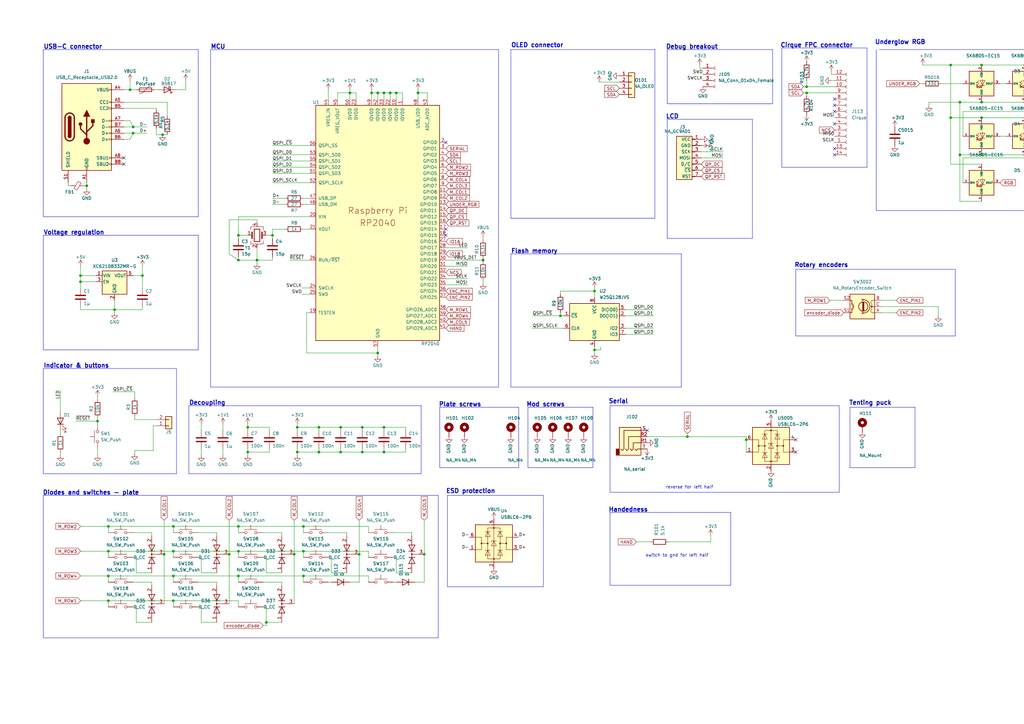
<source format=kicad_sch>
(kicad_sch (version 20230121) (generator eeschema)
  (paper "A3")
  (title_block (title "Dilemma") (date "2022-07-12") (rev "1") (company "plut0nium x bastardkb x freznel") (comment 1 "Licensed under CERN-OHL-W v2"))
  (junction (at 709.93 43.18))
  (junction (at 420.37 48.26))
  (junction (at 473.71 41.91))
  (junction (at 453.39 337.82))
  (junction (at 608.33 27.94))
  (junction (at 420.37 41.91))
  (junction (at 748.03 64.77))
  (junction (at 601.98 345.44))
  (junction (at 330.835 38.1))
  (junction (at 455.93 344.17))
  (junction (at 120.65 227.33))
  (junction (at 53.34 36.83))
  (junction (at 605.79 339.09))
  (junction (at 68.58 541.655))
  (junction (at 400.05 337.82))
  (junction (at 124.46 236.22))
  (junction (at 52.07 347.345))
  (junction (at 140.97 333.375))
  (junction (at 391.16 359.41))
  (junction (at 632.46 339.09))
  (junction (at 55.88 408.305))
  (junction (at 685.8 339.09))
  (junction (at 71.12 226.06))
  (junction (at 46.99 127))
  (junction (at 105.41 106.68))
  (junction (at 674.37 43.18))
  (junction (at 688.34 360.68))
  (junction (at 154.94 38.1))
  (junction (at 50.8 332.105))
  (junction (at 741.68 345.44))
  (junction (at 688.34 345.44))
  (junction (at 632.46 360.68))
  (junction (at 44.45 236.22))
  (junction (at 727.71 27.94))
  (junction (at 656.59 64.77))
  (junction (at 400.05 344.17))
  (junction (at 668.02 339.09))
  (junction (at 650.24 323.85))
  (junction (at 723.9 345.44))
  (junction (at 402.59 63.5))
  (junction (at 160.02 333.375))
  (junction (at 458.47 48.26))
  (junction (at 30.48 408.305))
  (junction (at 162.56 38.1))
  (junction (at 420.37 26.67))
  (junction (at 106.68 550.545))
  (junction (at 488.95 322.58))
  (junction (at 63.5 350.52))
  (junction (at 147.32 227.33))
  (junction (at 694.69 49.53))
  (junction (at 154.94 333.375))
  (junction (at 137.16 480.695))
  (junction (at 741.68 360.68))
  (junction (at 632.46 323.85))
  (junction (at 670.56 360.68))
  (junction (at 676.91 64.77))
  (junction (at 730.25 49.53))
  (junction (at 128.27 480.695))
  (junction (at 393.7 41.91))
  (junction (at 438.15 41.91))
  (junction (at 68.58 521.335))
  (junction (at 605.79 360.68))
  (junction (at 387.35 322.58))
  (junction (at 111.76 96.52))
  (junction (at 391.16 337.82))
  (junction (at 435.61 322.58))
  (junction (at 280.67 474.98))
  (junction (at 435.61 344.17))
  (junction (at 44.45 246.38))
  (junction (at 527.05 344.17))
  (junction (at 509.27 41.91))
  (junction (at 157.48 185.42))
  (junction (at 417.83 337.82))
  (junction (at 506.73 322.58))
  (junction (at 101.6 185.42))
  (junction (at 694.69 64.77))
  (junction (at 41.91 531.495))
  (junction (at 44.45 226.06))
  (junction (at 52.07 349.885))
  (junction (at 328.295 330.835))
  (junction (at 712.47 64.77))
  (junction (at 281.94 179.07))
  (junction (at 632.46 345.44))
  (junction (at 621.03 49.53))
  (junction (at 306.07 180.34))
  (junction (at 473.71 344.17))
  (junction (at 612.14 43.18))
  (junction (at 330.835 35.56))
  (junction (at 621.03 43.18))
  (junction (at 389.89 48.26))
  (junction (at 417.83 359.41))
  (junction (at 54.61 52.07))
  (junction (at 509.27 26.67))
  (junction (at 703.58 339.09))
  (junction (at 137.16 470.535))
  (junction (at 455.93 359.41))
  (junction (at 157.48 38.1))
  (junction (at 638.81 27.94))
  (junction (at 95.25 511.175))
  (junction (at 455.93 26.67))
  (junction (at 511.81 63.5))
  (junction (at 37.465 467.995))
  (junction (at 601.98 323.85))
  (junction (at 68.58 511.175))
  (junction (at 692.15 27.94))
  (junction (at 417.83 344.17))
  (junction (at 97.79 96.52))
  (junction (at 157.48 175.26))
  (junction (at 692.15 43.18))
  (junction (at 676.91 49.53))
  (junction (at 488.95 337.82))
  (junction (at 529.59 63.5))
  (junction (at 101.6 175.26))
  (junction (at 44.45 422.275))
  (junction (at 612.14 64.77))
  (junction (at 709.93 27.94))
  (junction (at 668.02 323.85))
  (junction (at 509.27 359.41))
  (junction (at 670.56 345.44))
  (junction (at 121.92 185.42))
  (junction (at 97.79 226.06))
  (junction (at 241.3 414.655))
  (junction (at 455.93 41.91))
  (junction (at 148.59 185.42))
  (junction (at 227.33 424.815))
  (junction (at 119.38 480.695))
  (junction (at 420.37 63.5))
  (junction (at 109.22 255.27))
  (junction (at 154.94 480.695))
  (junction (at 527.05 359.41))
  (junction (at 491.49 344.17))
  (junction (at 99.06 480.695))
  (junction (at 476.25 63.5))
  (junction (at 130.81 175.26))
  (junction (at 674.37 27.94))
  (junction (at 148.59 175.26))
  (junction (at 152.4 38.1))
  (junction (at 656.59 43.18))
  (junction (at 458.47 63.5))
  (junction (at 712.47 49.53))
  (junction (at 473.71 359.41))
  (junction (at 438.15 26.67))
  (junction (at 387.35 344.17))
  (junction (at 494.03 63.5))
  (junction (at 160.02 38.1))
  (junction (at 30.48 410.845))
  (junction (at 67.31 227.33))
  (junction (at 706.12 360.68))
  (junction (at 91.44 522.605))
  (junction (at 95.25 391.795))
  (junction (at 95.25 531.495))
  (junction (at 511.81 48.26))
  (junction (at 71.12 236.22))
  (junction (at 328.295 333.375))
  (junction (at 40.005 172.72))
  (junction (at 154.94 470.535))
  (junction (at 614.68 323.85))
  (junction (at 706.12 345.44))
  (junction (at 614.68 345.44))
  (junction (at 109.22 391.795))
  (junction (at 638.81 49.53))
  (junction (at 97.79 215.9))
  (junction (at 473.71 26.67))
  (junction (at 144.78 522.605))
  (junction (at 33.02 113.03))
  (junction (at 621.03 64.77))
  (junction (at 64.77 522.605))
  (junction (at 146.05 480.695))
  (junction (at 171.45 38.1))
  (junction (at 124.46 226.06))
  (junction (at 650.24 345.44))
  (junction (at 121.92 531.495))
  (junction (at 139.7 185.42))
  (junction (at 97.79 236.22))
  (junction (at 154.94 144.78))
  (junction (at 703.58 323.85))
  (junction (at 476.25 48.26))
  (junction (at 638.81 43.18))
  (junction (at 656.59 27.94))
  (junction (at 35.56 76.2))
  (junction (at 417.83 322.58))
  (junction (at 685.8 323.85))
  (junction (at 614.68 339.09))
  (junction (at 93.98 227.33))
  (junction (at 529.59 48.26))
  (junction (at 198.12 106.68))
  (junction (at 494.03 48.26))
  (junction (at 44.45 215.9))
  (junction (at 638.81 64.77))
  (junction (at 58.42 113.03))
  (junction (at 229.87 129.54))
  (junction (at 727.71 43.18))
  (junction (at 195.58 401.955))
  (junction (at 124.46 215.9))
  (junction (at 438.15 63.5))
  (junction (at 435.61 359.41))
  (junction (at 99.06 470.535))
  (junction (at 139.7 175.26))
  (junction (at 95.25 401.955))
  (junction (at 157.48 333.375))
  (junction (at 400.05 359.41))
  (junction (at 393.7 63.5))
  (junction (at 102.87 401.955))
  (junction (at 66.675 55.245))
  (junction (at 41.91 541.655))
  (junction (at 491.49 26.67))
  (junction (at 506.73 337.82))
  (junction (at 402.59 48.26))
  (junction (at 130.81 185.42))
  (junction (at 97.79 106.68))
  (junction (at 721.36 339.09))
  (junction (at 650.24 339.09))
  (junction (at 152.4 440.055))
  (junction (at 438.15 48.26))
  (junction (at 171.45 522.605))
  (junction (at 723.9 360.68))
  (junction (at 650.24 360.68))
  (junction (at 471.17 337.82))
  (junction (at 173.99 227.33))
  (junction (at 121.92 521.335))
  (junction (at 71.12 215.9))
  (junction (at 33.02 115.57))
  (junction (at 54.61 54.61))
  (junction (at 71.12 246.38))
  (junction (at 243.84 119.38))
  (junction (at 168.91 333.375))
  (junction (at 41.91 521.335))
  (junction (at 68.58 531.495))
  (junction (at 128.27 470.535))
  (junction (at 33.02 371.475))
  (junction (at 95.25 521.335))
  (junction (at 471.17 322.58))
  (junction (at 509.27 344.17))
  (junction (at 143.51 38.1))
  (junction (at 453.39 322.58))
  (junction (at 152.4 333.375))
  (junction (at 435.61 337.82))
  (junction (at 118.11 522.605))
  (junction (at 491.49 41.91))
  (junction (at 656.59 49.53))
  (junction (at 41.91 511.175))
  (junction (at 491.49 359.41))
  (junction (at 748.03 49.53))
  (junction (at 146.05 470.535))
  (junction (at 608.33 49.53))
  (junction (at 121.92 511.175))
  (junction (at 402.59 26.67))
  (junction (at 243.84 143.51))
  (junction (at 149.86 333.375))
  (junction (at 614.68 360.68))
  (junction (at 721.36 323.85))
  (junction (at 300.99 474.98))
  (junction (at 402.59 41.91))
  (junction (at 119.38 470.535))
  (junction (at 730.25 64.77))
  (junction (at 121.92 175.26))
  (junction (at 400.05 322.58))
  (junction (at 621.03 27.94))
  (junction (at 389.89 26.67))
  (no_connect (at 180.34 394.335))
  (no_connect (at 342.265 50.8))
  (no_connect (at 342.265 40.64))
  (no_connect (at 342.265 43.18))
  (no_connect (at 342.265 60.96))
  (no_connect (at 342.265 63.5))
  (no_connect (at 180.34 353.695))
  (no_connect (at 339.725 340.995))
  (no_connect (at 628.65 76.2))
  (no_connect (at 265.43 176.53))
  (no_connect (at 50.8 64.77))
  (no_connect (at 50.8 67.31))
  (no_connect (at 342.265 45.72))
  (no_connect (at 262.89 472.44))
  (no_connect (at 182.88 93.98))
  (no_connect (at 182.88 96.52))
  (no_connect (at 622.3 372.11))
  (no_connect (at 182.88 58.42))
  (no_connect (at 321.31 474.98))
  (no_connect (at 339.725 346.075))
  (no_connect (at 326.39 180.34))
  (no_connect (at 339.725 335.915))
  (no_connect (at 326.39 185.42))
  (no_connect (at 48.26 360.045))
  (no_connect (at 180.34 399.415))
  (no_connect (at 339.725 338.455))
  (no_connect (at 339.725 356.235))
  (no_connect (at 339.725 358.775))
  (no_connect (at 321.31 480.06))
  (no_connect (at 48.26 362.585))
  (polyline (pts (xy 348.615 167.005) (xy 348.615 191.77)))
  (wire (pts (xy 728.98 331.47) (xy 731.52 331.47)))
  (wire (pts (xy 171.45 38.1) (xy 171.45 40.64)))
  (wire (pts (xy 241.3 437.515) (xy 241.3 440.055)))
  (wire (pts (xy 746.76 331.47) (xy 746.76 342.9)))
  (wire (pts (xy 25.4 370.205) (xy 25.4 371.475)))
  (wire (pts (xy 162.56 234.95) (xy 168.91 234.95)))
  (wire (pts (xy 596.9 27.94) (xy 608.33 27.94)))
  (wire (pts (xy 68.58 534.035) (xy 68.58 531.495)))
  (wire (pts (xy 608.33 27.94) (xy 621.03 27.94)))
  (wire (pts (xy 488.95 322.58) (xy 506.73 322.58)))
  (wire (pts (xy 78.74 513.715) (xy 86.36 513.715)))
  (wire (pts (xy 712.47 49.53) (xy 730.25 49.53)))
  (polyline (pts (xy 276.86 454.025) (xy 276.86 399.415)))
  (wire (pts (xy 33.02 226.06) (xy 44.45 226.06)))
  (wire (pts (xy 33.02 115.57) (xy 33.02 118.11)))
  (wire (pts (xy 121.92 531.495) (xy 148.59 531.495)))
  (wire (pts (xy 173.99 213.36) (xy 173.99 227.33)))
  (wire (pts (xy 105.41 91.44) (xy 105.41 90.17)))
  (wire (pts (xy 656.59 64.77) (xy 676.91 64.77)))
  (wire (pts (xy 118.745 106.68) (xy 127 106.68)))
  (wire (pts (xy 58.42 109.22) (xy 58.42 113.03)))
  (wire (pts (xy 638.81 43.18) (xy 656.59 43.18)))
  (wire (pts (xy 97.79 228.6) (xy 97.79 226.06)))
  (wire (pts (xy 735.33 35.56) (xy 737.87 35.56)))
  (wire (pts (xy 171.45 522.605) (xy 171.45 534.035)))
  (wire (pts (xy 120.65 213.36) (xy 120.65 227.33)))
  (wire (pts (xy 455.93 26.67) (xy 473.71 26.67)))
  (polyline (pts (xy 314.325 315.595) (xy 314.325 337.82)))
  (wire (pts (xy 55.245 170.815) (xy 55.245 172.085)))
  (wire (pts (xy 69.85 332.105) (xy 73.66 332.105)))
  (wire (pts (xy 82.55 173.99) (xy 82.55 176.53)))
  (wire (pts (xy 599.44 44.45) (xy 599.44 43.18)))
  (wire (pts (xy 755.65 57.15) (xy 758.19 57.15)))
  (wire (pts (xy 387.35 322.58) (xy 400.05 322.58)))
  (wire (pts (xy 135.89 234.95) (xy 142.24 234.95)))
  (wire (pts (xy 54.61 228.6) (xy 55.88 228.6)))
  (wire (pts (xy 327.025 333.375) (xy 328.295 333.375)))
  (wire (pts (xy 267.97 134.62) (xy 256.54 134.62)))
  (wire (pts (xy 30.48 421.005) (xy 30.48 422.275)))
  (wire (pts (xy 227.33 423.545) (xy 227.33 424.815)))
  (wire (pts (xy 265.43 429.895) (xy 254 429.895)))
  (wire (pts (xy 420.37 48.26) (xy 402.59 48.26)))
  (wire (pts (xy 501.65 55.88) (xy 504.19 55.88)))
  (wire (pts (xy 109.22 376.555) (xy 114.3 376.555)))
  (wire (pts (xy 22.225 471.805) (xy 22.225 473.075)))
  (polyline (pts (xy 83.82 454.025) (xy 201.93 454.025)))
  (wire (pts (xy 435.61 359.41) (xy 455.93 359.41)))
  (wire (pts (xy 40.005 184.15) (xy 40.005 186.69)))
  (wire (pts (xy 158.75 534.035) (xy 160.02 534.035)))
  (wire (pts (xy 133.35 523.875) (xy 133.35 530.225)))
  (wire (pts (xy 101.6 175.26) (xy 110.49 175.26)))
  (wire (pts (xy 121.92 173.99) (xy 121.92 175.26)))
  (wire (pts (xy 80.01 479.425) (xy 80.01 481.965)))
  (wire (pts (xy 664.21 35.56) (xy 666.75 35.56)))
  (wire (pts (xy 657.86 353.06) (xy 662.94 353.06)))
  (wire (pts (xy 41.91 531.495) (xy 68.58 531.495)))
  (polyline (pts (xy 17.78 194.31) (xy 72.39 194.31)))
  (wire (pts (xy 590.55 323.85) (xy 601.98 323.85)))
  (wire (pts (xy 676.91 64.77) (xy 694.69 64.77)))
  (wire (pts (xy 327.025 330.835) (xy 328.295 330.835)))
  (polyline (pts (xy 268.605 20.32) (xy 268.605 89.535)))
  (wire (pts (xy 102.87 386.715) (xy 102.87 385.445)))
  (wire (pts (xy 445.77 55.88) (xy 450.85 55.88)))
  (wire (pts (xy 516.89 34.29) (xy 519.43 34.29)))
  (wire (pts (xy 730.25 49.53) (xy 748.03 49.53)))
  (wire (pts (xy 44.45 246.38) (xy 71.12 246.38)))
  (polyline (pts (xy 204.47 158.75) (xy 204.47 20.32)))
  (wire (pts (xy 53.34 544.195) (xy 53.34 550.545)))
  (wire (pts (xy 394.97 64.77) (xy 554.99 64.77)))
  (polyline (pts (xy 566.42 382.27) (xy 356.87 382.27)))
  (wire (pts (xy 170.18 238.76) (xy 173.99 238.76)))
  (polyline (pts (xy 273.685 20.32) (xy 316.865 20.32)))
  (wire (pts (xy 120.65 227.33) (xy 120.65 247.65)))
  (wire (pts (xy 50.8 54.61) (xy 54.61 54.61)))
  (wire (pts (xy 605.79 379.73) (xy 605.79 360.68)))
  (wire (pts (xy 668.02 323.85) (xy 685.8 323.85)))
  (wire (pts (xy 328.295 333.375) (xy 339.725 333.375)))
  (wire (pts (xy 106.68 551.815) (xy 106.68 550.545)))
  (polyline (pts (xy 207.01 191.77) (xy 180.34 191.77)))
  (wire (pts (xy 123.19 440.055) (xy 152.4 440.055)))
  (wire (pts (xy 628.65 35.56) (xy 631.19 35.56)))
  (wire (pts (xy 420.37 41.91) (xy 438.15 41.91)))
  (wire (pts (xy 91.44 173.99) (xy 91.44 176.53)))
  (wire (pts (xy 727.71 27.94) (xy 745.49 27.94)))
  (wire (pts (xy 162.56 335.915) (xy 162.56 333.375)))
  (wire (pts (xy 288.29 27.94) (xy 287.02 27.94)))
  (wire (pts (xy 605.79 360.68) (xy 614.68 360.68)))
  (wire (pts (xy 123.825 118.11) (xy 127 118.11)))
  (wire (pts (xy 107.95 248.92) (xy 109.22 248.92)))
  (wire (pts (xy 227.33 415.925) (xy 227.33 414.655)))
  (wire (pts (xy 245.745 33.655) (xy 254 33.655)))
  (wire (pts (xy 61.595 469.9) (xy 60.325 469.9)))
  (wire (pts (xy 81.28 238.76) (xy 88.9 238.76)))
  (wire (pts (xy 632.46 323.85) (xy 650.24 323.85)))
  (polyline (pts (xy 314.325 337.82) (xy 271.145 337.82)))
  (wire (pts (xy 601.98 364.49) (xy 601.98 345.44)))
  (wire (pts (xy 81.28 228.6) (xy 82.55 228.6)))
  (wire (pts (xy 93.98 227.33) (xy 93.98 247.65)))
  (polyline (pts (xy 782.32 316.23) (xy 782.32 383.54)))
  (wire (pts (xy 106.68 523.875) (xy 106.68 530.225)))
  (wire (pts (xy 33.02 236.22) (xy 44.45 236.22)))
  (wire (pts (xy 674.37 43.18) (xy 692.15 43.18)))
  (wire (pts (xy 109.22 228.6) (xy 109.22 234.95)))
  (polyline (pts (xy 355.6 19.685) (xy 355.6 68.58)))
  (wire (pts (xy 699.77 35.56) (xy 702.31 35.56)))
  (wire (pts (xy 64.135 55.245) (xy 66.675 55.245)))
  (wire (pts (xy 88.9 238.76) (xy 88.9 240.03)))
  (wire (pts (xy 267.97 137.16) (xy 256.54 137.16)))
  (polyline (pts (xy 279.4 104.14) (xy 209.55 104.14)))
  (wire (pts (xy 111.76 66.04) (xy 127 66.04)))
  (wire (pts (xy 182.88 101.6) (xy 191.77 101.6)))
  (polyline (pts (xy 271.145 315.595) (xy 271.145 337.82)))
  (wire (pts (xy 44.45 422.275) (xy 55.88 422.275)))
  (polyline (pts (xy 579.12 20.32) (xy 788.67 20.32)))
  (wire (pts (xy 435.61 344.17) (xy 455.93 344.17)))
  (wire (pts (xy 82.55 248.92) (xy 82.55 255.27)))
  (polyline (pts (xy 306.07 344.17) (xy 306.07 393.065)))
  (wire (pts (xy 709.93 27.94) (xy 727.71 27.94)))
  (polyline (pts (xy 180.34 167.005) (xy 207.01 167.005)))
  (wire (pts (xy 463.55 34.29) (xy 466.09 34.29)))
  (wire (pts (xy 88.9 469.265) (xy 88.9 471.805)))
  (polyline (pts (xy 389.255 433.07) (xy 323.85 433.07)))
  (wire (pts (xy 30.48 422.275) (xy 44.45 422.275)))
  (wire (pts (xy 614.68 339.09) (xy 632.46 339.09)))
  (wire (pts (xy 329.565 38.1) (xy 330.835 38.1)))
  (wire (pts (xy 337.82 418.465) (xy 343.535 418.465)))
  (wire (pts (xy 391.16 378.46) (xy 391.16 359.41)))
  (wire (pts (xy 152.4 333.375) (xy 154.94 333.375)))
  (wire (pts (xy 72.39 36.83) (xy 76.2 36.83)))
  (wire (pts (xy 50.8 332.105) (xy 53.34 332.105)))
  (wire (pts (xy 95.25 534.035) (xy 95.25 531.495)))
  (polyline (pts (xy 15.24 498.475) (xy 177.165 498.475)))
  (wire (pts (xy 374.65 330.2) (xy 377.19 330.2)))
  (wire (pts (xy 640.08 353.06) (xy 642.62 353.06)))
  (wire (pts (xy 121.92 185.42) (xy 130.81 185.42)))
  (polyline (pts (xy 222.885 203.2) (xy 222.885 240.665)))
  (polyline (pts (xy 782.32 383.54) (xy 572.77 383.54)))
  (wire (pts (xy 499.11 351.79) (xy 501.65 351.79)))
  (wire (pts (xy 30.48 521.335) (xy 41.91 521.335)))
  (wire (pts (xy 180.34 404.495) (xy 189.23 404.495)))
  (wire (pts (xy 400.05 363.22) (xy 387.35 363.22)))
  (wire (pts (xy 427.99 55.88) (xy 430.53 55.88)))
  (wire (pts (xy 443.23 351.79) (xy 448.31 351.79)))
  (wire (pts (xy 499.11 34.29) (xy 501.65 34.29)))
  (wire (pts (xy 723.9 360.68) (xy 741.68 360.68)))
  (wire (pts (xy 613.41 46.99) (xy 613.41 57.15)))
  (polyline (pts (xy 308.61 48.895) (xy 308.61 97.79)))
  (wire (pts (xy 95.25 384.175) (xy 124.46 384.175)))
  (wire (pts (xy 71.12 226.06) (xy 97.79 226.06)))
  (wire (pts (xy 532.13 330.2) (xy 532.13 341.63)))
  (wire (pts (xy 33.02 113.03) (xy 39.37 113.03)))
  (wire (pts (xy 64.135 52.705) (xy 64.135 55.245)))
  (wire (pts (xy 118.11 508.635) (xy 118.11 522.605)))
  (wire (pts (xy 101.6 175.26) (xy 101.6 176.53)))
  (wire (pts (xy 215.9 429.895) (xy 228.6 429.895)))
  (wire (pts (xy 173.99 227.33) (xy 173.99 238.76)))
  (wire (pts (xy 534.67 351.79) (xy 537.21 351.79)))
  (wire (pts (xy 243.84 118.11) (xy 243.84 119.38)))
  (wire (pts (xy 66.04 337.185) (xy 66.04 342.9)))
  (wire (pts (xy 712.47 64.77) (xy 730.25 64.77)))
  (wire (pts (xy 71.12 215.9) (xy 97.79 215.9)))
  (wire (pts (xy 109.22 96.52) (xy 111.76 96.52)))
  (wire (pts (xy 62.23 218.44) (xy 62.23 219.71)))
  (polyline (pts (xy 326.39 110.49) (xy 391.795 110.49)))
  (wire (pts (xy 685.8 323.85) (xy 703.58 323.85)))
  (wire (pts (xy 63.5 36.83) (xy 64.77 36.83)))
  (wire (pts (xy 105.41 106.68) (xy 105.41 107.95)))
  (wire (pts (xy 41.91 541.655) (xy 68.58 541.655)))
  (wire (pts (xy 721.36 323.85) (xy 739.14 323.85)))
  (wire (pts (xy 694.69 64.77) (xy 712.47 64.77)))
  (wire (pts (xy 162.56 38.1) (xy 165.1 38.1)))
  (polyline (pts (xy 15.24 438.785) (xy 15.24 391.795)))
  (wire (pts (xy 52.07 544.195) (xy 53.34 544.195)))
  (wire (pts (xy 455.93 41.91) (xy 473.71 41.91)))
  (wire (pts (xy 384.81 330.2) (xy 392.43 330.2)))
  (wire (pts (xy 713.74 353.06) (xy 716.28 353.06)))
  (wire (pts (xy 338.455 325.755) (xy 338.455 324.485)))
  (wire (pts (xy 99.06 470.535) (xy 99.06 471.805)))
  (wire (pts (xy 152.4 440.055) (xy 152.4 441.325)))
  (wire (pts (xy 121.92 175.26) (xy 130.81 175.26)))
  (wire (pts (xy 157.48 333.375) (xy 157.48 335.915)))
  (wire (pts (xy 151.13 238.76) (xy 151.13 236.22)))
  (wire (pts (xy 453.39 322.58) (xy 471.17 322.58)))
  (wire (pts (xy 106.68 391.795) (xy 109.22 391.795)))
  (wire (pts (xy 97.79 238.76) (xy 97.79 236.22)))
  (polyline (pts (xy 360.68 20.32) (xy 568.96 20.32)))
  (wire (pts (xy 106.68 550.545) (xy 113.03 550.545)))
  (wire (pts (xy 97.79 215.9) (xy 124.46 215.9)))
  (wire (pts (xy 547.37 63.5) (xy 529.59 63.5)))
  (wire (pts (xy 463.55 351.79) (xy 466.09 351.79)))
  (polyline (pts (xy 389.255 405.765) (xy 389.255 433.07)))
  (wire (pts (xy 97.79 96.52) (xy 97.79 88.9)))
  (wire (pts (xy 64.77 508.635) (xy 64.77 522.605)))
  (wire (pts (xy 50.8 344.805) (xy 52.07 347.345)))
  (wire (pts (xy 115.57 238.76) (xy 115.57 240.03)))
  (wire (pts (xy 146.05 480.695) (xy 154.94 480.695)))
  (wire (pts (xy 506.73 337.82) (xy 524.51 337.82)))
  (wire (pts (xy 22.225 480.695) (xy 22.225 481.965)))
  (wire (pts (xy 111.76 68.58) (xy 127 68.58)))
  (wire (pts (xy 80.01 530.225) (xy 86.36 530.225)))
  (wire (pts (xy 99.06 480.695) (xy 107.95 480.695)))
  (wire (pts (xy 280.67 474.98) (xy 300.99 474.98)))
  (wire (pts (xy 198.12 114.935) (xy 198.12 116.205)))
  (wire (pts (xy 621.03 83.82) (xy 612.14 83.82)))
  (wire (pts (xy 143.51 38.1) (xy 143.51 40.64)))
  (wire (pts (xy 130.81 184.15) (xy 130.81 185.42)))
  (wire (pts (xy 678.18 353.06) (xy 680.72 353.06)))
  (polyline (pts (xy 421.64 398.78) (xy 421.64 447.04)))
  (wire (pts (xy 420.37 26.67) (xy 438.15 26.67)))
  (polyline (pts (xy 424.18 103.505) (xy 455.93 103.505)))
  (polyline (pts (xy 326.39 110.49) (xy 326.39 137.795)))
  (wire (pts (xy 656.59 27.94) (xy 674.37 27.94)))
  (wire (pts (xy 52.07 408.305) (xy 55.88 408.305)))
  (wire (pts (xy 168.91 218.44) (xy 168.91 219.71)))
  (wire (pts (xy 54.61 52.07) (xy 50.8 52.07)))
  (wire (pts (xy 727.71 43.18) (xy 745.49 43.18)))
  (wire (pts (xy 438.15 48.26) (xy 420.37 48.26)))
  (polyline (pts (xy 243.205 191.77) (xy 216.535 191.77)))
  (polyline (pts (xy 81.28 88.9) (xy 17.78 88.9)))
  (wire (pts (xy 67.31 227.33) (xy 67.31 247.65)))
  (wire (pts (xy 80.01 544.195) (xy 80.01 550.545)))
  (wire (pts (xy 494.03 48.26) (xy 476.25 48.26)))
  (wire (pts (xy 621.03 64.77) (xy 638.81 64.77)))
  (wire (pts (xy 121.92 185.42) (xy 121.92 186.69)))
  (wire (pts (xy 86.36 534.035) (xy 86.36 535.305)))
  (wire (pts (xy 121.92 513.715) (xy 121.92 511.175)))
  (wire (pts (xy 267.97 127) (xy 256.54 127)))
  (wire (pts (xy 338.455 328.295) (xy 339.725 328.295)))
  (wire (pts (xy 55.88 255.27) (xy 62.23 255.27)))
  (wire (pts (xy 455.93 344.17) (xy 473.71 344.17)))
  (wire (pts (xy 33.02 127) (xy 46.99 127)))
  (wire (pts (xy 109.22 358.775) (xy 124.46 358.775)))
  (wire (pts (xy 281.94 177.8) (xy 281.94 179.07)))
  (polyline (pts (xy 271.145 315.595) (xy 314.325 315.595)))
  (wire (pts (xy 55.88 228.6) (xy 55.88 234.95)))
  (wire (pts (xy 125.73 128.27) (xy 127 128.27)))
  (wire (pts (xy 101.6 185.42) (xy 101.6 186.69)))
  (wire (pts (xy 105.41 544.195) (xy 106.68 544.195)))
  (wire (pts (xy 124.46 81.28) (xy 127 81.28)))
  (wire (pts (xy 529.59 48.26) (xy 511.81 48.26)))
  (wire (pts (xy 50.8 49.53) (xy 53.34 49.53)))
  (wire (pts (xy 109.22 379.095) (xy 114.3 379.095)))
  (wire (pts (xy 593.09 339.09) (xy 605.79 339.09)))
  (wire (pts (xy 140.97 333.375) (xy 140.97 335.915)))
  (wire (pts (xy 53.34 530.225) (xy 59.69 530.225)))
  (wire (pts (xy 93.98 90.17) (xy 93.98 104.14)))
  (wire (pts (xy 101.6 185.42) (xy 110.49 185.42)))
  (wire (pts (xy 139.7 185.42) (xy 148.59 185.42)))
  (polyline (pts (xy 216.535 167.005) (xy 243.205 167.005)))
  (wire (pts (xy 613.41 66.04) (xy 773.43 66.04)))
  (wire (pts (xy 154.94 479.425) (xy 154.94 480.695)))
  (wire (pts (xy 102.87 401.955) (xy 102.87 403.225)))
  (wire (pts (xy 124.46 93.98) (xy 127 93.98)))
  (wire (pts (xy 445.77 34.29) (xy 448.31 34.29)))
  (wire (pts (xy 33.02 370.205) (xy 33.02 371.475)))
  (wire (pts (xy 30.48 511.175) (xy 41.91 511.175)))
  (polyline (pts (xy 240.665 462.28) (xy 240.665 487.045)))
  (wire (pts (xy 81.28 218.44) (xy 88.9 218.44)))
  (wire (pts (xy 195.58 392.43) (xy 195.58 393.7)))
  (wire (pts (xy 527.05 344.17) (xy 509.27 344.17)))
  (wire (pts (xy 41.91 523.875) (xy 41.91 521.335)))
  (wire (pts (xy 44.45 422.275) (xy 44.45 423.545)))
  (wire (pts (xy 676.91 49.53) (xy 694.69 49.53)))
  (wire (pts (xy 161.29 218.44) (xy 168.91 218.44)))
  (wire (pts (xy 53.34 49.53) (xy 54.61 52.07)))
  (wire (pts (xy 132.08 332.105) (xy 132.08 335.915)))
  (wire (pts (xy 544.83 344.17) (xy 527.05 344.17)))
  (wire (pts (xy 300.99 474.98) (xy 300.99 480.06)))
  (wire (pts (xy 638.81 64.77) (xy 656.59 64.77)))
  (wire (pts (xy 34.29 76.2) (xy 35.56 76.2)))
  (wire (pts (xy 154.94 333.375) (xy 157.48 333.375)))
  (wire (pts (xy 243.84 142.24) (xy 243.84 143.51)))
  (wire (pts (xy 622.3 353.06) (xy 624.84 353.06)))
  (wire (pts (xy 375.92 322.58) (xy 387.35 322.58)))
  (wire (pts (xy 163.83 479.425) (xy 163.83 480.695)))
  (wire (pts (xy 121.92 511.175) (xy 148.59 511.175)))
  (wire (pts (xy 458.47 48.26) (xy 476.25 48.26)))
  (wire (pts (xy 71.12 246.38) (xy 97.79 246.38)))
  (wire (pts (xy 391.16 337.82) (xy 400.05 337.82)))
  (wire (pts (xy 471.17 337.82) (xy 488.95 337.82)))
  (wire (pts (xy 614.68 345.44) (xy 632.46 345.44)))
  (wire (pts (xy 157.48 38.1) (xy 157.48 40.64)))
  (wire (pts (xy 52.07 513.715) (xy 59.69 513.715)))
  (wire (pts (xy 111.76 106.68) (xy 111.76 105.41)))
  (wire (pts (xy 358.775 423.545) (xy 365.125 423.545)))
  (wire (pts (xy 670.56 360.68) (xy 688.34 360.68)))
  (wire (pts (xy 62.865 174.625) (xy 62.865 184.785)))
  (wire (pts (xy 378.46 339.09) (xy 378.46 337.82)))
  (wire (pts (xy 461.01 330.2) (xy 463.55 330.2)))
  (polyline (pts (xy 213.995 462.28) (xy 240.665 462.28)))
  (polyline (pts (xy 372.745 462.28) (xy 372.745 487.045)))
  (wire (pts (xy 50.8 36.83) (xy 53.34 36.83)))
  (wire (pts (xy 107.95 228.6) (xy 109.22 228.6)))
  (wire (pts (xy 30.48 408.305) (xy 30.48 410.845)))
  (wire (pts (xy 46.355 160.655) (xy 55.245 160.655)))
  (wire (pts (xy 91.44 522.605) (xy 91.44 542.925)))
  (wire (pts (xy 53.34 36.83) (xy 55.88 36.83)))
  (wire (pts (xy 48.26 339.725) (xy 61.595 339.725)))
  (wire (pts (xy 41.91 521.335) (xy 68.58 521.335)))
  (wire (pts (xy 58.42 125.73) (xy 58.42 127)))
  (wire (pts (xy 262.89 474.98) (xy 280.67 474.98)))
  (polyline (pts (xy 492.76 416.56) (xy 466.09 416.56)))
  (wire (pts (xy 102.87 385.445) (xy 91.44 385.445)))
  (wire (pts (xy 229.87 129.54) (xy 231.14 129.54)))
  (wire (pts (xy 135.89 335.915) (xy 135.89 333.375)))
  (wire (pts (xy 66.675 55.245) (xy 68.58 55.245)))
  (wire (pts (xy 68.58 541.655) (xy 68.58 544.195)))
  (polyline (pts (xy 207.01 315.595) (xy 266.065 315.595)))
  (wire (pts (xy 119.38 480.695) (xy 128.27 480.695)))
  (wire (pts (xy 258.445 517.525) (xy 264.16 517.525)))
  (wire (pts (xy 737.87 57.15) (xy 740.41 57.15)))
  (wire (pts (xy 389.89 26.67) (xy 402.59 26.67)))
  (wire (pts (xy 105.41 106.68) (xy 111.76 106.68)))
  (wire (pts (xy 154.94 144.78) (xy 154.94 146.05)))
  (wire (pts (xy 330.835 33.02) (xy 330.835 35.56)))
  (wire (pts (xy 377.19 34.29) (xy 378.46 34.29)))
  (wire (pts (xy 128.27 480.695) (xy 137.16 480.695)))
  (wire (pts (xy 702.31 57.15) (xy 704.85 57.15)))
  (wire (pts (xy 692.15 43.18) (xy 709.93 43.18)))
  (wire (pts (xy 163.83 471.805) (xy 163.83 470.535)))
  (wire (pts (xy 52.07 349.885) (xy 57.785 349.885)))
  (wire (pts (xy 59.69 513.715) (xy 59.69 514.985)))
  (wire (pts (xy 30.48 541.655) (xy 41.91 541.655)))
  (wire (pts (xy 95.25 511.175) (xy 121.92 511.175)))
  (polyline (pts (xy 299.72 210.185) (xy 299.72 240.03)))
  (wire (pts (xy 547.37 48.26) (xy 529.59 48.26)))
  (wire (pts (xy 50.8 352.425) (xy 48.26 352.425)))
  (wire (pts (xy 95.25 521.335) (xy 121.92 521.335)))
  (wire (pts (xy 306.07 180.34) (xy 306.07 185.42)))
  (wire (pts (xy 608.33 49.53) (xy 608.33 27.94)))
  (wire (pts (xy 135.89 333.375) (xy 140.97 333.375)))
  (wire (pts (xy 182.88 109.22) (xy 191.77 109.22)))
  (wire (pts (xy 152.4 36.83) (xy 152.4 38.1)))
  (wire (pts (xy 215.9 424.815) (xy 227.33 424.815)))
  (wire (pts (xy 146.05 40.64) (xy 146.05 38.1)))
  (wire (pts (xy 154.94 142.24) (xy 154.94 144.78)))
  (wire (pts (xy 88.9 479.425) (xy 88.9 481.965)))
  (polyline (pts (xy 17.78 203.2) (xy 17.78 261.62)))
  (wire (pts (xy 22.225 455.295) (xy 22.225 464.185)))
  (wire (pts (xy 40.005 171.45) (xy 40.005 172.72)))
  (wire (pts (xy 30.48 410.845) (xy 36.83 410.845)))
  (wire (pts (xy 106.68 530.225) (xy 113.03 530.225)))
  (wire (pts (xy 52.07 523.875) (xy 53.34 523.875)))
  (wire (pts (xy 175.26 40.64) (xy 175.26 38.1)))
  (wire (pts (xy 71.12 236.22) (xy 97.79 236.22)))
  (wire (pts (xy 632.46 345.44) (xy 650.24 345.44)))
  (wire (pts (xy 509.27 26.67) (xy 527.05 26.67)))
  (wire (pts (xy 306.07 179.07) (xy 306.07 180.34)))
  (wire (pts (xy 55.245 160.655) (xy 55.245 163.195)))
  (wire (pts (xy 384.81 125.73) (xy 384.81 129.54)))
  (wire (pts (xy 703.58 339.09) (xy 721.36 339.09)))
  (wire (pts (xy 198.12 106.68) (xy 198.12 107.315)))
  (polyline (pts (xy 455.93 103.505) (xy 455.93 148.59)))
  (wire (pts (xy 466.09 55.88) (xy 468.63 55.88)))
  (wire (pts (xy 378.46 26.67) (xy 389.89 26.67)))
  (wire (pts (xy 393.7 63.5) (xy 393.7 41.91)))
  (wire (pts (xy 139.7 184.15) (xy 139.7 185.42)))
  (wire (pts (xy 171.45 508.635) (xy 171.45 522.605)))
  (wire (pts (xy 157.48 185.42) (xy 166.37 185.42)))
  (wire (pts (xy 621.03 27.94) (xy 638.81 27.94)))
  (wire (pts (xy 151.13 218.44) (xy 151.13 215.9)))
  (wire (pts (xy 612.14 64.77) (xy 621.03 64.77)))
  (wire (pts (xy 27.94 76.2) (xy 29.21 76.2)))
  (wire (pts (xy 219.71 329.565) (xy 227.965 329.565)))
  (wire (pts (xy 650.24 323.85) (xy 668.02 323.85)))
  (polyline (pts (xy 355.6 68.58) (xy 320.675 68.58)))
  (polyline (pts (xy 455.93 148.59) (xy 424.18 148.59)))
  (wire (pts (xy 78.74 534.035) (xy 86.36 534.035)))
  (wire (pts (xy 107.95 218.44) (xy 115.57 218.44)))
  (wire (pts (xy 182.88 114.3) (xy 191.77 114.3)))
  (wire (pts (xy 97.79 106.68) (xy 105.41 106.68)))
  (wire (pts (xy 387.35 322.58) (xy 387.35 344.17)))
  (wire (pts (xy 124.46 236.22) (xy 151.13 236.22)))
  (wire (pts (xy 166.37 176.53) (xy 166.37 175.26)))
  (wire (pts (xy 171.45 38.1) (xy 175.26 38.1)))
  (wire (pts (xy 243.84 143.51) (xy 246.38 143.51)))
  (wire (pts (xy 640.08 331.47) (xy 642.62 331.47)))
  (wire (pts (xy 125.73 128.27) (xy 125.73 144.78)))
  (wire (pts (xy 54.61 238.76) (xy 62.23 238.76)))
  (wire (pts (xy 139.7 175.26) (xy 148.59 175.26)))
  (wire (pts (xy 668.02 339.09) (xy 685.8 339.09)))
  (wire (pts (xy 417.83 337.82) (xy 435.61 337.82)))
  (wire (pts (xy 50.8 41.91) (xy 68.58 41.91)))
  (wire (pts (xy 44.45 238.76) (xy 44.45 236.22)))
  (wire (pts (xy 119.38 469.265) (xy 119.38 470.535)))
  (polyline (pts (xy 788.67 20.32) (xy 788.67 87.63)))
  (wire (pts (xy 58.42 113.03) (xy 58.42 118.11)))
  (wire (pts (xy 128.27 470.535) (xy 128.27 471.805)))
  (wire (pts (xy 361.315 125.73) (xy 384.81 125.73)))
  (wire (pts (xy 195.58 410.21) (xy 195.58 411.48)))
  (wire (pts (xy 147.32 227.33) (xy 147.32 238.76)))
  (wire (pts (xy 265.43 424.815) (xy 254 424.815)))
  (wire (pts (xy 265.43 432.435) (xy 254 432.435)))
  (wire (pts (xy 218.44 134.62) (xy 231.14 134.62)))
  (wire (pts (xy 149.86 332.105) (xy 149.86 333.375)))
  (wire (pts (xy 139.7 513.715) (xy 139.7 514.985)))
  (wire (pts (xy 402.59 67.31) (xy 389.89 67.31)))
  (wire (pts (xy 152.4 38.1) (xy 152.4 40.64)))
  (polyline (pts (xy 207.01 399.415) (xy 207.01 454.025)))
  (wire (pts (xy 105.41 90.17) (xy 93.98 90.17)))
  (wire (pts (xy 52.705 455.93) (xy 52.705 458.47)))
  (polyline (pts (xy 568.96 86.36) (xy 359.41 86.36)))
  (wire (pts (xy 534.67 34.29) (xy 534.67 45.72)))
  (wire (pts (xy 407.67 330.2) (xy 410.21 330.2)))
  (wire (pts (xy 650.24 339.09) (xy 668.02 339.09)))
  (wire (pts (xy 124.46 226.06) (xy 151.13 226.06)))
  (wire (pts (xy 394.97 64.77) (xy 394.97 74.93)))
  (wire (pts (xy 64.135 44.45) (xy 64.135 45.085)))
  (wire (pts (xy 30.48 404.495) (xy 30.48 408.305)))
  (polyline (pts (xy 209.55 104.14) (xy 209.55 158.75)))
  (polyline (pts (xy 74.93 489.585) (xy 170.18 489.585)))
  (wire (pts (xy 48.26 332.105) (xy 50.8 332.105)))
  (wire (pts (xy 730.25 64.77) (xy 748.03 64.77)))
  (wire (pts (xy 133.35 530.225) (xy 139.7 530.225)))
  (polyline (pts (xy 266.065 315.595) (xy 266.065 384.81)))
  (wire (pts (xy 52.07 347.345) (xy 57.785 347.345)))
  (polyline (pts (xy 466.09 398.78) (xy 492.76 398.78)))
  (wire (pts (xy 675.64 331.47) (xy 678.18 331.47)))
  (wire (pts (xy 95.25 391.795) (xy 99.06 391.795)))
  (wire (pts (xy 64.77 522.605) (xy 64.77 542.925)))
  (wire (pts (xy 68.58 541.655) (xy 95.25 541.655)))
  (wire (pts (xy 509.27 344.17) (xy 491.49 344.17)))
  (polyline (pts (xy 273.685 20.32) (xy 273.685 42.545)))
  (polyline (pts (xy 359.41 20.32) (xy 359.41 86.36)))
  (wire (pts (xy 628.65 57.15) (xy 631.19 57.15)))
  (wire (pts (xy 330.835 35.56) (xy 342.265 35.56)))
  (wire (pts (xy 105.41 523.875) (xy 106.68 523.875)))
  (wire (pts (xy 748.03 49.53) (xy 765.81 49.53)))
  (wire (pts (xy 105.41 513.715) (xy 113.03 513.715)))
  (polyline (pts (xy 348.615 167.005) (xy 375.285 167.005)))
  (wire (pts (xy 121.92 389.255) (xy 124.46 389.255)))
  (wire (pts (xy 109.22 361.315) (xy 124.46 361.315)))
  (polyline (pts (xy 220.345 535.94) (xy 180.975 535.94)))
  (wire (pts (xy 109.22 256.54) (xy 109.22 255.27)))
  (polyline (pts (xy 15.24 446.405) (xy 69.85 446.405)))
  (wire (pts (xy 148.59 175.26) (xy 157.48 175.26)))
  (wire (pts (xy 118.11 522.605) (xy 118.11 542.925)))
  (wire (pts (xy 61.595 350.52) (xy 63.5 350.52)))
  (wire (pts (xy 82.55 255.27) (xy 88.9 255.27)))
  (wire (pts (xy 154.94 480.695) (xy 163.83 480.695)))
  (wire (pts (xy 110.49 184.15) (xy 110.49 185.42)))
  (wire (pts (xy 731.52 353.06) (xy 734.06 353.06)))
  (polyline (pts (xy 566.42 314.96) (xy 566.42 382.27)))
  (wire (pts (xy 400.05 378.46) (xy 391.16 378.46)))
  (wire (pts (xy 41.91 511.175) (xy 68.58 511.175)))
  (wire (pts (xy 706.12 360.68) (xy 723.9 360.68)))
  (wire (pts (xy 711.2 331.47) (xy 713.74 331.47)))
  (wire (pts (xy 491.49 41.91) (xy 509.27 41.91)))
  (wire (pts (xy 148.59 534.035) (xy 148.59 531.495)))
  (polyline (pts (xy 467.36 104.14) (xy 467.36 121.92)))
  (wire (pts (xy 109.22 401.955) (xy 109.22 400.685)))
  (wire (pts (xy 688.34 345.44) (xy 706.12 345.44)))
  (wire (pts (xy 54.61 218.44) (xy 62.23 218.44)))
  (wire (pts (xy 95.25 523.875) (xy 95.25 521.335)))
  (wire (pts (xy 435.61 344.17) (xy 417.83 344.17)))
  (wire (pts (xy 681.99 35.56) (xy 684.53 35.56)))
  (wire (pts (xy 41.91 534.035) (xy 41.91 531.495)))
  (wire (pts (xy 25.4 371.475) (xy 26.67 371.475)))
  (polyline (pts (xy 17.78 151.13) (xy 17.78 194.31)))
  (wire (pts (xy 182.88 106.68) (xy 198.12 106.68)))
  (wire (pts (xy 706.12 345.44) (xy 723.9 345.44)))
  (wire (pts (xy 97.79 218.44) (xy 97.79 215.9)))
  (wire (pts (xy 243.84 119.38) (xy 243.84 121.92)))
  (wire (pts (xy 753.11 35.56) (xy 753.11 46.99)))
  (wire (pts (xy 381 43.18) (xy 381 41.91)))
  (wire (pts (xy 24.765 176.53) (xy 24.765 177.8)))
  (wire (pts (xy 291.465 222.25) (xy 291.465 219.71)))
  (wire (pts (xy 511.81 48.26) (xy 494.03 48.26)))
  (wire (pts (xy 607.06 361.95) (xy 767.08 361.95)))
  (polyline (pts (xy 247.65 461.645) (xy 250.825 461.645)))
  (wire (pts (xy 478.79 330.2) (xy 481.33 330.2)))
  (polyline (pts (xy 421.64 398.78) (xy 453.39 398.78)))
  (polyline (pts (xy 453.39 398.78) (xy 453.39 447.04)))
  (wire (pts (xy 160.02 530.225) (xy 166.37 530.225)))
  (wire (pts (xy 111.76 96.52) (xy 111.76 97.79)))
  (wire (pts (xy 400.05 337.82) (xy 417.83 337.82)))
  (wire (pts (xy 107.95 471.805) (xy 107.95 470.535)))
  (polyline (pts (xy 179.705 203.2) (xy 179.705 261.62)))
  (wire (pts (xy 62.865 184.785) (xy 55.245 184.785)))
  (wire (pts (xy 44.45 246.38) (xy 44.45 248.92)))
  (wire (pts (xy 161.29 228.6) (xy 162.56 228.6)))
  (wire (pts (xy 48.26 344.805) (xy 50.8 344.805)))
  (wire (pts (xy 481.33 34.29) (xy 483.87 34.29)))
  (polyline (pts (xy 243.205 167.005) (xy 243.205 191.77)))
  (wire (pts (xy 121.92 184.15) (xy 121.92 185.42)))
  (wire (pts (xy 723.9 345.44) (xy 741.68 345.44)))
  (wire (pts (xy 30.48 408.305) (xy 36.83 408.305)))
  (wire (pts (xy 534.67 45.72) (xy 394.97 45.72)))
  (wire (pts (xy 160.02 333.375) (xy 162.56 333.375)))
  (wire (pts (xy 621.03 68.58) (xy 608.33 68.58)))
  (wire (pts (xy 30.48 531.495) (xy 41.91 531.495)))
  (wire (pts (xy 614.68 323.85) (xy 632.46 323.85)))
  (wire (pts (xy 121.92 523.875) (xy 121.92 521.335)))
  (polyline (pts (xy 180.34 167.005) (xy 180.34 191.77)))
  (wire (pts (xy 137.16 479.425) (xy 137.16 480.695)))
  (polyline (pts (xy 316.865 42.545) (xy 273.685 42.545)))
  (wire (pts (xy 171.45 36.83) (xy 171.45 38.1)))
  (wire (pts (xy 78.74 523.875) (xy 80.01 523.875)))
  (wire (pts (xy 506.73 322.58) (xy 524.51 322.58)))
  (wire (pts (xy 154.94 470.535) (xy 154.94 471.805)))
  (wire (pts (xy 693.42 331.47) (xy 695.96 331.47)))
  (wire (pts (xy 97.79 97.79) (xy 97.79 96.52)))
  (polyline (pts (xy 207.01 167.005) (xy 212.725 167.005)))
  (wire (pts (xy 68.58 531.495) (xy 95.25 531.495)))
  (wire (pts (xy 392.43 341.63) (xy 392.43 351.79)))
  (wire (pts (xy 402.59 63.5) (xy 393.7 63.5)))
  (wire (pts (xy 167.64 534.035) (xy 171.45 534.035)))
  (wire (pts (xy 134.62 228.6) (xy 135.89 228.6)))
  (wire (pts (xy 601.98 323.85) (xy 614.68 323.85)))
  (wire (pts (xy 24.765 185.42) (xy 24.765 186.69)))
  (wire (pts (xy 95.25 531.495) (xy 121.92 531.495)))
  (polyline (pts (xy 78.74 315.595) (xy 78.74 384.175)))
  (wire (pts (xy 82.55 228.6) (xy 82.55 234.95)))
  (polyline (pts (xy 17.78 20.32) (xy 81.28 20.32)))
  (wire (pts (xy 330.835 38.1) (xy 330.835 39.37)))
  (wire (pts (xy 748.03 64.77) (xy 765.81 64.77)))
  (wire (pts (xy 137.16 480.695) (xy 146.05 480.695)))
  (polyline (pts (xy 268.605 89.535) (xy 209.55 89.535)))
  (wire (pts (xy 44.45 236.22) (xy 71.12 236.22)))
  (wire (pts (xy 95.25 513.715) (xy 95.25 511.175)))
  (wire (pts (xy 589.28 331.47) (xy 607.06 331.47)))
  (wire (pts (xy 91.44 399.415) (xy 95.25 401.955)))
  (wire (pts (xy 218.44 129.54) (xy 229.87 129.54)))
  (wire (pts (xy 119.38 479.425) (xy 119.38 480.695)))
  (wire (pts (xy 612.14 83.82) (xy 612.14 64.77)))
  (wire (pts (xy 158.75 523.875) (xy 160.02 523.875)))
  (wire (pts (xy 400.05 322.58) (xy 417.83 322.58)))
  (wire (pts (xy 52.07 347.345) (xy 48.26 347.345)))
  (wire (pts (xy 130.81 185.42) (xy 139.7 185.42)))
  (wire (pts (xy 378.46 337.82) (xy 391.16 337.82)))
  (polyline (pts (xy 271.145 344.17) (xy 271.145 393.065)))
  (polyline (pts (xy 466.09 398.78) (xy 466.09 416.56)))
  (wire (pts (xy 361.315 123.19) (xy 367.665 123.19)))
  (wire (pts (xy 328.295 333.375) (xy 328.295 334.645)))
  (wire (pts (xy 44.45 218.44) (xy 44.45 215.9)))
  (polyline (pts (xy 204.47 462.28) (xy 210.185 462.28)))
  (wire (pts (xy 52.705 466.09) (xy 52.705 467.36)))
  (polyline (pts (xy 177.8 462.28) (xy 204.47 462.28)))
  (polyline (pts (xy 297.18 535.305) (xy 247.65 535.305)))
  (polyline (pts (xy 210.185 487.045) (xy 204.47 487.045)))
  (wire (pts (xy 82.55 184.15) (xy 82.55 186.69)))
  (wire (pts (xy 149.86 333.375) (xy 149.86 335.915)))
  (wire (pts (xy 71.12 238.76) (xy 71.12 236.22)))
  (wire (pts (xy 121.92 379.095) (xy 124.46 379.095)))
  (polyline (pts (xy 568.96 20.32) (xy 568.96 86.36)))
  (polyline (pts (xy 179.705 261.62) (xy 17.78 261.62)))
  (wire (pts (xy 71.12 228.6) (xy 71.12 226.06)))
  (wire (pts (xy 532.13 341.63) (xy 392.43 341.63)))
  (wire (pts (xy 438.15 48.26) (xy 458.47 48.26)))
  (polyline (pts (xy 318.135 314.96) (xy 318.135 363.855)))
  (wire (pts (xy 137.16 470.535) (xy 146.05 470.535)))
  (polyline (pts (xy 247.65 497.205) (xy 247.65 461.645)))
  (wire (pts (xy 621.03 43.18) (xy 638.81 43.18)))
  (wire (pts (xy 339.725 325.755) (xy 338.455 325.755)))
  (wire (pts (xy 109.22 234.95) (xy 115.57 234.95)))
  (wire (pts (xy 328.295 330.835) (xy 339.725 330.835)))
  (wire (pts (xy 52.705 480.06) (xy 52.705 481.33)))
  (polyline (pts (xy 180.975 498.475) (xy 180.975 535.94)))
  (wire (pts (xy 109.22 363.855) (xy 124.46 363.855)))
  (wire (pts (xy 417.83 322.58) (xy 435.61 322.58)))
  (wire (pts (xy 71.12 218.44) (xy 71.12 215.9)))
  (wire (pts (xy 674.37 27.94) (xy 692.15 27.94)))
  (wire (pts (xy 97.79 105.41) (xy 97.79 106.68)))
  (wire (pts (xy 688.34 360.68) (xy 706.12 360.68)))
  (polyline (pts (xy 69.85 489.585) (xy 69.85 446.405)))
  (wire (pts (xy 121.92 534.035) (xy 121.92 531.495)))
  (wire (pts (xy 420.37 63.5) (xy 402.59 63.5)))
  (wire (pts (xy 109.22 370.205) (xy 124.46 370.205)))
  (wire (pts (xy 130.81 175.26) (xy 130.81 176.53)))
  (polyline (pts (xy 201.93 315.595) (xy 83.82 315.595)))
  (wire (pts (xy 402.59 41.91) (xy 420.37 41.91)))
  (wire (pts (xy 458.47 63.5) (xy 476.25 63.5)))
  (wire (pts (xy 105.41 534.035) (xy 113.03 534.035)))
  (wire (pts (xy 148.59 523.875) (xy 148.59 521.335)))
  (wire (pts (xy 102.87 396.875) (xy 102.87 401.955)))
  (wire (pts (xy 172.72 335.915) (xy 172.72 333.375)))
  (wire (pts (xy 107.95 256.54) (xy 109.22 256.54)))
  (wire (pts (xy 33.02 371.475) (xy 33.02 372.745)))
  (wire (pts (xy 37.465 466.725) (xy 37.465 467.995)))
  (polyline (pts (xy 15.24 391.795) (xy 78.74 391.795)))
  (polyline (pts (xy 250.19 201.93) (xy 250.19 166.37)))
  (polyline (pts (xy 344.17 201.93) (xy 250.19 201.93)))
  (wire (pts (xy 154.94 333.375) (xy 154.94 335.915)))
  (polyline (pts (xy 74.93 461.645) (xy 170.18 461.645)))
  (wire (pts (xy 97.79 96.52) (xy 101.6 96.52)))
  (wire (pts (xy 111.76 71.12) (xy 127 71.12)))
  (polyline (pts (xy 788.67 87.63) (xy 579.12 87.63)))
  (wire (pts (xy 143.51 335.915) (xy 143.51 333.375)))
  (wire (pts (xy 91.44 184.15) (xy 91.44 186.69)))
  (wire (pts (xy 64.135 174.625) (xy 62.865 174.625)))
  (polyline (pts (xy 204.47 487.045) (xy 177.8 487.045)))
  (wire (pts (xy 154.94 38.1) (xy 157.48 38.1)))
  (wire (pts (xy 135.89 228.6) (xy 135.89 234.95)))
  (wire (pts (xy 717.55 35.56) (xy 720.09 35.56)))
  (wire (pts (xy 180.34 396.875) (xy 189.23 396.875)))
  (polyline (pts (xy 220.345 498.475) (xy 220.345 535.94)))
  (wire (pts (xy 741.68 360.68) (xy 759.46 360.68)))
  (polyline (pts (xy 323.85 405.765) (xy 323.85 433.07)))
  (wire (pts (xy 53.34 550.545) (xy 59.69 550.545)))
  (wire (pts (xy 229.87 128.27) (xy 229.87 129.54)))
  (wire (pts (xy 148.59 184.15) (xy 148.59 185.42)))
  (polyline (pts (xy 344.17 166.37) (xy 344.17 201.93)))
  (wire (pts (xy 284.48 323.215) (xy 284.48 321.945)))
  (wire (pts (xy 102.87 401.955) (xy 109.22 401.955)))
  (wire (pts (xy 93.98 213.36) (xy 93.98 227.33)))
  (polyline (pts (xy 81.28 20.32) (xy 81.28 88.9)))
  (wire (pts (xy 99.06 480.695) (xy 99.06 481.965)))
  (wire (pts (xy 146.05 470.535) (xy 146.05 471.805)))
  (polyline (pts (xy 346.075 462.28) (xy 346.075 487.045)))
  (wire (pts (xy 160.02 38.1) (xy 160.02 40.64)))
  (wire (pts (xy 650.24 360.68) (xy 670.56 360.68)))
  (wire (pts (xy 488.95 337.82) (xy 506.73 337.82)))
  (wire (pts (xy 121.92 376.555) (xy 124.46 376.555)))
  (wire (pts (xy 152.4 437.515) (xy 152.4 440.055)))
  (wire (pts (xy 473.71 26.67) (xy 491.49 26.67)))
  (polyline (pts (xy 17.78 96.52) (xy 81.28 96.52)))
  (wire (pts (xy 50.8 328.295) (xy 50.8 332.105)))
  (wire (pts (xy 427.99 34.29) (xy 430.53 34.29)))
  (wire (pts (xy 134.62 238.76) (xy 135.89 238.76)))
  (wire (pts (xy 646.43 57.15) (xy 648.97 57.15)))
  (wire (pts (xy 329.565 35.56) (xy 330.835 35.56)))
  (wire (pts (xy 425.45 351.79) (xy 427.99 351.79)))
  (wire (pts (xy 435.61 337.82) (xy 453.39 337.82)))
  (wire (pts (xy 646.43 35.56) (xy 648.97 35.56)))
  (polyline (pts (xy 78.74 391.795) (xy 78.74 438.785)))
  (wire (pts (xy 33.02 125.73) (xy 33.02 127)))
  (wire (pts (xy 53.34 33.02) (xy 53.34 36.83)))
  (wire (pts (xy 166.37 513.715) (xy 166.37 514.985)))
  (wire (pts (xy 650.24 345.44) (xy 670.56 345.44)))
  (wire (pts (xy 35.56 76.2) (xy 35.56 77.47)))
  (polyline (pts (xy 212.725 191.77) (xy 207.01 191.77)))
  (polyline (pts (xy 356.87 314.96) (xy 356.87 382.27)))
  (wire (pts (xy 340.995 30.48) (xy 340.995 29.21)))
  (wire (pts (xy 44.45 418.465) (xy 44.45 422.275)))
  (wire (pts (xy 438.15 63.5) (xy 458.47 63.5)))
  (wire (pts (xy 99.06 479.425) (xy 99.06 480.695)))
  (polyline (pts (xy 177.165 556.895) (xy 15.24 556.895)))
  (wire (pts (xy 140.97 333.375) (xy 143.51 333.375)))
  (wire (pts (xy 438.15 63.5) (xy 420.37 63.5)))
  (wire (pts (xy 106.68 544.195) (xy 106.68 550.545)))
  (wire (pts (xy 605.79 360.68) (xy 605.79 339.09)))
  (wire (pts (xy 109.22 391.795) (xy 109.22 393.065)))
  (wire (pts (xy 33.02 215.9) (xy 44.45 215.9)))
  (wire (pts (xy 632.46 360.68) (xy 650.24 360.68)))
  (polyline (pts (xy 77.47 194.31) (xy 172.72 194.31)))
  (wire (pts (xy 632.46 339.09) (xy 650.24 339.09)))
  (wire (pts (xy 410.21 34.29) (xy 412.75 34.29)))
  (wire (pts (xy 227.33 414.655) (xy 241.3 414.655)))
  (wire (pts (xy 31.75 371.475) (xy 33.02 371.475)))
  (wire (pts (xy 124.46 228.6) (xy 124.46 226.06)))
  (wire (pts (xy 80.01 469.265) (xy 80.01 471.805)))
  (polyline (pts (xy 216.535 167.005) (xy 216.535 191.77)))
  (wire (pts (xy 27.94 74.93) (xy 27.94 76.2)))
  (wire (pts (xy 509.27 41.91) (xy 527.05 41.91)))
  (wire (pts (xy 274.32 222.25) (xy 291.465 222.25)))
  (wire (pts (xy 109.22 354.965) (xy 124.46 354.965)))
  (wire (pts (xy 119.38 480.695) (xy 119.38 481.965)))
  (wire (pts (xy 195.58 401.955) (xy 195.58 402.59)))
  (wire (pts (xy 95.25 400.685) (xy 95.25 401.955)))
  (wire (pts (xy 30.48 410.845) (xy 30.48 413.385)))
  (wire (pts (xy 160.02 523.875) (xy 160.02 530.225)))
  (wire (pts (xy 37.465 457.835) (xy 37.465 459.105)))
  (wire (pts (xy 614.68 379.73) (xy 605.79 379.73)))
  (polyline (pts (xy 273.685 48.895) (xy 273.685 97.79)))
  (wire (pts (xy 121.285 413.385) (xy 124.46 413.385)))
  (wire (pts (xy 97.79 88.9) (xy 127 88.9)))
  (polyline (pts (xy 353.06 363.855) (xy 318.135 363.855)))
  (wire (pts (xy 328.295 328.295) (xy 328.295 330.835)))
  (polyline (pts (xy 276.86 399.415) (xy 207.01 399.415)))
  (polyline (pts (xy 180.975 498.475) (xy 220.345 498.475)))
  (polyline (pts (xy 78.74 438.785) (xy 15.24 438.785)))
  (wire (pts (xy 121.285 415.925) (xy 124.46 415.925)))
  (wire (pts (xy 494.03 63.5) (xy 476.25 63.5)))
  (polyline (pts (xy 372.745 487.045) (xy 346.075 487.045)))
  (polyline (pts (xy 15.24 489.585) (xy 69.85 489.585)))
  (wire (pts (xy 147.32 213.36) (xy 147.32 227.33)))
  (wire (pts (xy 537.21 55.88) (xy 539.75 55.88)))
  (wire (pts (xy 116.205 401.955) (xy 124.46 401.955)))
  (wire (pts (xy 182.88 116.84) (xy 191.77 116.84)))
  (wire (pts (xy 246.38 142.24) (xy 246.38 143.51)))
  (wire (pts (xy 76.2 33.02) (xy 76.2 36.83)))
  (polyline (pts (xy 213.995 462.28) (xy 213.995 487.045)))
  (wire (pts (xy 50.8 44.45) (xy 64.135 44.45)))
  (wire (pts (xy 392.43 360.68) (xy 392.43 370.84)))
  (wire (pts (xy 61.595 339.725) (xy 61.595 340.36)))
  (wire (pts (xy 107.95 238.76) (xy 115.57 238.76)))
  (wire (pts (xy 111.76 83.82) (xy 116.84 83.82)))
  (wire (pts (xy 267.97 129.54) (xy 256.54 129.54)))
  (wire (pts (xy 227.33 424.815) (xy 228.6 424.815)))
  (wire (pts (xy 614.68 364.49) (xy 601.98 364.49)))
  (wire (pts (xy 148.59 185.42) (xy 157.48 185.42)))
  (wire (pts (xy 361.315 128.27) (xy 367.665 128.27)))
  (wire (pts (xy 152.4 333.375) (xy 152.4 335.915)))
  (wire (pts (xy 271.78 517.525) (xy 288.925 517.525)))
  (wire (pts (xy 91.44 508.635) (xy 91.44 522.605)))
  (wire (pts (xy 607.06 342.9) (xy 607.06 353.06)))
  (wire (pts (xy 281.94 179.07) (xy 306.07 179.07)))
  (wire (pts (xy 241.3 413.385) (xy 241.3 414.655)))
  (wire (pts (xy 612.14 43.18) (xy 621.03 43.18)))
  (wire (pts (xy 33.02 109.22) (xy 33.02 113.03)))
  (polyline (pts (xy 250.19 166.37) (xy 253.365 166.37)))
  (wire (pts (xy 95.25 391.795) (xy 95.25 384.175)))
  (wire (pts (xy 88.9 218.44) (xy 88.9 219.71)))
  (wire (pts (xy 33.02 246.38) (xy 44.45 246.38)))
  (wire (pts (xy 684.53 57.15) (xy 687.07 57.15)))
  (wire (pts (xy 229.87 119.38) (xy 243.84 119.38)))
  (wire (pts (xy 638.81 49.53) (xy 656.59 49.53)))
  (wire (pts (xy 52.07 534.035) (xy 59.69 534.035)))
  (wire (pts (xy 146.05 470.535) (xy 154.94 470.535)))
  (wire (pts (xy 387.35 363.22) (xy 387.35 344.17)))
  (wire (pts (xy 138.43 38.1) (xy 143.51 38.1)))
  (wire (pts (xy 168.91 333.375) (xy 172.72 333.375)))
  (polyline (pts (xy 15.24 384.175) (xy 15.24 315.595)))
  (wire (pts (xy 685.8 339.09) (xy 703.58 339.09)))
  (wire (pts (xy 265.43 422.275) (xy 254 422.275)))
  (wire (pts (xy 55.88 404.495) (xy 55.88 408.305)))
  (wire (pts (xy 132.08 513.715) (xy 139.7 513.715)))
  (wire (pts (xy 154.94 470.535) (xy 163.83 470.535)))
  (wire (pts (xy 33.02 113.03) (xy 33.02 115.57)))
  (polyline (pts (xy 222.885 240.665) (xy 183.515 240.665)))
  (wire (pts (xy 48.26 349.885) (xy 52.07 349.885)))
  (wire (pts (xy 664.21 57.15) (xy 669.29 57.15)))
  (wire (pts (xy 111.76 63.5) (xy 127 63.5)))
  (wire (pts (xy 514.35 330.2) (xy 516.89 330.2)))
  (wire (pts (xy 491.49 359.41) (xy 473.71 359.41)))
  (wire (pts (xy 599.44 43.18) (xy 612.14 43.18)))
  (polyline (pts (xy 247.65 505.46) (xy 297.18 505.46)))
  (wire (pts (xy 511.81 63.5) (xy 494.03 63.5)))
  (wire (pts (xy 55.245 184.785) (xy 55.245 186.055)))
  (wire (pts (xy 753.11 46.99) (xy 613.41 46.99)))
  (wire (pts (xy 148.59 175.26) (xy 148.59 176.53)))
  (wire (pts (xy 109.22 255.27) (xy 115.57 255.27)))
  (polyline (pts (xy 177.8 462.28) (xy 177.8 487.045)))
  (wire (pts (xy 612.14 64.77) (xy 612.14 43.18)))
  (polyline (pts (xy 172.72 194.31) (xy 172.72 166.37)))
  (wire (pts (xy 114.3 389.255) (xy 109.22 389.255)))
  (polyline (pts (xy 81.28 143.51) (xy 17.78 143.51)))
  (wire (pts (xy 116.84 93.98) (xy 111.76 93.98)))
  (polyline (pts (xy 266.065 384.81) (xy 207.01 384.81)))
  (wire (pts (xy 143.51 36.83) (xy 143.51 38.1)))
  (wire (pts (xy 80.01 523.875) (xy 80.01 530.225)))
  (polyline (pts (xy 17.78 88.9) (xy 17.78 20.32)))
  (wire (pts (xy 455.93 359.41) (xy 473.71 359.41)))
  (wire (pts (xy 48.26 337.185) (xy 66.04 337.185)))
  (wire (pts (xy 554.99 55.88) (xy 554.99 64.77)))
  (polyline (pts (xy 17.78 203.2) (xy 179.705 203.2)))
  (polyline (pts (xy 353.06 314.96) (xy 353.06 363.855)))
  (wire (pts (xy 91.44 385.445) (xy 91.44 399.415)))
  (wire (pts (xy 509.27 359.41) (xy 491.49 359.41)))
  (wire (pts (xy 180.34 412.115) (xy 189.23 412.115)))
  (wire (pts (xy 552.45 351.79) (xy 552.45 360.68)))
  (wire (pts (xy 111.76 59.69) (xy 127 59.69)))
  (wire (pts (xy 443.23 330.2) (xy 445.77 330.2)))
  (wire (pts (xy 97.79 226.06) (xy 124.46 226.06)))
  (wire (pts (xy 161.29 238.76) (xy 162.56 238.76)))
  (wire (pts (xy 241.3 414.655) (xy 241.3 417.195)))
  (wire (pts (xy 143.51 238.76) (xy 147.32 238.76)))
  (wire (pts (xy 165.1 40.64) (xy 165.1 38.1)))
  (polyline (pts (xy 318.135 314.96) (xy 353.06 314.96)))
  (polyline (pts (xy 177.165 498.475) (xy 177.165 556.895)))
  (wire (pts (xy 43.815 455.93) (xy 52.705 455.93)))
  (wire (pts (xy 285.75 323.215) (xy 284.48 323.215)))
  (polyline (pts (xy 207.01 315.595) (xy 207.01 384.81)))
  (wire (pts (xy 741.68 345.44) (xy 759.46 345.44)))
  (polyline (pts (xy 209.55 158.75) (xy 279.4 158.75)))
  (polyline (pts (xy 77.47 166.37) (xy 172.72 166.37)))
  (polyline (pts (xy 320.675 19.685) (xy 355.6 19.685)))
  (polyline (pts (xy 323.85 405.765) (xy 389.255 405.765)))
  (wire (pts (xy 24.765 160.02) (xy 24.765 168.91)))
  (polyline (pts (xy 299.72 240.03) (xy 250.19 240.03)))
  (polyline (pts (xy 74.93 461.645) (xy 74.93 489.585)))
  (wire (pts (xy 638.81 27.94) (xy 656.59 27.94)))
  (wire (pts (xy 157.48 38.1) (xy 160.02 38.1)))
  (wire (pts (xy 400.05 344.17) (xy 387.35 344.17)))
  (polyline (pts (xy 15.24 446.405) (xy 15.24 489.585)))
  (polyline (pts (xy 572.77 316.23) (xy 782.32 316.23)))
  (wire (pts (xy 111.76 93.98) (xy 111.76 96.52)))
  (wire (pts (xy 481.33 351.79) (xy 483.87 351.79)))
  (wire (pts (xy 180.34 401.955) (xy 195.58 401.955)))
  (wire (pts (xy 386.08 34.29) (xy 394.97 34.29)))
  (wire (pts (xy 46.99 123.19) (xy 46.99 127)))
  (wire (pts (xy 285.115 357.505) (xy 294.005 357.505)))
  (polyline (pts (xy 253.365 166.37) (xy 344.17 166.37)))
  (wire (pts (xy 435.61 322.58) (xy 453.39 322.58)))
  (wire (pts (xy 93.98 104.14) (xy 97.79 106.68)))
  (wire (pts (xy 229.87 120.65) (xy 229.87 119.38)))
  (wire (pts (xy 767.08 353.06) (xy 767.08 361.95)))
  (wire (pts (xy 80.01 550.545) (xy 86.36 550.545)))
  (polyline (pts (xy 247.65 505.46) (xy 247.65 535.305)))
  (wire (pts (xy 544.83 359.41) (xy 527.05 359.41)))
  (wire (pts (xy 67.31 213.36) (xy 67.31 227.33)))
  (polyline (pts (xy 308.61 97.79) (xy 273.685 97.79)))
  (wire (pts (xy 123.825 120.65) (xy 127 120.65)))
  (polyline (pts (xy 183.515 203.2) (xy 183.515 240.665)))
  (wire (pts (xy 453.39 337.82) (xy 471.17 337.82)))
  (polyline (pts (xy 316.865 20.32) (xy 316.865 42.545)))
  (wire (pts (xy 410.21 55.88) (xy 412.75 55.88)))
  (wire (pts (xy 692.15 27.94) (xy 709.93 27.94)))
  (wire (pts (xy 656.59 49.53) (xy 676.91 49.53)))
  (wire (pts (xy 382.27 421.005) (xy 382.27 424.815)))
  (wire (pts (xy 149.86 333.375) (xy 152.4 333.375)))
  (wire (pts (xy 60.96 332.105) (xy 62.23 332.105)))
  (wire (pts (xy 68.58 513.715) (xy 68.58 511.175)))
  (wire (pts (xy 162.56 228.6) (xy 162.56 234.95)))
  (wire (pts (xy 95.25 393.065) (xy 95.25 391.795)))
  (wire (pts (xy 342.265 30.48) (xy 340.995 30.48)))
  (polyline (pts (xy 375.285 167.005) (xy 375.285 191.77)))
  (wire (pts (xy 198.12 97.155) (xy 198.12 98.425)))
  (wire (pts (xy 44.45 215.9) (xy 71.12 215.9)))
  (wire (pts (xy 491.49 344.17) (xy 473.71 344.17)))
  (wire (pts (xy 124.46 83.82) (xy 127 83.82)))
  (wire (pts (xy 608.33 68.58) (xy 608.33 49.53)))
  (polyline (pts (xy 297.18 505.46) (xy 297.18 535.305)))
  (wire (pts (xy 151.13 228.6) (xy 151.13 226.06)))
  (wire (pts (xy 392.43 360.68) (xy 552.45 360.68)))
  (wire (pts (xy 393.7 41.91) (xy 402.59 41.91)))
  (polyline (pts (xy 320.675 19.685) (xy 320.675 68.58)))
  (wire (pts (xy 157.48 175.26) (xy 166.37 175.26)))
  (wire (pts (xy 55.88 408.305) (xy 55.88 413.385)))
  (wire (pts (xy 605.79 339.09) (xy 614.68 339.09)))
  (wire (pts (xy 721.36 339.09) (xy 739.14 339.09)))
  (polyline (pts (xy 15.24 498.475) (xy 15.24 556.895)))
  (wire (pts (xy 60.325 480.06) (xy 52.705 480.06)))
  (wire (pts (xy 105.41 551.815) (xy 106.68 551.815)))
  (wire (pts (xy 109.22 248.92) (xy 109.22 255.27)))
  (wire (pts (xy 402.59 82.55) (xy 393.7 82.55)))
  (wire (pts (xy 71.12 246.38) (xy 71.12 248.92)))
  (wire (pts (xy 73.66 328.295) (xy 73.66 332.105)))
  (wire (pts (xy 59.69 534.035) (xy 59.69 535.305)))
  (polyline (pts (xy 492.76 398.78) (xy 492.76 416.56)))
  (wire (pts (xy 105.41 101.6) (xy 105.41 106.68)))
  (wire (pts (xy 52.705 467.36) (xy 61.595 467.36)))
  (wire (pts (xy 720.09 57.15) (xy 722.63 57.15)))
  (wire (pts (xy 703.58 323.85) (xy 721.36 323.85)))
  (wire (pts (xy 60.325 469.9) (xy 60.325 480.06)))
  (wire (pts (xy 54.61 54.61) (xy 53.34 57.15)))
  (polyline (pts (xy 273.685 48.895) (xy 308.61 48.895)))
  (wire (pts (xy 54.61 113.03) (xy 58.42 113.03)))
  (wire (pts (xy 394.97 45.72) (xy 394.97 55.88)))
  (wire (pts (xy 97.79 236.22) (xy 124.46 236.22)))
  (wire (pts (xy 134.62 218.44) (xy 142.24 218.44)))
  (wire (pts (xy 195.58 401.32) (xy 195.58 401.955)))
  (wire (pts (xy 496.57 330.2) (xy 499.11 330.2)))
  (wire (pts (xy 128.27 479.425) (xy 128.27 480.695)))
  (wire (pts (xy 132.08 534.035) (xy 133.35 534.035)))
  (wire (pts (xy 121.92 175.26) (xy 121.92 176.53)))
  (wire (pts (xy 111.76 74.93) (xy 127 74.93)))
  (wire (pts (xy 527.05 359.41) (xy 509.27 359.41)))
  (wire (pts (xy 438.15 41.91) (xy 455.93 41.91)))
  (polyline (pts (xy 494.03 121.92) (xy 467.36 121.92)))
  (wire (pts (xy 54.61 52.07) (xy 60.325 52.07)))
  (polyline (pts (xy 375.285 191.77) (xy 348.615 191.77)))
  (wire (pts (xy 438.15 26.67) (xy 455.93 26.67)))
  (wire (pts (xy 121.92 521.335) (xy 148.59 521.335)))
  (wire (pts (xy 138.43 40.64) (xy 138.43 38.1)))
  (polyline (pts (xy 86.36 158.75) (xy 204.47 158.75)))
  (wire (pts (xy 491.49 26.67) (xy 509.27 26.67)))
  (wire (pts (xy 154.94 38.1) (xy 154.94 40.64)))
  (wire (pts (xy 123.19 423.545) (xy 123.19 440.055)))
  (wire (pts (xy 168.91 332.105) (xy 168.91 333.375)))
  (wire (pts (xy 622.3 331.47) (xy 624.84 331.47)))
  (wire (pts (xy 157.48 175.26) (xy 157.48 176.53)))
  (wire (pts (xy 99.06 470.535) (xy 107.95 470.535)))
  (polyline (pts (xy 17.78 143.51) (xy 17.78 96.52)))
  (wire (pts (xy 473.71 41.91) (xy 491.49 41.91)))
  (wire (pts (xy 142.24 218.44) (xy 142.24 219.71)))
  (polyline (pts (xy 453.39 447.04) (xy 421.64 447.04)))
  (polyline (pts (xy 201.93 454.025) (xy 201.93 315.595)))
  (wire (pts (xy 601.98 345.44) (xy 614.68 345.44)))
  (wire (pts (xy 265.43 179.07) (xy 281.94 179.07)))
  (wire (pts (xy 28.575 467.995) (xy 37.465 467.995)))
  (wire (pts (xy 656.59 43.18) (xy 674.37 43.18)))
  (polyline (pts (xy 341.63 461.645) (xy 341.63 497.205)))
  (wire (pts (xy 285.115 360.045) (xy 294.005 360.045)))
  (polyline (pts (xy 204.47 20.32) (xy 86.36 20.32)))
  (polyline (pts (xy 358.14 314.96) (xy 566.42 314.96)))
  (wire (pts (xy 115.57 218.44) (xy 115.57 219.71)))
  (wire (pts (xy 124.46 215.9) (xy 151.13 215.9)))
  (wire (pts (xy 97.79 246.38) (xy 97.79 248.92)))
  (wire (pts (xy 68.58 523.875) (xy 68.58 521.335)))
  (wire (pts (xy 111.76 81.28) (xy 116.84 81.28)))
  (wire (pts (xy 68.58 511.175) (xy 95.25 511.175)))
  (wire (pts (xy 132.08 523.875) (xy 133.35 523.875)))
  (polyline (pts (xy 341.63 497.205) (xy 247.65 497.205)))
  (wire (pts (xy 162.56 38.1) (xy 162.56 40.64)))
  (wire (pts (xy 128.27 470.535) (xy 137.16 470.535)))
  (wire (pts (xy 358.775 421.005) (xy 382.27 421.005)))
  (wire (pts (xy 37.465 467.995) (xy 37.465 469.265)))
  (wire (pts (xy 198.12 106.045) (xy 198.12 106.68)))
  (wire (pts (xy 695.96 353.06) (xy 698.5 353.06)))
  (wire (pts (xy 140.97 534.035) (xy 144.78 534.035)))
  (wire (pts (xy 340.995 33.02) (xy 342.265 33.02)))
  (polyline (pts (xy 494.03 104.14) (xy 494.03 121.92)))
  (wire (pts (xy 393.7 82.55) (xy 393.7 63.5)))
  (wire (pts (xy 694.69 49.53) (xy 712.47 49.53)))
  (polyline (pts (xy 207.01 454.025) (xy 276.86 454.025)))
  (wire (pts (xy 113.03 513.715) (xy 113.03 514.985)))
  (polyline (pts (xy 77.47 166.37) (xy 77.47 194.31)))
  (polyline (pts (xy 83.82 315.595) (xy 83.82 454.025)))
  (polyline (pts (xy 250.19 210.185) (xy 250.19 240.03)))
  (wire (pts (xy 81.28 248.92) (xy 82.55 248.92)))
  (wire (pts (xy 287.655 64.77) (xy 296.545 64.77)))
  (wire (pts (xy 417.83 359.41) (xy 400.05 359.41)))
  (polyline (pts (xy 170.18 489.585) (xy 170.18 461.645)))
  (wire (pts (xy 144.78 508.635) (xy 144.78 522.605)))
  (polyline (pts (xy 346.075 462.28) (xy 372.745 462.28)))
  (wire (pts (xy 41.91 541.655) (xy 41.91 544.195)))
  (wire (pts (xy 55.88 248.92) (xy 55.88 255.27)))
  (polyline (pts (xy 78.74 384.175) (xy 15.24 384.175)))
  (wire (pts (xy 123.19 423.545) (xy 124.46 423.545)))
  (polyline (pts (xy 15.24 315.595) (xy 78.74 315.595)))
  (polyline (pts (xy 271.145 344.17) (xy 306.07 344.17)))
  (wire (pts (xy 614.68 360.68) (xy 632.46 360.68)))
  (wire (pts (xy 44.45 228.6) (xy 44.45 226.06)))
  (wire (pts (xy 595.63 35.56) (xy 613.41 35.56)))
  (polyline (pts (xy 183.515 203.2) (xy 222.885 203.2)))
  (wire (pts (xy 670.56 345.44) (xy 688.34 345.44)))
  (wire (pts (xy 243.84 143.51) (xy 243.84 144.78)))
  (wire (pts (xy 53.34 57.15) (xy 50.8 57.15)))
  (wire (pts (xy 119.38 470.535) (xy 119.38 471.805)))
  (wire (pts (xy 407.67 351.79) (xy 410.21 351.79)))
  (wire (pts (xy 110.49 176.53) (xy 110.49 175.26)))
  (wire (pts (xy 54.61 54.61) (xy 60.325 54.61)))
  (wire (pts (xy 157.48 184.15) (xy 157.48 185.42)))
  (wire (pts (xy 82.55 234.95) (xy 88.9 234.95)))
  (wire (pts (xy 608.33 49.53) (xy 621.03 49.53)))
  (polyline (pts (xy 210.185 462.28) (xy 210.185 487.045)))
  (wire (pts (xy 55.245 172.085) (xy 64.135 172.085)))
  (wire (pts (xy 621.03 49.53) (xy 638.81 49.53)))
  (wire (pts (xy 63.5 350.52) (xy 66.04 350.52)))
  (wire (pts (xy 389.89 67.31) (xy 389.89 48.26)))
  (wire (pts (xy 389.89 26.67) (xy 389.89 48.26)))
  (wire (pts (xy 160.02 38.1) (xy 162.56 38.1)))
  (polyline (pts (xy 81.28 96.52) (xy 81.28 143.51)))
  (wire (pts (xy 54.61 248.92) (xy 55.88 248.92)))
  (wire (pts (xy 119.38 470.535) (xy 128.27 470.535)))
  (wire (pts (xy 657.86 331.47) (xy 660.4 331.47)))
  (wire (pts (xy 157.48 333.375) (xy 160.02 333.375)))
  (polyline (pts (xy 306.07 393.065) (xy 271.145 393.065)))
  (polyline (pts (xy 250.825 461.645) (xy 341.63 461.645)))
  (wire (pts (xy 99.06 469.265) (xy 99.06 470.535)))
  (wire (pts (xy 35.56 74.93) (xy 35.56 76.2)))
  (wire (pts (xy 287.02 27.94) (xy 287.02 26.67)))
  (polyline (pts (xy 72.39 194.31) (xy 72.39 151.13)))
  (wire (pts (xy 152.4 38.1) (xy 154.94 38.1)))
  (wire (pts (xy 55.88 421.005) (xy 55.88 422.275)))
  (wire (pts (xy 62.23 238.76) (xy 62.23 240.03)))
  (wire (pts (xy 389.89 48.26) (xy 402.59 48.26)))
  (wire (pts (xy 381 41.91) (xy 393.7 41.91)))
  (polyline (pts (xy 212.725 167.005) (xy 212.725 191.77)))
  (polyline (pts (xy 391.795 110.49) (xy 391.795 137.795)))
  (polyline (pts (xy 572.77 316.23) (xy 572.77 383.54)))
  (wire (pts (xy 109.22 389.255) (xy 109.22 391.795)))
  (wire (pts (xy 358.775 418.465) (xy 365.125 418.465)))
  (wire (pts (xy 55.88 234.95) (xy 62.23 234.95)))
  (wire (pts (xy 46.99 127) (xy 46.99 128.27)))
  (wire (pts (xy 113.03 534.035) (xy 113.03 535.305)))
  (wire (pts (xy 340.36 123.19) (xy 346.075 123.19)))
  (wire (pts (xy 425.45 330.2) (xy 427.99 330.2)))
  (wire (pts (xy 166.37 184.15) (xy 166.37 185.42)))
  (polyline (pts (xy 17.78 151.13) (xy 72.39 151.13)))
  (wire (pts (xy 40.005 172.72) (xy 40.005 173.99)))
  (wire (pts (xy 101.6 184.15) (xy 101.6 185.42)))
  (wire (pts (xy 260.985 222.25) (xy 266.7 222.25)))
  (wire (pts (xy 330.835 38.1) (xy 342.265 38.1)))
  (wire (pts (xy 44.45 226.06) (xy 71.12 226.06)))
  (wire (pts (xy 709.93 43.18) (xy 727.71 43.18)))
  (wire (pts (xy 31.115 172.72) (xy 40.005 172.72)))
  (wire (pts (xy 53.34 523.875) (xy 53.34 530.225)))
  (wire (pts (xy 95.25 401.955) (xy 102.87 401.955)))
  (wire (pts (xy 773.43 57.15) (xy 773.43 66.04)))
  (wire (pts (xy 40.005 162.56) (xy 40.005 163.83)))
  (wire (pts (xy 417.83 344.17) (xy 400.05 344.17)))
  (polyline (pts (xy 86.36 20.32) (xy 86.36 158.75)))
  (wire (pts (xy 516.89 351.79) (xy 519.43 351.79)))
  (wire (pts (xy 471.17 322.58) (xy 488.95 322.58)))
  (wire (pts (xy 78.74 544.195) (xy 80.01 544.195)))
  (wire (pts (xy 125.73 144.78) (xy 154.94 144.78)))
  (wire (pts (xy 435.61 359.41) (xy 417.83 359.41)))
  (wire (pts (xy 137.16 470.535) (xy 137.16 471.805)))
  (wire (pts (xy 483.87 55.88) (xy 486.41 55.88)))
  (wire (pts (xy 746.76 342.9) (xy 607.06 342.9)))
  (polyline (pts (xy 467.36 104.14) (xy 494.03 104.14)))
  (polyline (pts (xy 424.18 103.505) (xy 424.18 148.59)))
  (wire (pts (xy 144.78 522.605) (xy 144.78 534.035)))
  (wire (pts (xy 749.3 353.06) (xy 751.84 353.06)))
  (wire (pts (xy 287.655 62.23) (xy 296.545 62.23)))
  (wire (pts (xy 107.95 479.425) (xy 107.95 480.695)))
  (polyline (pts (xy 250.19 210.185) (xy 299.72 210.185)))
  (wire (pts (xy 134.62 36.83) (xy 134.62 40.64)))
  (wire (pts (xy 143.51 38.1) (xy 146.05 38.1)))
  (wire (pts (xy 52.07 349.885) (xy 50.8 352.425)))
  (wire (pts (xy 41.91 513.715) (xy 41.91 511.175)))
  (wire (pts (xy 607.06 361.95) (xy 607.06 372.11)))
  (wire (pts (xy 139.7 175.26) (xy 139.7 176.53)))
  (wire (pts (xy 160.02 333.375) (xy 160.02 335.915)))
  (wire (pts (xy 168.91 333.375) (xy 168.91 335.915)))
  (wire (pts (xy 280.67 473.71) (xy 280.67 474.98)))
  (polyline (pts (xy 579.12 20.32) (xy 579.12 87.63)))
  (wire (pts (xy 158.75 513.715) (xy 166.37 513.715)))
  (wire (pts (xy 529.59 63.5) (xy 511.81 63.5)))
  (wire (pts (xy 140.97 332.105) (xy 140.97 333.375)))
  (wire (pts (xy 86.36 513.715) (xy 86.36 514.985)))
  (polyline (pts (xy 391.795 137.795) (xy 326.39 137.795)))
  (wire (pts (xy 519.43 55.88) (xy 521.97 55.88)))
  (wire (pts (xy 46.99 127) (xy 58.42 127)))
  (wire (pts (xy 124.46 238.76) (xy 124.46 236.22)))
  (wire (pts (xy 613.41 66.04) (xy 613.41 76.2)))
  (wire (pts (xy 95.25 541.655) (xy 95.25 544.195)))
  (wire (pts (xy 37.465 479.425) (xy 37.465 481.965)))
  (wire (pts (xy 402.59 26.67) (xy 420.37 26.67)))
  (wire (pts (xy 391.16 359.41) (xy 391.16 337.82)))
  (wire (pts (xy 68.58 521.335) (xy 95.25 521.335)))
  (polyline (pts (xy 240.665 487.045) (xy 213.995 487.045)))
  (wire (pts (xy 101.6 173.99) (xy 101.6 175.26)))
  (wire (pts (xy 146.05 479.425) (xy 146.05 480.695)))
  (wire (pts (xy 33.02 115.57) (xy 39.37 115.57)))
  (wire (pts (xy 148.59 513.715) (xy 148.59 511.175)))
  (wire (pts (xy 180.34 409.575) (xy 189.23 409.575)))
  (polyline (pts (xy 209.55 20.32) (xy 268.605 20.32)))
  (wire (pts (xy 109.22 366.395) (xy 124.46 366.395)))
  (wire (pts (xy 124.46 218.44) (xy 124.46 215.9)))
  (wire (pts (xy 400.05 359.41) (xy 391.16 359.41)))
  (wire (pts (xy 130.81 175.26) (xy 139.7 175.26)))
  (polyline (pts (xy 209.55 20.32) (xy 209.55 89.535)))
  (polyline (pts (xy 279.4 158.75) (xy 279.4 104.14)))
  (wire (pts (xy 68.58 41.91) (xy 68.58 47.625)))
  (wire (pts (xy 601.98 345.44) (xy 601.98 323.85)))
  (wire (pts (xy 61.595 347.98) (xy 61.595 350.52)))
  (text "USB-C connector" (at 15.24 315.595 0) (effects (font (size 1.778 1.778) (thickness 0.3556) bold) (justify left bottom)))
  (text "Debug breakout" (at 273.05 20.32 0) (effects (font (size 1.778 1.778) (thickness 0.3556) bold) (justify left bottom)))
  (text "ESD protection" (at 182.88 202.565 0) (effects (font (size 1.778 1.778) (thickness 0.3556) bold) (justify left bottom)))
  (text "Decoupling" (at 77.47 166.37 0) (effects (font (size 1.778 1.778) (thickness 0.3556) bold) (justify left bottom)))
  (text "switch to gnd for left half" (at 262.255 523.875 0) (effects (font (size 1.27 1.27)) (justify left bottom)))
  (text "USB-C connector" (at 17.78 20.32 0) (effects (font (size 1.778 1.778) (thickness 0.3556) bold) (justify left bottom)))
  (text "Tenting puck" (at 363.22 461.645 0) (effects (font (size 1.778 1.778) (thickness 0.3556) bold) (justify right bottom)))
  (text "Rotary encoders" (at 325.755 109.855 0) (effects (font (size 1.778 1.778) (thickness 0.3556) bold) (justify left bottom)))
  (text "RST button" (at 466.09 397.51 0) (effects (font (size 1.778 1.778) (thickness 0.3556) bold) (justify left bottom)))
  (text "Per key RGB" (at 577.85 19.05 0) (effects (font (size 1.778 1.778) (thickness 0.3556) bold) (justify left bottom)))
  (text "Diodes and switches - plate" (at 57.15 203.2 0) (effects (font (size 1.778 1.778) (thickness 0.3556) bold) (justify right bottom)))
  (text "LCD" (at 273.05 48.895 0) (effects (font (size 1.778 1.778) (thickness 0.3556) bold) (justify left bottom)))
  (text "Underglow RGB" (at 356.235 313.69 0) (effects (font (size 1.778 1.778) (thickness 0.3556) bold) (justify left bottom)))
  (text "Cirque FPC connector" (at 320.04 19.685 0) (effects (font (size 1.778 1.778) (thickness 0.3556) bold) (justify left bottom)))
  (text "Rotary encoders" (at 323.215 405.13 0) (effects (font (size 1.778 1.778) (thickness 0.3556) bold) (justify left bottom)))
  (text "Mod screws" (at 231.775 167.005 0) (effects (font (size 1.778 1.778) (thickness 0.3556) bold) (justify right bottom)))
  (text "Plate screws" (at 194.945 462.28 0) (effects (font (size 1.778 1.778) (thickness 0.3556) bold) (justify right bottom)))
  (text "Indicator & buttons" (at 17.78 151.13 0) (effects (font (size 1.778 1.778) (thickness 0.3556) bold) (justify left bottom)))
  (text "MCU" (at 83.82 315.595 0) (effects (font (size 1.778 1.778) (thickness 0.3556) bold) (justify left bottom)))
  (text "Indicator & buttons" (at 15.24 446.405 0) (effects (font (size 1.778 1.778) (thickness 0.3556) bold) (justify left bottom)))
  (text "Voltage regulation" (at 17.78 96.52 0) (effects (font (size 1.778 1.778) (thickness 0.3556) bold) (justify left bottom)))
  (text "switch to gnd for left half" (at 264.795 228.6 0) (effects (font (size 1.27 1.27)) (justify left bottom)))
  (text "Handedness" (at 249.555 210.185 0) (effects (font (size 1.778 1.778) (thickness 0.3556) bold) (justify left bottom)))
  (text "Breakout" (at 424.18 103.505 0) (effects (font (size 1.778 1.778) (thickness 0.3556) bold) (justify left bottom)))
  (text "Handedness" (at 247.015 505.46 0) (effects (font (size 1.778 1.778) (thickness 0.3556) bold) (justify left bottom)))
  (text "Serial" (at 249.555 165.735 0) (effects (font (size 1.778 1.778) (thickness 0.3556) bold) (justify left bottom)))
  (text "Flash memory" (at 207.01 399.415 0) (effects (font (size 1.778 1.778) (thickness 0.3556) bold) (justify left bottom)))
  (text "Breakout" (at 421.64 398.78 0) (effects (font (size 1.778 1.778) (thickness 0.3556) bold) (justify left bottom)))
  (text "Per key RGB" (at 571.5 314.96 0) (effects (font (size 1.778 1.778) (thickness 0.3556) bold) (justify left bottom)))
  (text "Serial" (at 247.015 461.01 0) (effects (font (size 1.778 1.778) (thickness 0.3556) bold) (justify left bottom)))
  (text "Decoupling" (at 74.93 461.645 0) (effects (font (size 1.778 1.778) (thickness 0.3556) bold) (justify left bottom)))
  (text "Tenting puck" (at 365.76 166.37 0) (effects (font (size 1.778 1.778) (thickness 0.3556) bold) (justify right bottom)))
  (text "Plate screws" (at 197.485 167.005 0) (effects (font (size 1.778 1.778) (thickness 0.3556) bold) (justify right bottom)))
  (text "ESD protection" (at 180.34 497.84 0) (effects (font (size 1.778 1.778) (thickness 0.3556) bold) (justify left bottom)))
  (text "Underglow RGB" (at 358.775 18.415 0) (effects (font (size 1.778 1.778) (thickness 0.3556) bold) (justify left bottom)))
  (text "LCD" (at 270.51 344.17 0) (effects (font (size 1.778 1.778) (thickness 0.3556) bold) (justify left bottom)))
  (text "OLED connector" (at 207.01 314.96 0) (effects (font (size 1.778 1.778) (thickness 0.3556) bold) (justify left bottom)))
  (text "OLED connector" (at 209.55 19.685 0) (effects (font (size 1.778 1.778) (thickness 0.3556) bold) (justify left bottom)))
  (text "Cirque FPC connector" (at 317.5 314.96 0) (effects (font (size 1.778 1.778) (thickness 0.3556) bold) (justify left bottom)))
  (text "MCU" (at 86.36 20.32 0) (effects (font (size 1.778 1.778) (thickness 0.3556) bold) (justify left bottom)))
  (text "Mod screws" (at 229.235 462.28 0) (effects (font (size 1.778 1.778) (thickness 0.3556) bold) (justify right bottom)))
  (text "reverse for left half" (at 273.05 200.66 0) (effects (font (size 1.27 1.27)) (justify left bottom)))
  (text "Debug breakout" (at 270.51 315.595 0) (effects (font (size 1.778 1.778) (thickness 0.3556) bold) (justify left bottom)))
  (text "Voltage regulation" (at 15.24 391.795 0) (effects (font (size 1.778 1.778) (thickness 0.3556) bold) (justify left bottom)))
  (text "Flash memory" (at 209.55 104.14 0) (effects (font (size 1.778 1.778) (thickness 0.3556) bold) (justify left bottom)))
  (text "RST button" (at 467.36 102.87 0) (effects (font (size 1.778 1.778) (thickness 0.3556) bold) (justify left bottom)))
  (text "Diodes and switches - plate" (at 54.61 498.475 0) (effects (font (size 1.778 1.778) (thickness 0.3556) bold) (justify right bottom)))
  (label "SWCLK" (at 288.29 33.02 180))
  (label "QSPI_~{CS}_L" (at 109.22 354.965 0))
  (label "SCLK_L" (at 339.725 353.695 180))
  (label "QSPI_D2" (at 111.76 68.58 0))
  (label "SCLK" (at 191.77 114.3 180))
  (label "SWD" (at 123.825 120.65 180))
  (label "LED" (at 191.77 101.6 180))
  (label "QSPI_D1_L" (at 109.22 361.315 0))
  (label "VBUS_DET" (at 195.58 106.68 180))
  (label "D-_L" (at 57.785 347.345 180))
  (label "MOSI" (at 191.77 116.84 180))
  (label "D+_L" (at 210.185 515.62 0))
  (label "QSPI_D3_L" (at 265.43 432.435 180))
  (label "SCLK_L" (at 189.23 409.575 180))
  (label "VBUS_DET_L" (at 193.04 401.955 180))
  (label "SCLK_L" (at 294.005 357.505 180))
  (label "D-" (at 111.76 83.82 0))
  (label "~{RESET}" (at 31.115 172.72 0))
  (label "QSPI_SCLK_L" (at 109.22 370.205 0))
  (label "LED_L" (at 22.225 455.295 270))
  (label "QSPI_SCLK" (at 218.44 134.62 0))
  (label "MOSI_L" (at 339.725 343.535 180))
  (label "~{RESET}" (at 474.345 113.665 180))
  (label "MISO_L" (at 189.23 404.495 180))
  (label "QSPI_D3_L" (at 109.22 366.395 0))
  (label "QSPI_D0" (at 267.97 127 180))
  (label "D+_L" (at 57.785 349.885 180))
  (label "QSPI_~{CS}_L" (at 215.9 424.815 0))
  (label "D+_L" (at 210.185 520.7 0))
  (label "QSPI_~{CS}" (at 218.44 129.54 0))
  (label "QSPI_D1" (at 111.76 66.04 0))
  (label "D-_L" (at 189.865 515.62 180))
  (label "SCLK" (at 296.545 62.23 180))
  (label "~{RESET}" (at 118.745 106.68 0))
  (label "~{RESET_L}" (at 28.575 467.995 0))
  (label "SWD" (at 288.29 30.48 180))
  (label "D-" (at 192.405 225.425 180))
  (label "MISO_L" (at 339.725 351.155 180))
  (label "D-" (at 192.405 220.345 180))
  (label "QSPI_D3" (at 111.76 71.12 0))
  (label "D+" (at 212.725 220.345 0))
  (label "QSPI_~{CS}" (at 111.76 59.69 0))
  (label "QSPI_D1_L" (at 265.43 424.815 180))
  (label "SWCLK_L" (at 285.75 328.295 180))
  (label "QSPI_D2_L" (at 265.43 429.895 180))
  (label "~{RESET_L}" (at 436.88 435.61 180))
  (label "D+_L" (at 109.22 376.555 0))
  (label "~{RESET_L}" (at 473.71 408.94 180))
  (label "~{RESET}" (at 439.42 137.16 180))
  (label "QSPI_D2" (at 267.97 134.62 180))
  (label "SWD_L" (at 285.75 325.755 180))
  (label "D+" (at 111.76 81.28 0))
  (label "D-" (at 60.325 52.07 180))
  (label "MOSI_L" (at 294.005 360.045 180))
  (label "QSPI_~{CS}_L" (at 43.815 455.93 0))
  (label "LED" (at 24.765 160.02 270))
  (label "D-_L" (at 189.865 520.7 180))
  (label "D-_L" (at 109.22 379.095 0))
  (label "MOSI" (at 342.265 48.26 180))
  (label "MOSI" (at 296.545 64.77 180))
  (label "QSPI_D1" (at 267.97 129.54 180))
  (label "QSPI_D0_L" (at 265.43 422.275 180))
  (label "LED_L" (at 189.23 396.875 180))
  (label "QSPI_D0_L" (at 109.22 358.775 0))
  (label "SWCLK_L" (at 121.285 413.385 180))
  (label "MISO" (at 191.77 109.22 180))
  (label "SCLK" (at 342.265 58.42 180))
  (label "QSPI_D2_L" (at 109.22 363.855 0))
  (label "SWD_L" (at 121.285 415.925 180))
  (label "QSPI_SCLK_L" (at 215.9 429.895 0))
  (label "~{RESET}" (at 436.88 117.475 180))
  (label "MISO" (at 342.265 55.88 180))
  (label "~{RESET_L}" (at 434.34 412.75 180))
  (label "SWCLK" (at 123.825 118.11 180))
  (label "QSPI_~{CS}" (at 46.355 160.655 0))
  (label "QSPI_SCLK" (at 111.76 74.93 0))
  (label "QSPI_D3" (at 267.97 137.16 180))
  (label "~{RESET_L}" (at 116.205 401.955 0))
  (label "MOSI_L" (at 189.23 412.115 180))
  (label "D+" (at 60.325 54.61 180))
  (label "QSPI_D0" (at 111.76 63.5 0))
  (label "D+" (at 212.725 225.425 0))
  (global_label "ENC_PIN2" (shape input) (at 367.665 128.27 0) (effects (font (size 1.1938 1.1938))) (property "Intersheetrefs" "${INTERSHEET_REFS}" (effects hide)))
  (global_label "IO18" (shape input) (at 439.42 134.62 180) (property "Intersheetrefs" "${INTERSHEET_REFS}" (effects hide)))
  (global_label "encoder_diode_L" (shape input) (at 343.535 423.545 180) (property "Intersheetrefs" "${INTERSHEET_REFS}" (effects hide)))
  (global_label "M_COL1_L" (shape input) (at 64.77 508.635 90) (property "Intersheetrefs" "${INTERSHEET_REFS}" (effects hide)))
  (global_label "ENC_PIN1" (shape input) (at 182.88 119.38 0) (effects (font (size 1.1938 1.1938))) (property "Intersheetrefs" "${INTERSHEET_REFS}" (effects hide)))
  (global_label "SERIAL" (shape input) (at 281.94 177.8 90) (property "Intersheetrefs" "${INTERSHEET_REFS}" (effects hide)))
  (global_label "HAND" (shape input) (at 260.985 222.25 180) (property "Intersheetrefs" "${INTERSHEET_REFS}" (effects hide)))
  (global_label "HAND_L" (shape input) (at 258.445 517.525 180) (property "Intersheetrefs" "${INTERSHEET_REFS}" (effects hide)))
  (global_label "M_COL5_L" (shape input) (at 180.34 427.355 0) (property "Intersheetrefs" "${INTERSHEET_REFS}" (effects hide)))
  (global_label "RGB" (shape input) (at 595.63 35.56 180) (property "Intersheetrefs" "${INTERSHEET_REFS}" (effects hide)))
  (global_label "IO15_L" (shape input) (at 436.88 433.07 180) (property "Intersheetrefs" "${INTERSHEET_REFS}" (effects hide)))
  (global_label "M_COL5" (shape input) (at 182.88 132.08 0) (property "Intersheetrefs" "${INTERSHEET_REFS}" (effects hide)))
  (global_label "M_ROW2" (shape input) (at 182.88 68.58 0) (property "Intersheetrefs" "${INTERSHEET_REFS}" (effects hide)))
  (global_label "ENC_PIN1_L" (shape input) (at 365.125 418.465 0) (effects (font (size 1.1938 1.1938))) (property "Intersheetrefs" "${INTERSHEET_REFS}" (effects hide)))
  (global_label "QP_DC_L" (shape input) (at 285.115 362.585 0) (property "Intersheetrefs" "${INTERSHEET_REFS}" (effects hide)))
  (global_label "M_COL3" (shape input) (at 182.88 76.2 0) (property "Intersheetrefs" "${INTERSHEET_REFS}" (effects hide)))
  (global_label "SCL_L" (shape input) (at 227.965 332.105 180) (property "Intersheetrefs" "${INTERSHEET_REFS}" (effects hide)))
  (global_label "M_ROW3_L" (shape input) (at 30.48 521.335 180) (property "Intersheetrefs" "${INTERSHEET_REFS}" (effects hide)))
  (global_label "M_COL2" (shape input) (at 182.88 81.28 0) (property "Intersheetrefs" "${INTERSHEET_REFS}" (effects hide)))
  (global_label "IO14_L" (shape input) (at 434.34 407.67 180) (property "Intersheetrefs" "${INTERSHEET_REFS}" (effects hide)))
  (global_label "M_COL3" (shape input) (at 120.65 213.36 90) (property "Intersheetrefs" "${INTERSHEET_REFS}" (effects hide)))
  (global_label "IO18" (shape input) (at 182.88 104.14 0) (property "Intersheetrefs" "${INTERSHEET_REFS}" (effects hide)))
  (global_label "M_COL1" (shape input) (at 67.31 213.36 90) (property "Intersheetrefs" "${INTERSHEET_REFS}" (effects hide)))
  (global_label "SCL_L" (shape input) (at 180.34 361.315 0) (property "Intersheetrefs" "${INTERSHEET_REFS}" (effects hide)))
  (global_label "M_COL4_L" (shape input) (at 180.34 368.935 0) (property "Intersheetrefs" "${INTERSHEET_REFS}" (effects hide)))
  (global_label "M_ROW3" (shape input) (at 33.02 226.06 180) (property "Intersheetrefs" "${INTERSHEET_REFS}" (effects hide)))
  (global_label "UNDER_RGB" (shape input) (at 182.88 83.82 0) (property "Intersheetrefs" "${INTERSHEET_REFS}" (effects hide)))
  (global_label "UNDER_RGB" (shape input) (at 377.19 34.29 180) (property "Intersheetrefs" "${INTERSHEET_REFS}" (effects hide)))
  (global_label "NCS" (shape input) (at 182.88 111.76 0) (property "Intersheetrefs" "${INTERSHEET_REFS}" (effects hide)))
  (global_label "SERIAL_L" (shape input) (at 280.67 473.71 90) (property "Intersheetrefs" "${INTERSHEET_REFS}" (effects hide)))
  (global_label "QP_RST" (shape input) (at 287.655 72.39 0) (property "Intersheetrefs" "${INTERSHEET_REFS}" (effects hide)))
  (global_label "IO15_L" (shape input) (at 434.34 410.21 180) (property "Intersheetrefs" "${INTERSHEET_REFS}" (effects hide)))
  (global_label "RGB_L" (shape input) (at 407.67 370.84 0) (property "Intersheetrefs" "${INTERSHEET_REFS}" (effects hide)))
  (global_label "SDA" (shape input) (at 329.565 35.56 180) (property "Intersheetrefs" "${INTERSHEET_REFS}" (effects hide)))
  (global_label "SDA" (shape input) (at 182.88 63.5 0) (property "Intersheetrefs" "${INTERSHEET_REFS}" (effects hide)))
  (global_label "SDA" (shape input) (at 254 38.735 180) (property "Intersheetrefs" "${INTERSHEET_REFS}" (effects hide)))
  (global_label "SDA_L" (shape input) (at 327.025 330.835 180) (property "Intersheetrefs" "${INTERSHEET_REFS}" (effects hide)))
  (global_label "SDA_L" (shape input) (at 180.34 358.775 0) (property "Intersheetrefs" "${INTERSHEET_REFS}" (effects hide)))
  (global_label "M_COL4" (shape input) (at 147.32 213.36 90) (property "Intersheetrefs" "${INTERSHEET_REFS}" (effects hide)))
  (global_label "SCL_L" (shape input) (at 327.025 333.375 180) (property "Intersheetrefs" "${INTERSHEET_REFS}" (effects hide)))
  (global_label "M_ROW4" (shape input) (at 33.02 236.22 180) (property "Intersheetrefs" "${INTERSHEET_REFS}" (effects hide)))
  (global_label "M_COL3_L" (shape input) (at 118.11 508.635 90) (property "Intersheetrefs" "${INTERSHEET_REFS}" (effects hide)))
  (global_label "IO14_L" (shape input) (at 436.88 430.53 180) (property "Intersheetrefs" "${INTERSHEET_REFS}" (effects hide)))
  (global_label "NCS_L" (shape input) (at 180.34 407.035 0) (property "Intersheetrefs" "${INTERSHEET_REFS}" (effects hide)))
  (global_label "IO15_L" (shape input) (at 180.34 391.795 0) (property "Intersheetrefs" "${INTERSHEET_REFS}" (effects hide)))
  (global_label "IO18" (shape input) (at 436.88 114.935 180) (property "Intersheetrefs" "${INTERSHEET_REFS}" (effects hide)))
  (global_label "M_COL5" (shape input) (at 173.99 213.36 90) (property "Intersheetrefs" "${INTERSHEET_REFS}" (effects hide)))
  (global_label "M_ROW4_L" (shape input) (at 180.34 424.815 0) (property "Intersheetrefs" "${INTERSHEET_REFS}" (effects hide)))
  (global_label "QP_DC" (shape input) (at 287.655 67.31 0) (property "Intersheetrefs" "${INTERSHEET_REFS}" (effects hide)))
  (global_label "QP_RST_L" (shape input) (at 180.34 386.715 0) (property "Intersheetrefs" "${INTERSHEET_REFS}" (effects hide)))
  (global_label "M_ROW1" (shape input) (at 182.88 127 0) (property "Intersheetrefs" "${INTERSHEET_REFS}" (effects hide)))
  (global_label "IO16" (shape input) (at 439.42 132.08 180) (property "Intersheetrefs" "${INTERSHEET_REFS}" (effects hide)))
  (global_label "encoder_diode_L" (shape input) (at 105.41 551.815 180) (property "Intersheetrefs" "${INTERSHEET_REFS}" (effects hide)))
  (global_label "QP_DC_L" (shape input) (at 180.34 381.635 0) (property "Intersheetrefs" "${INTERSHEET_REFS}" (effects hide)))
  (global_label "M_COL2_L" (shape input) (at 91.44 508.635 90) (property "Intersheetrefs" "${INTERSHEET_REFS}" (effects hide)))
  (global_label "M_COL2_L" (shape input) (at 180.34 376.555 0) (property "Intersheetrefs" "${INTERSHEET_REFS}" (effects hide)))
  (global_label "encoder_diode" (shape input) (at 346.075 128.27 180) (property "Intersheetrefs" "${INTERSHEET_REFS}" (effects hide)))
  (global_label "ENC_PIN1_L" (shape input) (at 180.34 414.655 0) (effects (font (size 1.1938 1.1938))) (property "Intersheetrefs" "${INTERSHEET_REFS}" (effects hide)))
  (global_label "ENC_PIN2_L" (shape input) (at 180.34 417.195 0) (effects (font (size 1.1938 1.1938))) (property "Intersheetrefs" "${INTERSHEET_REFS}" (effects hide)))
  (global_label "HAND" (shape input) (at 182.88 134.62 0) (property "Intersheetrefs" "${INTERSHEET_REFS}" (effects hide)))
  (global_label "M_COL1" (shape input) (at 182.88 78.74 0) (property "Intersheetrefs" "${INTERSHEET_REFS}" (effects hide)))
  (global_label "SCL" (shape input) (at 254 36.195 180) (property "Intersheetrefs" "${INTERSHEET_REFS}" (effects hide)))
  (global_label "SDA_L" (shape input) (at 227.965 334.645 180) (property "Intersheetrefs" "${INTERSHEET_REFS}" (effects hide)))
  (global_label "QP_CS_L" (shape input) (at 285.115 365.125 0) (property "Intersheetrefs" "${INTERSHEET_REFS}" (effects hide)))
  (global_label "M_ROW1_L" (shape input) (at 180.34 422.275 0) (property "Intersheetrefs" "${INTERSHEET_REFS}" (effects hide)))
  (global_label "M_ROW1_L" (shape input) (at 30.48 541.655 180) (property "Intersheetrefs" "${INTERSHEET_REFS}" (effects hide)))
  (global_label "IO14_L" (shape input) (at 180.34 389.255 0) (property "Intersheetrefs" "${INTERSHEET_REFS}" (effects hide)))
  (global_label "NCS_L" (shape input) (at 339.725 348.615 180) (property "Intersheetrefs" "${INTERSHEET_REFS}" (effects hide)))
  (global_label "M_ROW2" (shape input) (at 33.02 215.9 180) (property "Intersheetrefs" "${INTERSHEET_REFS}" (effects hide)))
  (global_label "QP_CS" (shape input) (at 182.88 88.9 0) (property "Intersheetrefs" "${INTERSHEET_REFS}" (effects hide)))
  (global_label "M_ROW3" (shape input) (at 182.88 71.12 0) (property "Intersheetrefs" "${INTERSHEET_REFS}" (effects hide)))
  (global_label "QP_RST_L" (shape input) (at 285.115 367.665 0) (property "Intersheetrefs" "${INTERSHEET_REFS}" (effects hide)))
  (global_label "ENC_PIN1" (shape input) (at 367.665 123.19 0) (effects (font (size 1.1938 1.1938))) (property "Intersheetrefs" "${INTERSHEET_REFS}" (effects hide)))
  (global_label "ENC_PIN2" (shape input) (at 182.88 121.92 0) (effects (font (size 1.1938 1.1938))) (property "Intersheetrefs" "${INTERSHEET_REFS}" (effects hide)))
  (global_label "M_ROW1_L" (shape input) (at 337.82 418.465 180) (property "Intersheetrefs" "${INTERSHEET_REFS}" (effects hide)))
  (global_label "M_ROW4_L" (shape input) (at 30.48 531.495 180) (property "Intersheetrefs" "${INTERSHEET_REFS}" (effects hide)))
  (global_label "RGB" (shape input) (at 410.21 74.93 0) (property "Intersheetrefs" "${INTERSHEET_REFS}" (effects hide)))
  (global_label "SERIAL" (shape input) (at 182.88 60.96 0) (property "Intersheetrefs" "${INTERSHEET_REFS}" (effects hide)))
  (global_label "QP_RST" (shape input) (at 182.88 91.44 0) (property "Intersheetrefs" "${INTERSHEET_REFS}" (effects hide)))
  (global_label "M_COL3_L" (shape input) (at 180.34 371.475 0) (property "Intersheetrefs" "${INTERSHEET_REFS}" (effects hide)))
  (global_label "M_COL2" (shape input) (at 93.98 213.36 90) (property "Intersheetrefs" "${INTERSHEET_REFS}" (effects hide)))
  (global_label "M_ROW2_L" (shape input) (at 180.34 363.855 0) (property "Intersheetrefs" "${INTERSHEET_REFS}" (effects hide)))
  (global_label "HAND_L" (shape input) (at 180.34 429.895 0) (property "Intersheetrefs" "${INTERSHEET_REFS}" (effects hide)))
  (global_label "M_ROW4" (shape input) (at 182.88 129.54 0) (property "Intersheetrefs" "${INTERSHEET_REFS}" (effects hide)))
  (global_label "M_COL1_L" (shape input) (at 180.34 374.015 0) (property "Intersheetrefs" "${INTERSHEET_REFS}" (effects hide)))
  (global_label "IO16" (shape input) (at 436.88 112.395 180) (property "Intersheetrefs" "${INTERSHEET_REFS}" (effects hide)))
  (global_label "M_COL4" (shape input) (at 182.88 73.66 0) (property "Intersheetrefs" "${INTERSHEET_REFS}" (effects hide)))
  (global_label "QP_CS" (shape input) (at 287.655 69.85 0) (property "Intersheetrefs" "${INTERSHEET_REFS}" (effects hide)))
  (global_label "M_COL4_L" (shape input) (at 144.78 508.635 90) (property "Intersheetrefs" "${INTERSHEET_REFS}" (effects hide)))
  (global_label "ENC_PIN2_L" (shape input) (at 365.125 423.545 0) (effects (font (size 1.1938 1.1938))) (property "Intersheetrefs" "${INTERSHEET_REFS}" (effects hide)))
  (global_label "M_ROW2_L" (shape input) (at 30.48 511.175 180) (property "Intersheetrefs" "${INTERSHEET_REFS}" (effects hide)))
  (global_label "NCS" (shape input) (at 342.265 53.34 180) (property "Intersheetrefs" "${INTERSHEET_REFS}" (effects hide)))
  (global_label "QP_CS_L" (shape input) (at 180.34 384.175 0) (property "Intersheetrefs" "${INTERSHEET_REFS}" (effects hide)))
  (global_label "SCL" (shape input) (at 182.88 66.04 0) (property "Intersheetrefs" "${INTERSHEET_REFS}" (effects hide)))
  (global_label "M_ROW3_L" (shape input) (at 180.34 366.395 0) (property "Intersheetrefs" "${INTERSHEET_REFS}" (effects hide)))
  (global_label "QP_DC" (shape input) (at 182.88 86.36 0) (property "Intersheetrefs" "${INTERSHEET_REFS}" (effects hide)))
  (global_label "SERIAL_L" (shape input) (at 180.34 356.235 0) (property "Intersheetrefs" "${INTERSHEET_REFS}" (effects hide)))
  (global_label "UNDER_RGB_L" (shape input) (at 180.34 379.095 0) (property "Intersheetrefs" "${INTERSHEET_REFS}" (effects hide)))
  (global_label "M_COL5_L" (shape input) (at 171.45 508.635 90) (property "Intersheetrefs" "${INTERSHEET_REFS}" (effects hide)))
  (global_label "UNDER_RGB_L" (shape input) (at 374.65 330.2 180) (property "Intersheetrefs" "${INTERSHEET_REFS}" (effects hide)))
  (global_label "IO16" (shape input) (at 182.88 99.06 0) (property "Intersheetrefs" "${INTERSHEET_REFS}" (effects hide)))
  (global_label "SCL" (shape input) (at 329.565 38.1 180) (property "Intersheetrefs" "${INTERSHEET_REFS}" (effects hide)))
  (global_label "encoder_diode" (shape input) (at 107.95 256.54 180) (property "Intersheetrefs" "${INTERSHEET_REFS}" (effects hide)))
  (global_label "RGB_L" (shape input) (at 589.28 331.47 180) (property "Intersheetrefs" "${INTERSHEET_REFS}" (effects hide)))
  (global_label "M_ROW1" (shape input) (at 340.36 123.19 180) (property "Intersheetrefs" "${INTERSHEET_REFS}" (effects hide)))
  (global_label "M_ROW1" (shape input) (at 33.02 246.38 180) (property "Intersheetrefs" "${INTERSHEET_REFS}" (effects hide)))
  (symbol (lib_id "Switch:SW_Push") (at 100.33 544.195 0) (unit 1)
    (property "Reference" "SW5013" (at 100.33 536.575 0))
    (property "Value" "NA_SW_Push" (at 100.33 539.115 0))
    (property "Footprint" "local-libraries:SW_MX_choc" (effects hide))
  )
  (symbol (lib_id "sk6805-ec15:SK6805-EC15") (at 494.03 55.88 0) (unit 1)
    (property "Reference" "D19" (at 508.635 50.8 0))
    (property "Value" "SK6805-EC15" (at 495.935 44.45 0))
    (property "Footprint" "0xB2_drawings:LED_SK6805-EC15_1.5x1.5mm_P0.6mm_handsolder(1)" (effects hide))
    (property "Datasheet" "https://datasheet.lcsc.com/lcsc/2108251530_OPSCO-Optoelectronics-SK6805-EC15_C2890035.pdf" (effects hide))
    (property "MFN" "Dongguan Opsco Optoelectronics" (effects hide))
    (property "MPN" "SK6805-EC15" (effects hide))
    (property "PKG" "SK6805-EC15" (effects hide))
    (property "LCSC" "C2890035" (effects hide))
  )
  (symbol (lib_id "power:GND") (at 353.695 177.165 0) (unit 1)
    (property "Reference" "#PWR0124" (effects hide))
    (property "Value" "GND" (at 353.539 184.1499 90) (effects (justify left)))
  )
  (symbol (lib_id "Device:C") (at 148.59 180.34 0) (unit 1)
    (property "Reference" "C12" (at 149.86 177.8 0) (effects (justify left)))
    (property "Value" "100n" (at 149.86 182.88 0) (effects (justify left)))
    (property "Footprint" "Capacitor_SMD:C_0402_1005Metric" (effects hide))
    (property "LCSC" "C1525" (effects hide))
  )
  (symbol (lib_id "LED:SK6812MINI") (at 739.14 331.47 0) (unit 1)
    (property "Reference" "D5064" (at 740.41 325.12 0))
    (property "Value" "SK6812MINI" (at 745.49 337.82 0))
    (property "Footprint" "local-libraries:SK6812_mini_e_corners" (effects hide))
    (property "Datasheet" "https://cdn-shop.adafruit.com/product-files/2686/SK6812MINI_REV.01-1-2.pdf" (effects hide))
  )
  (symbol (lib_id "LED:SK6812MINI") (at 632.46 331.47 0) (unit 1)
    (property "Reference" "D5052" (at 633.73 325.12 0))
    (property "Value" "SK6812MINI" (at 638.81 337.82 0))
    (property "Footprint" "local-libraries:SK6812_mini_e_corners" (effects hide))
    (property "Datasheet" "https://cdn-shop.adafruit.com/product-files/2686/SK6812MINI_REV.01-1-2.pdf" (effects hide))
  )
  (symbol (lib_id "Switch:SW_Push") (at 46.99 523.875 0) (unit 1)
    (property "Reference" "SW5003" (at 46.99 516.255 0))
    (property "Value" "NA_SW_Push" (at 46.99 518.795 0))
    (property "Footprint" "local-libraries:SW_MX_choc" (effects hide))
  )
  (symbol (lib_id "Switch:SW_Push") (at 49.53 248.92 0) (unit 1)
    (property "Reference" "SW118" (at 49.53 241.3 0))
    (property "Value" "NA_SW_Push" (at 49.53 243.84 0))
    (property "Footprint" "local-libraries:SW_MX_choc" (effects hide))
  )
  (symbol (lib_id "sk6805-ec15:SK6805-EC15") (at 438.15 34.29 0) (unit 1)
    (property "Reference" "D11" (at 452.755 29.21 0))
    (property "Value" "SK6805-EC15" (at 440.055 22.86 0))
    (property "Footprint" "0xB2_drawings:LED_SK6805-EC15_1.5x1.5mm_P0.6mm_handsolder(1)" (effects hide))
    (property "Datasheet" "https://datasheet.lcsc.com/lcsc/2108251530_OPSCO-Optoelectronics-SK6805-EC15_C2890035.pdf" (effects hide))
    (property "MFN" "Dongguan Opsco Optoelectronics" (effects hide))
    (property "MPN" "SK6805-EC15" (effects hide))
    (property "PKG" "SK6805-EC15" (effects hide))
    (property "LCSC" "C2890035" (effects hide))
  )
  (symbol (lib_id "Connector_Generic:Conn_01x02") (at 69.215 174.625 0) (mirror x) (unit 1) (in_bom no)
    (property "Reference" "J5" (at 67.945 177.165 0) (effects (justify left)))
    (property "Value" "NA_Conn_01x02" (effects hide))
    (property "Footprint" "Connector_PinHeader_1.27mm:PinHeader_1x02_P1.27mm_Vertical" (effects hide))
  )
  (symbol (lib_id "Mechanical:MountingHole_Pad") (at 236.855 471.805 0) (unit 1)
    (property "Reference" "H5007" (at 235.585 466.725 0) (effects (justify left)))
    (property "Value" "NA_M4" (at 235.585 483.997 0) (effects (justify left)))
    (property "Footprint" "local-libraries:MountingHole_3mm_Pad_Via" (effects hide))
  )
  (symbol (lib_id "MCU_RaspberryPi_RP2040:RP2040") (at 154.94 91.44 0) (unit 1)
    (property "Reference" "U1" (at 128.27 41.91 0) (effects (justify left)))
    (property "Value" "RP2040" (at 172.72 140.97 0) (effects (justify left)))
    (property "Footprint" "0xLib_Package_DFN_QFN:QFN-56-1EP_7x7mm_P0.4mm_EP3.2x3.2mm" (effects hide))
    (property "LCSC" "C2040" (effects hide))
  )
  (symbol (lib_id "Device:R") (at 68.58 51.435 0) (unit 1)
    (property "Reference" "R4" (at 66.04 51.435 90))
    (property "Value" "5.1k" (at 68.58 51.435 90))
    (property "Footprint" "Resistor_SMD:R_0402_1005Metric" (effects hide))
    (property "LCSC" "C25905" (effects hide))
  )
  (symbol (lib_id "Device:D") (at 137.16 534.035 180) (unit 1)
    (property "Reference" "D5009" (at 135.255 531.495 90) (effects (justify right)))
    (property "Value" "D" (at 137.795 531.495 90) (effects (justify right)))
    (property "Footprint" "local-libraries:D_SOD-323" (effects hide))
  )
  (symbol (lib_id "power:+3.3V") (at 40.005 162.56 0) (unit 1)
    (property "Reference" "#PWR04" (effects hide))
    (property "Value" "+3.3V" (at 40.005 158.75 0))
  )
  (symbol (lib_id "power:GND") (at 55.245 186.055 0) (unit 1)
    (property "Reference" "#PWR09" (effects hide))
    (property "Value" "GND" (at 55.245 189.865 0))
  )
  (symbol (lib_id "power:GND") (at 233.045 179.07 0) (unit 1)
    (property "Reference" "#PWR0113" (effects hide))
    (property "Value" "GND" (at 232.889 186.0549 90) (effects (justify left)))
  )
  (symbol (lib_id "Switch:SW_Push") (at 102.87 238.76 0) (unit 1)
    (property "Reference" "SW109" (at 102.87 231.14 0))
    (property "Value" "NA_SW_Push" (at 102.87 233.68 0))
    (property "Footprint" "local-libraries:SW_MX_choc" (effects hide))
  )
  (symbol (lib_id "Switch:SW_Push") (at 76.2 228.6 0) (unit 1)
    (property "Reference" "SW105" (at 76.2 220.98 0))
    (property "Value" "NA_SW_Push" (at 76.2 223.52 0))
    (property "Footprint" "local-libraries:SW_MX_choc" (effects hide))
  )
  (symbol (lib_id "LED:SK6812MINI") (at 621.03 35.56 0) (unit 1) (in_bom no)
    (property "Reference" "D5031" (at 622.3 29.21 0))
    (property "Value" "SK6812MINI" (at 627.38 41.91 0))
    (property "Footprint" "local-libraries:SK6812_mini_e_corners" (effects hide))
    (property "Datasheet" "https://cdn-shop.adafruit.com/product-files/2686/SK6812MINI_REV.01-1-2.pdf" (effects hide))
  )
  (symbol (lib_id "sk6805-ec15:SK6805-EC15") (at 455.93 351.79 0) (unit 1)
    (property "Reference" "D5021" (at 470.535 347.345 0))
    (property "Value" "SK6805-EC15" (at 457.835 340.995 0))
    (property "Footprint" "0xB2_drawings:LED_SK6805-EC15_1.5x1.5mm_P0.6mm_handsolder(1)" (effects hide))
    (property "Datasheet" "https://datasheet.lcsc.com/lcsc/2108251530_OPSCO-Optoelectronics-SK6805-EC15_C2890035.pdf" (effects hide))
    (property "MFN" "Dongguan Opsco Optoelectronics" (effects hide))
    (property "MPN" "SK6805-EC15" (effects hide))
    (property "PKG" "SK6805-EC15" (effects hide))
    (property "LCSC" "C2890035" (effects hide))
  )
  (symbol (lib_id "Device:D_Dual_CommonCathode_AAK") (at 115.57 227.33 90) (unit 1)
    (property "Reference" "D32" (at 113.03 226.0599 90) (effects (justify left)))
    (property "Value" "D_CC" (at 113.03 228.5999 90) (effects (justify left)))
    (property "Footprint" "local-libraries:SOT-323_SC-70" (effects hide))
  )
  (symbol (lib_id "Device:R") (at 270.51 222.25 90) (unit 1)
    (property "Reference" "R101" (at 269.24 219.71 0) (effects (justify left)))
    (property "Value" "5.1k" (at 271.78 219.71 0) (effects (justify left)))
    (property "Footprint" "local-libraries:R_0402_1005Metric_nolabel" (effects hide))
    (property "JLCPCB BOM" "1" (effects hide))
    (property "JLCPCB Part" "C26033" (effects hide))
  )
  (symbol (lib_id "power_L:GND_L") (at 436.88 438.15 0) (unit 1)
    (property "Reference" "#PWR05047" (effects hide))
    (property "Value" "GND_L" (at 436.88 443.23 0))
  )
  (symbol (lib_id "sk6805-ec15:SK6805-EC15") (at 420.37 55.88 0) (unit 1)
    (property "Reference" "D8" (at 434.34 50.8 0))
    (property "Value" "SK6805-EC15" (at 421.64 44.45 0))
    (property "Footprint" "0xB2_drawings:LED_SK6805-EC15_1.5x1.5mm_P0.6mm_handsolder(1)" (effects hide))
    (property "Datasheet" "https://datasheet.lcsc.com/lcsc/2108251530_OPSCO-Optoelectronics-SK6805-EC15_C2890035.pdf" (effects hide))
    (property "MFN" "Dongguan Opsco Optoelectronics" (effects hide))
    (property "MPN" "SK6805-EC15" (effects hide))
    (property "PKG" "SK6805-EC15" (effects hide))
    (property "LCSC" "C2890035" (effects hide))
  )
  (symbol (lib_id "power:GND") (at 439.42 139.7 0) (unit 1)
    (property "Reference" "#PWR05061" (effects hide))
    (property "Value" "GND" (at 439.42 143.51 0))
  )
  (symbol (lib_id "sk6805-ec15:SK6805-EC15") (at 506.73 330.2 0) (unit 1)
    (property "Reference" "D5026" (at 521.97 325.12 0))
    (property "Value" "SK6805-EC15" (at 508 318.77 0))
    (property "Footprint" "0xB2_drawings:LED_SK6805-EC15_1.5x1.5mm_P0.6mm_handsolder(1)" (effects hide))
    (property "Datasheet" "https://datasheet.lcsc.com/lcsc/2108251530_OPSCO-Optoelectronics-SK6805-EC15_C2890035.pdf" (effects hide))
    (property "MFN" "Dongguan Opsco Optoelectronics" (effects hide))
    (property "MPN" "SK6805-EC15" (effects hide))
    (property "PKG" "SK6805-EC15" (effects hide))
    (property "LCSC" "C2890035" (effects hide))
  )
  (symbol (lib_id "LED:SK6812MINI") (at 685.8 331.47 0) (unit 1)
    (property "Reference" "D5058" (at 687.07 325.12 0))
    (property "Value" "SK6812MINI" (at 692.15 337.82 0))
    (property "Footprint" "local-libraries:SK6812_mini_e_corners" (effects hide))
    (property "Datasheet" "https://cdn-shop.adafruit.com/product-files/2686/SK6812MINI_REV.01-1-2.pdf" (effects hide))
  )
  (symbol (lib_id "Device:R") (at 52.705 462.28 180) (unit 1)
    (property "Reference" "R5003" (at 50.165 462.28 90))
    (property "Value" "1k" (at 52.705 462.28 90))
    (property "Footprint" "Resistor_SMD:R_0402_1005Metric" (effects hide))
    (property "LCSC" "C11702" (effects hide))
  )
  (symbol (lib_id "power_L:VBUS_L") (at 200.025 508 0) (unit 1)
    (property "Reference" "#PWR05030" (effects hide))
    (property "Value" "VBUS_L" (at 200.025 502.92 0))
  )
  (symbol (lib_id "Switch:SW_Push") (at 37.465 474.345 90) (unit 1)
    (property "Reference" "SW5001" (at 38.735 473.0749 90) (effects (justify right)))
    (property "Value" "SW_Push" (at 38.735 475.6149 90) (effects (justify right)))
    (property "Footprint" "Button_Switch_SMD:SW_SPST_CK_KXT3" (effects hide))
    (property "LCSC" "C319433" (effects hide))
  )
  (symbol (lib_id "power_L:+3V3_L") (at 285.115 354.965 270) (unit 1)
    (property "Reference" "#PWR05043" (effects hide))
    (property "Value" "+3V3_L" (at 288.29 354.9649 90) (effects (justify left)))
  )
  (symbol (lib_id "power_L:+3V3_L") (at 328.295 342.265 180) (unit 1)
    (property "Reference" "#PWR05051" (effects hide))
    (property "Value" "+3V3_L" (at 330.2 343.5349 0) (effects (justify right)))
  )
  (symbol (lib_id "LED:SK6812MINI") (at 621.03 76.2 0) (unit 1) (in_bom no)
    (property "Reference" "D5033" (at 622.3 69.85 0))
    (property "Value" "SK6812MINI" (at 627.38 82.55 0))
    (property "Footprint" "local-libraries:SK6812_mini_e_corners" (effects hide))
    (property "Datasheet" "https://cdn-shop.adafruit.com/product-files/2686/SK6812MINI_REV.01-1-2.pdf" (effects hide))
  )
  (symbol (lib_id "power_L:GND_L") (at 119.38 481.965 0) (unit 1)
    (property "Reference" "#PWR05020" (effects hide))
    (property "Value" "GND_L" (at 119.38 487.045 0))
  )
  (symbol (lib_id "power:GND") (at 24.765 186.69 0) (unit 1)
    (property "Reference" "#PWR01" (effects hide))
    (property "Value" "GND" (at 24.765 190.5 0))
  )
  (symbol (lib_id "power:GND") (at 35.56 77.47 0) (unit 1)
    (property "Reference" "#PWR03" (effects hide))
    (property "Value" "GND" (at 35.56 81.28 0))
  )
  (symbol (lib_id "LED:SK6812MINI") (at 656.59 35.56 0) (unit 1) (in_bom no)
    (property "Reference" "D5036" (at 657.86 29.21 0))
    (property "Value" "SK6812MINI" (at 662.94 41.91 0))
    (property "Footprint" "local-libraries:SK6812_mini_e_corners" (effects hide))
    (property "Datasheet" "https://cdn-shop.adafruit.com/product-files/2686/SK6812MINI_REV.01-1-2.pdf" (effects hide))
  )
  (symbol (lib_id "power:GND") (at 436.88 120.015 0) (unit 1)
    (property "Reference" "#PWR032" (effects hide))
    (property "Value" "GND" (at 436.88 123.825 0))
  )
  (symbol (lib_id "Device:D_Dual_CommonCathode_AAK") (at 113.03 522.605 90) (unit 1)
    (property "Reference" "D5007" (at 110.49 521.3349 90) (effects (justify left)))
    (property "Value" "D_CC" (at 110.49 523.8749 90) (effects (justify left)))
    (property "Footprint" "local-libraries:SOT-323_SC-70" (effects hide))
  )
  (symbol (lib_id "LED:SK6812MINI") (at 692.15 35.56 0) (unit 1) (in_bom no)
    (property "Reference" "D5040" (at 693.42 29.21 0))
    (property "Value" "SK6812MINI" (at 698.5 41.91 0))
    (property "Footprint" "local-libraries:SK6812_mini_e_corners" (effects hide))
    (property "Datasheet" "https://cdn-shop.adafruit.com/product-files/2686/SK6812MINI_REV.01-1-2.pdf" (effects hide))
  )
  (symbol (lib_id "Switch:SW_Push") (at 100.33 534.035 0) (unit 1)
    (property "Reference" "SW5012" (at 100.33 526.415 0))
    (property "Value" "NA_SW_Push" (at 100.33 528.955 0))
    (property "Footprint" "local-libraries:SW_MX_choc" (effects hide))
  )
  (symbol (lib_id "power_L:+3V3_L") (at 80.01 469.265 0) (unit 1)
    (property "Reference" "#PWR05012" (effects hide))
    (property "Value" "+3V3_L" (at 80.01 464.185 0))
  )
  (symbol (lib_id "Switch:SW_Push") (at 156.21 238.76 0) (unit 1)
    (property "Reference" "SW117" (at 156.21 231.14 0))
    (property "Value" "NA_SW_Push" (at 156.21 233.68 0))
    (property "Footprint" "local-libraries:SW_MX_choc" (effects hide))
  )
  (symbol (lib_id "Connector:AudioJack4") (at 257.81 474.98 0) (unit 1)
    (property "Reference" "J5003" (at 256.667 466.8582 0))
    (property "Value" "NA_serial" (at 257.81 488.315 0))
    (property "Footprint" "local-libraries:Jack_3.5mm_PJ320E_Horizontal" (effects hide))
  )
  (symbol (lib_id "LED:SK6812MINI") (at 765.81 57.15 0) (unit 1) (in_bom no)
    (property "Reference" "D5048" (at 767.08 50.8 0))
    (property "Value" "SK6812MINI" (at 772.16 63.5 0))
    (property "Footprint" "local-libraries:SK6812_mini_e_corners" (effects hide))
    (property "Datasheet" "https://cdn-shop.adafruit.com/product-files/2686/SK6812MINI_REV.01-1-2.pdf" (effects hide))
  )
  (symbol (lib_id "power_L:VBUS_L") (at 50.8 328.295 0) (unit 1)
    (property "Reference" "#PWR05007" (effects hide))
    (property "Value" "VBUS_L" (at 50.8 323.215 0))
  )
  (symbol (lib_id "power:VBUS") (at 202.565 212.725 0) (unit 1)
    (property "Reference" "#PWR029" (effects hide))
    (property "Value" "VBUS" (at 202.565 208.915 0))
  )
  (symbol (lib_id "Switch:SW_Push") (at 49.53 228.6 0) (unit 1)
    (property "Reference" "SW102" (at 49.53 220.98 0))
    (property "Value" "NA_SW_Push" (at 49.53 223.52 0))
    (property "Footprint" "local-libraries:SW_MX_choc" (effects hide))
  )
  (symbol (lib_id "Mechanical:MountingHole_Pad") (at 233.045 176.53 0) (unit 1)
    (property "Reference" "H107" (at 231.775 171.45 0) (effects (justify left)))
    (property "Value" "NA_M4" (at 231.775 188.722 0) (effects (justify left)))
    (property "Footprint" "local-libraries:MountingHole_3mm_Pad_Via" (effects hide))
  )
  (symbol (lib_id "Device:C") (at 80.01 475.615 0) (unit 1)
    (property "Reference" "C5003" (at 81.28 473.075 0) (effects (justify left)))
    (property "Value" "1µ" (at 81.28 478.155 0) (effects (justify left)))
    (property "Footprint" "Capacitor_SMD:C_0402_1005Metric" (effects hide))
    (property "LCSC" "C52923" (effects hide))
  )
  (symbol (lib_id "power_L:+3V3_L") (at 37.465 457.835 0) (unit 1)
    (property "Reference" "#PWR05004" (effects hide))
    (property "Value" "+3V3_L" (at 37.465 452.755 0))
  )
  (symbol (lib_id "power_L:GND_L") (at 207.01 474.345 0) (unit 1)
    (property "Reference" "#PWR05032" (effects hide))
    (property "Value" "GND_L" (at 207.01 479.425 0))
  )
  (symbol (lib_id "Device:R") (at 120.65 93.98 90) (unit 1)
    (property "Reference" "R8" (at 120.65 91.44 90))
    (property "Value" "1k" (at 120.65 93.98 90))
    (property "Footprint" "Resistor_SMD:R_0402_1005Metric" (effects hide))
    (property "LCSC" "C11702" (effects hide))
  )
  (symbol (lib_id "power_L:GND_L") (at 288.925 517.525 0) (unit 1)
    (property "Reference" "#PWR0116" (effects hide))
    (property "Value" "GND_L" (at 288.9249 516.89 0) (effects (justify left)))
  )
  (symbol (lib_id "sk6805-ec15:SK6805-EC15") (at 527.05 351.79 0) (unit 1)
    (property "Reference" "D5029" (at 541.02 346.71 0))
    (property "Value" "SK6805-EC15" (at 528.32 340.36 0))
    (property "Footprint" "0xB2_drawings:LED_SK6805-EC15_1.5x1.5mm_P0.6mm_handsolder(1)" (effects hide))
    (property "Datasheet" "https://datasheet.lcsc.com/lcsc/2108251530_OPSCO-Optoelectronics-SK6805-EC15_C2890035.pdf" (effects hide))
    (property "MFN" "Dongguan Opsco Optoelectronics" (effects hide))
    (property "MPN" "SK6805-EC15" (effects hide))
    (property "PKG" "SK6805-EC15" (effects hide))
    (property "LCSC" "C2890035" (effects hide))
  )
  (symbol (lib_id "power_L:+3V3_L") (at 168.91 332.105 0) (unit 1)
    (property "Reference" "#PWR05025" (effects hide))
    (property "Value" "+3V3_L" (at 168.91 327.025 0))
  )
  (symbol (lib_id "LED:SK6812MINI") (at 741.68 353.06 0) (unit 1)
    (property "Reference" "D5065" (at 742.95 346.71 0))
    (property "Value" "SK6812MINI" (at 748.03 359.41 0))
    (property "Footprint" "local-libraries:SK6812_mini_e_corners" (effects hide))
    (property "Datasheet" "https://cdn-shop.adafruit.com/product-files/2686/SK6812MINI_REV.01-1-2.pdf" (effects hide))
  )
  (symbol (lib_id "Device:R") (at 198.12 102.235 180) (unit 1)
    (property "Reference" "R10" (at 195.58 102.235 90))
    (property "Value" "5.1k" (at 198.12 102.235 90))
    (property "Footprint" "Resistor_SMD:R_0402_1005Metric" (effects hide))
    (property "LCSC" "C25905" (effects hide))
  )
  (symbol (lib_id "power_L:+3V3_L") (at 132.08 332.105 0) (unit 1)
    (property "Reference" "#PWR05021" (effects hide))
    (property "Value" "+3V3_L" (at 132.08 327.025 0))
  )
  (symbol (lib_id "power_L:GND_L") (at 152.4 441.325 0) (unit 1)
    (property "Reference" "#PWR05024" (effects hide))
    (property "Value" "GND_L" (at 152.4 446.405 0))
  )
  (symbol (lib_id "power_L:GND_L") (at 311.15 487.68 0) (unit 1)
    (property "Reference" "#PWR05070" (effects hide))
    (property "Value" "GND_L" (at 311.15 492.76 0))
  )
  (symbol (lib_id "Mechanical:MountingHole_Pad") (at 351.155 469.9 0) (unit 1)
    (property "Reference" "H5008" (at 349.885 464.82 0) (effects (justify left)))
    (property "Value" "NA_Mount" (at 349.885 482.092 0) (effects (justify left)))
    (property "Footprint" "local-libraries:Tenting_Puck" (effects hide))
  )
  (symbol (lib_id "Device:D_Dual_CommonCathode_AAK") (at 59.69 542.925 90) (unit 1)
    (property "Reference" "D5003" (at 57.15 541.6549 90) (effects (justify left)))
    (property "Value" "D_CC" (at 57.15 544.1949 90) (effects (justify left)))
    (property "Footprint" "local-libraries:SOT-323_SC-70" (effects hide))
  )
  (symbol (lib_id "Device:C") (at 157.48 180.34 0) (unit 1)
    (property "Reference" "C13" (at 158.75 177.8 0) (effects (justify left)))
    (property "Value" "100n" (at 158.75 182.88 0) (effects (justify left)))
    (property "Footprint" "Capacitor_SMD:C_0402_1005Metric" (effects hide))
    (property "LCSC" "C1525" (effects hide))
  )
  (symbol (lib_id "Device:C") (at 128.27 475.615 0) (unit 1)
    (property "Reference" "C5010" (at 129.54 473.075 0) (effects (justify left)))
    (property "Value" "100n" (at 129.54 478.155 0) (effects (justify left)))
    (property "Footprint" "Capacitor_SMD:C_0402_1005Metric" (effects hide))
    (property "LCSC" "C1525" (effects hide))
  )
  (symbol (lib_id "power:GND") (at 190.5 179.07 0) (unit 1)
    (property "Reference" "#PWR0108" (effects hide))
    (property "Value" "GND" (at 190.344 186.0549 90) (effects (justify left)))
  )
  (symbol (lib_id "LED:SK6812MINI") (at 621.03 57.15 0) (unit 1) (in_bom no)
    (property "Reference" "D5032" (at 622.3 50.8 0))
    (property "Value" "SK6812MINI" (at 627.38 63.5 0))
    (property "Footprint" "local-libraries:SK6812_mini_e_corners" (effects hide))
    (property "Datasheet" "https://cdn-shop.adafruit.com/product-files/2686/SK6812MINI_REV.01-1-2.pdf" (effects hide))
  )
  (symbol (lib_id "sk6805-ec15:SK6805-EC15") (at 420.37 34.29 0) (unit 1)
    (property "Reference" "D7" (at 434.34 29.21 0))
    (property "Value" "SK6805-EC15" (at 421.64 22.86 0))
    (property "Footprint" "0xB2_drawings:LED_SK6805-EC15_1.5x1.5mm_P0.6mm_handsolder(1)" (effects hide))
    (property "Datasheet" "https://datasheet.lcsc.com/lcsc/2108251530_OPSCO-Optoelectronics-SK6805-EC15_C2890035.pdf" (effects hide))
    (property "MFN" "Dongguan Opsco Optoelectronics" (effects hide))
    (property "MPN" "SK6805-EC15" (effects hide))
    (property "PKG" "SK6805-EC15" (effects hide))
    (property "LCSC" "C2890035" (effects hide))
  )
  (symbol (lib_id "Switch:SW_Push") (at 100.33 513.715 0) (unit 1)
    (property "Reference" "SW5010" (at 100.33 506.095 0))
    (property "Value" "NA_SW_Push" (at 100.33 508.635 0))
    (property "Footprint" "local-libraries:SW_MX_choc" (effects hide))
  )
  (symbol (lib_id "Device:R") (at 267.97 517.525 90) (unit 1)
    (property "Reference" "R5012" (at 266.7 514.985 0) (effects (justify left)))
    (property "Value" "5.1k" (at 269.24 514.985 0) (effects (justify left)))
    (property "Footprint" "local-libraries:R_0402_1005Metric_nolabel" (effects hide))
    (property "JLCPCB BOM" "1" (effects hide))
    (property "JLCPCB Part" "C26033" (effects hide))
  )
  (symbol (lib_id "power:+3.3V") (at 316.23 172.72 0) (unit 1)
    (property "Reference" "#PWR05067" (effects hide))
    (property "Value" "+3.3V" (at 316.23 168.91 0))
  )
  (symbol (lib_id "Mechanical:MountingHole_Pad") (at 184.15 176.53 0) (unit 1)
    (property "Reference" "H101" (at 182.88 171.45 0) (effects (justify left)))
    (property "Value" "NA_M4" (at 182.88 188.722 0) (effects (justify left)))
    (property "Footprint" "local-libraries:MountingHole_3mm_Pad_Via" (effects hide))
  )
  (symbol (lib_id "Connector_Generic:Conn_01x04") (at 233.045 329.565 0) (unit 1)
    (property "Reference" "O5001" (at 236.855 328.7545 0))
    (property "Value" "NA_OLED" (at 238.125 331.2945 0))
    (property "Footprint" "local-libraries:PinHeader_1x04_P2.54mm_Vertical" (effects hide))
  )
  (symbol (lib_id "Mechanical:MountingHole_Pad") (at 187.96 471.805 0) (unit 1)
    (property "Reference" "H5002" (at 186.69 466.725 0) (effects (justify left)))
    (property "Value" "NA_M4" (at 186.69 483.997 0) (effects (justify left)))
    (property "Footprint" "local-libraries:MountingHole_3mm_Pad_Via" (effects hide))
  )
  (symbol (lib_id "power_L:GND_L") (at 224.155 474.345 0) (unit 1)
    (property "Reference" "#PWR05035" (effects hide))
    (property "Value" "GND_L" (at 224.155 479.425 0))
  )
  (symbol (lib_id "Device:C") (at 166.37 180.34 0) (unit 1)
    (property "Reference" "C14" (at 167.64 177.8 0) (effects (justify left)))
    (property "Value" "100n" (at 167.64 182.88 0) (effects (justify left)))
    (property "Footprint" "Capacitor_SMD:C_0402_1005Metric" (effects hide))
    (property "LCSC" "C1525" (effects hide))
  )
  (symbol (lib_id "Device:R") (at 120.65 81.28 90) (unit 1)
    (property "Reference" "R6" (at 120.65 78.74 90))
    (property "Value" "27" (at 120.65 81.28 90))
    (property "Footprint" "Resistor_SMD:R_0402_1005Metric" (effects hide))
    (property "LCSC" "C25100" (effects hide))
  )
  (symbol (lib_id "Switch:SW_Push") (at 156.21 218.44 0) (unit 1)
    (property "Reference" "SW115" (at 156.21 210.82 0))
    (property "Value" "NA_SW_Push" (at 156.21 213.36 0))
    (property "Footprint" "local-libraries:SW_MX_choc" (effects hide))
  )
  (symbol (lib_id "Switch:SW_Push") (at 156.21 228.6 0) (unit 1)
    (property "Reference" "SW116" (at 156.21 220.98 0))
    (property "Value" "NA_SW_Push" (at 156.21 223.52 0))
    (property "Footprint" "local-libraries:SW_MX_choc" (effects hide))
  )
  (symbol (lib_id "power:GND") (at 586.74 60.96 0) (unit 1)
    (property "Reference" "#PWR05064" (effects hide))
    (property "Value" "GND" (at 586.74 64.77 0))
  )
  (symbol (lib_id "Power_Protection:USBLC6-2P6") (at 311.15 477.52 0) (unit 1)
    (property "Reference" "U5006" (at 313.7917 466.09 0) (effects (justify left)))
    (property "Value" "USBLC6-2P6" (at 313.7917 468.63 0) (effects (justify left)))
    (property "Footprint" "Package_TO_SOT_SMD:SOT-666" (effects hide))
    (property "Datasheet" "https://www.st.com/resource/en/datasheet/usblc6-2.pdf" (effects hide))
  )
  (symbol (lib_id "Regulator_Linear:AP2127K-3.3") (at 46.99 115.57 0) (unit 1)
    (property "Reference" "U3" (at 46.99 106.68 0))
    (property "Value" "XC6210B332MR-G" (at 46.99 109.22 0))
    (property "Footprint" "Package_TO_SOT_SMD:SOT-23-5" (effects hide))
    (property "LCSC" "C82942" (effects hide))
    (property "LCSC2" "C47719" (effects hide))
  )
  (symbol (lib_id "Connector:AudioJack4") (at 260.35 179.07 0) (unit 1)
    (property "Reference" "J102" (at 259.207 170.9482 0))
    (property "Value" "NA_serial" (at 260.35 192.405 0))
    (property "Footprint" "local-libraries:Jack_3.5mm_PJ320E_Horizontal" (effects hide))
  )
  (symbol (lib_id "LED:SK6812MINI") (at 614.68 331.47 0) (unit 1)
    (property "Reference" "D5049" (at 615.95 325.12 0))
    (property "Value" "SK6812MINI" (at 621.03 337.82 0))
    (property "Footprint" "local-libraries:SK6812_mini_e_corners" (effects hide))
    (property "Datasheet" "https://cdn-shop.adafruit.com/product-files/2686/SK6812MINI_REV.01-1-2.pdf" (effects hide))
  )
  (symbol (lib_id "sk6805-ec15:SK6805-EC15") (at 524.51 330.2 0) (unit 1)
    (property "Reference" "D5028" (at 539.75 325.12 0))
    (property "Value" "SK6805-EC15" (at 525.78 318.77 0))
    (property "Footprint" "0xB2_drawings:LED_SK6805-EC15_1.5x1.5mm_P0.6mm_handsolder(1)" (effects hide))
    (property "Datasheet" "https://datasheet.lcsc.com/lcsc/2108251530_OPSCO-Optoelectronics-SK6805-EC15_C2890035.pdf" (effects hide))
    (property "MFN" "Dongguan Opsco Optoelectronics" (effects hide))
    (property "MPN" "SK6805-EC15" (effects hide))
    (property "PKG" "SK6805-EC15" (effects hide))
    (property "LCSC" "C2890035" (effects hide))
  )
  (symbol (lib_id "power_L:+3V3_L") (at 262.89 480.06 180) (unit 1)
    (property "Reference" "#PWR0119" (effects hide))
    (property "Value" "+3V3_L" (at 265.43 481.965 0) (effects (justify right)))
  )
  (symbol (lib_id "Device:C") (at 121.92 180.34 0) (unit 1)
    (property "Reference" "C9" (at 123.19 177.8 0) (effects (justify left)))
    (property "Value" "100n" (at 123.19 182.88 0) (effects (justify left)))
    (property "Footprint" "Capacitor_SMD:C_0402_1005Metric" (effects hide))
    (property "LCSC" "C1525" (effects hide))
  )
  (symbol (lib_id "Switch:SW_Push") (at 76.2 218.44 0) (unit 1)
    (property "Reference" "SW104" (at 76.2 210.82 0))
    (property "Value" "NA_SW_Push" (at 76.2 213.36 0))
    (property "Footprint" "local-libraries:SW_MX_choc" (effects hide))
  )
  (symbol (lib_id "Device:D_Dual_CommonCathode_AAK") (at 88.9 247.65 90) (unit 1)
    (property "Reference" "D36" (at 86.36 246.3799 90) (effects (justify left)))
    (property "Value" "D_CC" (at 86.36 248.9199 90) (effects (justify left)))
    (property "Footprint" "local-libraries:SOT-323_SC-70" (effects hide))
  )
  (symbol (lib_id "Device:C") (at 82.55 180.34 0) (unit 1)
    (property "Reference" "C5" (at 83.82 177.8 0) (effects (justify left)))
    (property "Value" "1µ" (at 83.82 182.88 0) (effects (justify left)))
    (property "Footprint" "Capacitor_SMD:C_0402_1005Metric" (effects hide))
    (property "LCSC" "C52923" (effects hide))
  )
  (symbol (lib_id "Device:R") (at 118.11 376.555 90) (unit 1)
    (property "Reference" "R5006" (at 118.11 374.015 90))
    (property "Value" "27" (at 118.11 376.555 90))
    (property "Footprint" "Resistor_SMD:R_0402_1005Metric" (effects hide))
    (property "LCSC" "C25100" (effects hide))
  )
  (symbol (lib_id "LED:SK6812MINI") (at 650.24 353.06 0) (unit 1)
    (property "Reference" "D5055" (at 651.51 346.71 0))
    (property "Value" "SK6812MINI" (at 656.59 359.41 0))
    (property "Footprint" "local-libraries:SK6812_mini_e_corners" (effects hide))
    (property "Datasheet" "https://cdn-shop.adafruit.com/product-files/2686/SK6812MINI_REV.01-1-2.pdf" (effects hide))
  )
  (symbol (lib_id "Power_Protection:USBLC6-2P6") (at 202.565 222.885 0) (unit 1)
    (property "Reference" "U4" (at 205.3337 209.55 0) (effects (justify left)))
    (property "Value" "USBLC6-2P6" (at 205.3337 212.09 0) (effects (justify left)))
    (property "Footprint" "Package_TO_SOT_SMD:SOT-666" (effects hide))
    (property "Datasheet" "https://www.st.com/resource/en/datasheet/usblc6-2.pdf" (effects hide))
  )
  (symbol (lib_id "sk6805-ec15:SK6805-EC15") (at 400.05 330.2 0) (unit 1)
    (property "Reference" "D5013" (at 415.29 325.12 0))
    (property "Value" "SK6805-EC15" (at 401.32 318.77 0))
    (property "Footprint" "0xB2_drawings:LED_SK6805-EC15_1.5x1.5mm_P0.6mm_handsolder(1)" (effects hide))
    (property "Datasheet" "https://datasheet.lcsc.com/lcsc/2108251530_OPSCO-Optoelectronics-SK6805-EC15_C2890035.pdf" (effects hide))
    (property "MFN" "Dongguan Opsco Optoelectronics" (effects hide))
    (property "MPN" "SK6805-EC15" (effects hide))
    (property "PKG" "SK6805-EC15" (effects hide))
    (property "LCSC" "C2890035" (effects hide))
  )
  (symbol (lib_id "power_L:+3V3_L") (at 375.92 322.58 0) (unit 1)
    (property "Reference" "#PWR05055" (effects hide))
    (property "Value" "+3V3_L" (at 375.92 317.5 0))
  )
  (symbol (lib_id "Device:R") (at 328.295 338.455 180) (unit 1)
    (property "Reference" "R5014" (at 330.2 338.455 90))
    (property "Value" "4.7k" (at 328.295 338.455 90))
    (property "Footprint" "local-libraries:R_0402_1005Metric_nolabel" (effects hide))
    (property "LCSC" "C269746" (effects hide))
  )
  (symbol (lib_id "Switch:SW_Push") (at 73.66 544.195 0) (unit 1)
    (property "Reference" "SW5009" (at 73.66 536.575 0))
    (property "Value" "NA_SW_Push" (at 73.66 539.115 0))
    (property "Footprint" "local-libraries:SW_MX_choc" (effects hide))
  )
  (symbol (lib_id "Mechanical:MountingHole_Pad") (at 207.01 471.805 0) (unit 1)
    (property "Reference" "H5003" (at 205.74 466.725 0) (effects (justify left)))
    (property "Value" "NA_M4" (at 205.74 483.997 0) (effects (justify left)))
    (property "Footprint" "local-libraries:MountingHole_3mm_Pad_Via" (effects hide))
  )
  (symbol (lib_id "power_L:GND_L") (at 99.06 481.965 0) (unit 1)
    (property "Reference" "#PWR05017" (effects hide))
    (property "Value" "GND_L" (at 99.06 487.045 0))
  )
  (symbol (lib_id "power:GND") (at 202.565 233.045 0) (unit 1)
    (property "Reference" "#PWR030" (effects hide))
    (property "Value" "GND" (at 202.565 236.855 0))
  )
  (symbol (lib_id "LED:SK6812MINI") (at 712.47 57.15 0) (unit 1) (in_bom no)
    (property "Reference" "D5043" (at 713.74 50.8 0))
    (property "Value" "SK6812MINI" (at 718.82 63.5 0))
    (property "Footprint" "local-libraries:SK6812_mini_e_corners" (effects hide))
    (property "Datasheet" "https://cdn-shop.adafruit.com/product-files/2686/SK6812MINI_REV.01-1-2.pdf" (effects hide))
  )
  (symbol (lib_id "LED:SK6812MINI") (at 638.81 57.15 0) (unit 1) (in_bom no)
    (property "Reference" "D5035" (at 640.08 50.8 0))
    (property "Value" "SK6812MINI" (at 645.16 63.5 0))
    (property "Footprint" "local-libraries:SK6812_mini_e_corners" (effects hide))
    (property "Datasheet" "https://cdn-shop.adafruit.com/product-files/2686/SK6812MINI_REV.01-1-2.pdf" (effects hide))
  )
  (symbol (lib_id "Device:C") (at 30.48 417.195 0) (unit 1)
    (property "Reference" "C5001" (at 31.75 414.655 0) (effects (justify left)))
    (property "Value" "1µ" (at 31.75 419.735 0) (effects (justify left)))
    (property "Footprint" "Capacitor_SMD:C_0603_1608Metric" (effects hide))
    (property "LCSC" "C19666" (effects hide))
  )
  (symbol (lib_id "power:GND") (at 340.995 33.02 270) (unit 1)
    (property "Reference" "#PWR0103" (effects hide))
    (property "Value" "GND" (at 337.185 33.02 0))
  )
  (symbol (lib_id "power:GND") (at 82.55 186.69 0) (unit 1)
    (property "Reference" "#PWR012" (effects hide))
    (property "Value" "GND" (at 82.55 190.5 0))
  )
  (symbol (lib_id "Device:D_Dual_CommonCathode_AAK") (at 166.37 522.605 90) (unit 1)
    (property "Reference" "D5012" (at 163.83 521.3349 90) (effects (justify left)))
    (property "Value" "D_CC" (at 163.83 523.8749 90) (effects (justify left)))
    (property "Footprint" "local-libraries:SOT-323_SC-70" (effects hide))
  )
  (symbol (lib_id "Device:R") (at 330.835 29.21 180) (unit 1)
    (property "Reference" "R103" (at 328.93 31.75 90))
    (property "Value" "4.7k" (at 330.835 29.21 90))
    (property "Footprint" "local-libraries:R_0402_1005Metric_nolabel" (effects hide))
    (property "LCSC" "C269746" (effects hide))
  )
  (symbol (lib_id "Device:C") (at 33.02 121.92 0) (unit 1)
    (property "Reference" "C1" (at 34.29 119.38 0) (effects (justify left)))
    (property "Value" "1µ" (at 34.29 124.46 0) (effects (justify left)))
    (property "Footprint" "Capacitor_SMD:C_0603_1608Metric" (effects hide))
    (property "LCSC" "C19666" (effects hide))
  )
  (symbol (lib_id "Device:Crystal_GND24") (at 105.41 96.52 0) (mirror x) (unit 1)
    (property "Reference" "Y1" (at 101.6 101.6 0))
    (property "Value" "Crystal_GND24" (effects hide))
    (property "Footprint" "Crystal:Crystal_SMD_2520-4Pin_2.5x2.0mm" (effects hide))
    (property "LCSC" "C2149204" (effects hide))
  )
  (symbol (lib_id "sk6805-ec15:SK6805-EC15") (at 544.83 351.79 0) (unit 1)
    (property "Reference" "D5030" (at 559.435 347.345 0))
    (property "Value" "SK6805-EC15" (at 546.735 340.995 0))
    (property "Footprint" "0xB2_drawings:LED_SK6805-EC15_1.5x1.5mm_P0.6mm_handsolder(1)" (effects hide))
    (property "Datasheet" "https://datasheet.lcsc.com/lcsc/2108251530_OPSCO-Optoelectronics-SK6805-EC15_C2890035.pdf" (effects hide))
    (property "MFN" "Dongguan Opsco Optoelectronics" (effects hide))
    (property "MPN" "SK6805-EC15" (effects hide))
    (property "PKG" "SK6805-EC15" (effects hide))
    (property "LCSC" "C2890035" (effects hide))
  )
  (symbol (lib_id "Mechanical:MountingHole_Pad") (at 226.695 176.53 0) (unit 1)
    (property "Reference" "H106" (at 225.425 171.45 0) (effects (justify left)))
    (property "Value" "NA_M4" (at 225.425 188.722 0) (effects (justify left)))
    (property "Footprint" "local-libraries:MountingHole_3mm_Pad_Via" (effects hide))
  )
  (symbol (lib_id "Device:R") (at 195.58 406.4 180) (unit 1)
    (property "Reference" "R5010" (at 193.04 406.4 90))
    (property "Value" "10k" (at 195.58 406.4 90))
    (property "Footprint" "Resistor_SMD:R_0402_1005Metric" (effects hide))
    (property "LCSC" "C25744" (effects hide))
  )
  (symbol (lib_id "power:+3.3V") (at 596.9 27.94 0) (unit 1)
    (property "Reference" "#PWR05065" (effects hide))
    (property "Value" "+3.3V" (at 598.17 24.13 0))
  )
  (symbol (lib_id "power:GND") (at 40.005 186.69 0) (unit 1)
    (property "Reference" "#PWR05" (effects hide))
    (property "Value" "GND" (at 40.005 190.5 0))
  )
  (symbol (lib_id "Device:R") (at 22.225 476.885 180) (unit 1)
    (property "Reference" "R5001" (at 19.685 476.885 90))
    (property "Value" "1k" (at 22.225 476.885 90))
    (property "Footprint" "Resistor_SMD:R_0402_1005Metric" (effects hide))
    (property "LCSC" "C11702" (effects hide))
  )
  (symbol (lib_id "Device:LED") (at 22.225 467.995 90) (unit 1)
    (property "Reference" "D5001" (at 23.495 465.455 90) (effects (justify right)))
    (property "Value" "LED" (effects hide))
    (property "Footprint" "LED_SMD:LED_0402_1005Metric" (effects hide))
    (property "LCSC" "C130719" (effects hide))
  )
  (symbol (lib_id "power_L:GND_L") (at 285.75 330.835 0) (unit 1)
    (property "Reference" "#PWR05045" (effects hide))
    (property "Value" "GND_L" (at 285.75 335.915 0))
  )
  (symbol (lib_id "sk6805-ec15:SK6805-EC15") (at 527.05 34.29 0) (unit 1)
    (property "Reference" "D27" (at 541.655 29.21 0))
    (property "Value" "SK6805-EC15" (at 527.685 22.86 0))
    (property "Footprint" "0xB2_drawings:LED_SK6805-EC15_1.5x1.5mm_P0.6mm_handsolder(1)" (effects hide))
    (property "Datasheet" "https://datasheet.lcsc.com/lcsc/2108251530_OPSCO-Optoelectronics-SK6805-EC15_C2890035.pdf" (effects hide))
    (property "MFN" "Dongguan Opsco Optoelectronics" (effects hide))
    (property "MPN" "SK6805-EC15" (effects hide))
    (property "PKG" "SK6805-EC15" (effects hide))
    (property "LCSC" "C2890035" (effects hide))
  )
  (symbol (lib_id "Device:RotaryEncoder_Switch") (at 353.695 125.73 180) (unit 1)
    (property "Reference" "SW3002" (at 353.695 115.57 0))
    (property "Value" "NA_RotaryEncoder_Switch" (at 353.695 118.11 0))
    (property "Footprint" "local-libraries:RotaryEncoder_Alps_EC11E-Switch_Vertical_H20mm_roundholes" (effects hide))
  )
  (symbol (lib_id "power:GND") (at 316.23 193.04 0) (unit 1)
    (property "Reference" "#PWR05068" (effects hide))
    (property "Value" "GND" (at 316.074 200.0249 90) (effects (justify left)))
  )
  (symbol (lib_id "sk6805-ec15:SK6805-EC15") (at 488.95 330.2 0) (unit 1)
    (property "Reference" "D5024" (at 503.555 325.755 0))
    (property "Value" "SK6805-EC15" (at 490.855 319.405 0))
    (property "Footprint" "0xB2_drawings:LED_SK6805-EC15_1.5x1.5mm_P0.6mm_handsolder(1)" (effects hide))
    (property "Datasheet" "https://datasheet.lcsc.com/lcsc/2108251530_OPSCO-Optoelectronics-SK6805-EC15_C2890035.pdf" (effects hide))
    (property "MFN" "Dongguan Opsco Optoelectronics" (effects hide))
    (property "MPN" "SK6805-EC15" (effects hide))
    (property "PKG" "SK6805-EC15" (effects hide))
    (property "LCSC" "C2890035" (effects hide))
  )
  (symbol (lib_id "Device:R") (at 382.27 34.29 90) (unit 1)
    (property "Reference" "R5016" (at 382.27 31.75 90))
    (property "Value" "330" (at 382.27 34.29 90))
    (property "Footprint" "Resistor_SMD:R_0402_1005Metric" (effects hide))
    (property "LCSC" "C11702" (effects hide))
  )
  (symbol (lib_id "Device:R") (at 198.12 111.125 180) (unit 1)
    (property "Reference" "R11" (at 195.58 111.125 90))
    (property "Value" "10k" (at 198.12 111.125 90))
    (property "Footprint" "Resistor_SMD:R_0402_1005Metric" (effects hide))
    (property "LCSC" "C25744" (effects hide))
  )
  (symbol (lib_id "Device:C") (at 368.3 368.3 0) (unit 1)
    (property "Reference" "C5016" (at 369.57 365.76 0) (effects (justify left)))
    (property "Value" "1µ" (at 369.57 370.84 0) (effects (justify left)))
    (property "Footprint" "Capacitor_SMD:C_0402_1005Metric" (effects hide))
    (property "LCSC" "C52923" (effects hide))
  )
  (symbol (lib_id "power_L:GND_L") (at 181.61 474.345 0) (unit 1)
    (property "Reference" "#PWR05026" (effects hide))
    (property "Value" "GND_L" (at 181.61 479.425 0))
  )
  (symbol (lib_id "power_L:GND_L") (at 230.505 474.345 0) (unit 1)
    (property "Reference" "#PWR05037" (effects hide))
    (property "Value" "GND_L" (at 230.505 479.425 0))
  )
  (symbol (lib_id "power_L:GND_L") (at 378.46 339.09 0) (unit 1)
    (property "Reference" "#PWR05056" (effects hide))
    (property "Value" "GND_L" (at 378.46 344.17 0))
  )
  (symbol (lib_id "power_L:GND_L") (at 351.155 472.44 0) (unit 1)
    (property "Reference" "#PWR05054" (effects hide))
    (property "Value" "GND_L" (at 351.155 477.52 0))
  )
  (symbol (lib_id "Device:LED") (at 24.765 172.72 90) (unit 1)
    (property "Reference" "D1" (at 26.035 170.18 90) (effects (justify right)))
    (property "Value" "LED" (effects hide))
    (property "Footprint" "LED_SMD:LED_0402_1005Metric" (effects hide))
    (property "LCSC" "C130719" (effects hide))
  )
  (symbol (lib_id "power:+3.3V") (at 152.4 36.83 0) (unit 1)
    (property "Reference" "#PWR023" (effects hide))
    (property "Value" "+3.3V" (at 152.4 33.02 0))
  )
  (symbol (lib_id "LED:SK6812MINI") (at 688.34 353.06 0) (unit 1)
    (property "Reference" "D5059" (at 689.61 346.71 0))
    (property "Value" "SK6812MINI" (at 694.69 359.41 0))
    (property "Footprint" "local-libraries:SK6812_mini_e_corners" (effects hide))
    (property "Datasheet" "https://cdn-shop.adafruit.com/product-files/2686/SK6812MINI_REV.01-1-2.pdf" (effects hide))
  )
  (symbol (lib_id "power_L:GND_L") (at 338.455 328.295 270) (unit 1)
    (property "Reference" "#PWR05053" (effects hide))
    (property "Value" "GND_L" (at 339.09 328.2949 90) (effects (justify left)))
  )
  (symbol (lib_id "Connector:USB_C_Receptacle_USB2.0") (at 35.56 52.07 0) (unit 1)
    (property "Reference" "J1" (at 35.56 29.21 0))
    (property "Value" "USB_C_Receptacle_USB2.0" (at 35.56 31.75 0))
    (property "Footprint" "0xLib_USB_Type-C:USB_C_Receptacle_HRO_TYPE-C-31-M-13B" (effects hide))
    (property "Datasheet" "https://www.usb.org/sites/default/files/documents/usb_type-c.zip" (effects hide))
    (property "LCSC" "C2848619" (effects hide))
  )
  (symbol (lib_id "power_L:+3V3_L") (at 368.3 364.49 0) (unit 1)
    (property "Reference" "#PWR0137" (effects hide))
    (property "Value" "+3V3_L" (at 368.3 359.41 0))
  )
  (symbol (lib_id "sk6805-ec15:SK6805-EC15") (at 402.59 34.29 0) (unit 1)
    (property "Reference" "D3" (at 417.195 29.21 0))
    (property "Value" "SK6805-EC15" (at 403.225 22.86 0))
    (property "Footprint" "0xB2_drawings:LED_SK6805-EC15_1.5x1.5mm_P0.6mm_handsolder(1)" (effects hide))
    (property "Datasheet" "https://datasheet.lcsc.com/lcsc/2108251530_OPSCO-Optoelectronics-SK6805-EC15_C2890035.pdf" (effects hide))
    (property "MFN" "Dongguan Opsco Optoelectronics" (effects hide))
    (property "MPN" "SK6805-EC15" (effects hide))
    (property "PKG" "SK6805-EC15" (effects hide))
    (property "LCSC" "C2890035" (effects hide))
  )
  (symbol (lib_id "Device:C") (at 88.9 475.615 0) (unit 1)
    (property "Reference" "C5004" (at 90.17 473.075 0) (effects (justify left)))
    (property "Value" "1µ" (at 90.17 478.155 0) (effects (justify left)))
    (property "Footprint" "Capacitor_SMD:C_0402_1005Metric" (effects hide))
    (property "LCSC" "C52923" (effects hide))
  )
  (symbol (lib_id "Switch:SW_Push") (at 129.54 238.76 0) (unit 1)
    (property "Reference" "SW114" (at 129.54 231.14 0))
    (property "Value" "NA_SW_Push" (at 129.54 233.68 0))
    (property "Footprint" "local-libraries:SW_MX_choc" (effects hide))
  )
  (symbol (lib_id "power:+3.3V") (at 245.745 33.655 0) (unit 1)
    (property "Reference" "#PWR0120" (effects hide))
    (property "Value" "+3.3V" (at 245.745 29.845 0))
  )
  (symbol (lib_id "power:+3.3V") (at 330.835 46.99 180) (unit 1)
    (property "Reference" "#PWR0117" (effects hide))
    (property "Value" "+3.3V" (at 330.835 50.8 0))
  )
  (symbol (lib_id "power:+3.3V") (at 378.46 26.67 0) (unit 1)
    (property "Reference" "#PWR010" (effects hide))
    (property "Value" "+3.3V" (at 379.73 22.86 0))
  )
  (symbol (lib_id "Connector_Generic:Conn_01x04") (at 259.08 33.655 0) (unit 1)
    (property "Reference" "O101" (at 262.89 32.8445 0))
    (property "Value" "NA_OLED" (at 264.16 35.3845 0))
    (property "Footprint" "local-libraries:PinHeader_1x04_P2.54mm_Vertical" (effects hide))
  )
  (symbol (lib_id "power:+3.3V") (at 82.55 173.99 0) (unit 1)
    (property "Reference" "#PWR011" (effects hide))
    (property "Value" "+3.3V" (at 82.55 170.18 0))
  )
  (symbol (lib_id "Device:C") (at 580.39 353.06 0) (unit 1)
    (property "Reference" "C5018" (at 581.66 350.52 0) (effects (justify left)))
    (property "Value" "1µ" (at 581.66 355.6 0) (effects (justify left)))
    (property "Footprint" "Capacitor_SMD:C_0402_1005Metric" (effects hide))
    (property "LCSC" "C52923" (effects hide))
  )
  (symbol (lib_id "Switch:SW_Push") (at 76.2 238.76 0) (unit 1)
    (property "Reference" "SW106" (at 76.2 231.14 0))
    (property "Value" "NA_SW_Push" (at 76.2 233.68 0))
    (property "Footprint" "local-libraries:SW_MX_choc" (effects hide))
  )
  (symbol (lib_id "LED:SK6812MINI") (at 614.68 372.11 0) (unit 1)
    (property "Reference" "D5051" (at 615.95 365.76 0))
    (property "Value" "SK6812MINI" (at 621.03 378.46 0))
    (property "Footprint" "local-libraries:SK6812_mini_e_corners" (effects hide))
    (property "Datasheet" "https://cdn-shop.adafruit.com/product-files/2686/SK6812MINI_REV.01-1-2.pdf" (effects hide))
  )
  (symbol (lib_id "LED:SK6812MINI") (at 759.46 353.06 0) (unit 1)
    (property "Reference" "D5066" (at 760.73 346.71 0))
    (property "Value" "SK6812MINI" (at 765.81 359.41 0))
    (property "Footprint" "local-libraries:SK6812_mini_e_corners" (effects hide))
    (property "Datasheet" "https://cdn-shop.adafruit.com/product-files/2686/SK6812MINI_REV.01-1-2.pdf" (effects hide))
  )
  (symbol (lib_id "power_L:+3V3_L") (at 149.86 332.105 0) (unit 1)
    (property "Reference" "#PWR05023" (effects hide))
    (property "Value" "+3V3_L" (at 149.86 327.025 0))
  )
  (symbol (lib_id "sk6805-ec15:SK6805-EC15") (at 509.27 34.29 0) (unit 1)
    (property "Reference" "D24" (at 523.875 29.21 0))
    (property "Value" "SK6805-EC15" (at 509.905 22.86 0))
    (property "Footprint" "0xB2_drawings:LED_SK6805-EC15_1.5x1.5mm_P0.6mm_handsolder(1)" (effects hide))
    (property "Datasheet" "https://datasheet.lcsc.com/lcsc/2108251530_OPSCO-Optoelectronics-SK6805-EC15_C2890035.pdf" (effects hide))
    (property "MFN" "Dongguan Opsco Optoelectronics" (effects hide))
    (property "MPN" "SK6805-EC15" (effects hide))
    (property "PKG" "SK6805-EC15" (effects hide))
    (property "LCSC" "C2890035" (effects hide))
  )
  (symbol (lib_id "sk6805-ec15:SK6805-EC15") (at 453.39 330.2 0) (unit 1)
    (property "Reference" "D5020" (at 467.995 325.755 0))
    (property "Value" "SK6805-EC15" (at 454.025 319.405 0))
    (property "Footprint" "0xB2_drawings:LED_SK6805-EC15_1.5x1.5mm_P0.6mm_handsolder(1)" (effects hide))
    (property "Datasheet" "https://datasheet.lcsc.com/lcsc/2108251530_OPSCO-Optoelectronics-SK6805-EC15_C2890035.pdf" (effects hide))
    (property "MFN" "Dongguan Opsco Optoelectronics" (effects hide))
    (property "MPN" "SK6805-EC15" (effects hide))
    (property "PKG" "SK6805-EC15" (effects hide))
    (property "LCSC" "C2890035" (effects hide))
  )
  (symbol (lib_id "Connector:Conn_01x14_Female") (at 344.805 340.995 0) (unit 1)
    (property "Reference" "J5007" (at 346.71 340.9949 0) (effects (justify left)))
    (property "Value" "Cirque" (at 346.71 343.5349 0) (effects (justify left)))
    (property "Footprint" "local-libraries:FPC-SMD_FPC05012-09200-.5mm" (effects hide))
  )
  (symbol (lib_id "power:+1V1") (at 101.6 173.99 0) (unit 1)
    (property "Reference" "#PWR017" (effects hide))
    (property "Value" "+1V1" (at 101.6 170.18 0))
  )
  (symbol (lib_id "kbd:IPS_LCD__gc9a01_240X240") (at 283.845 64.77 0) (mirror y) (unit 1) (in_bom no)
    (property "Reference" "J3" (at 281.051 52.07 0) (effects (justify left)))
    (property "Value" "NA_GC9A01" (at 283.337 53.848 0) (effects (justify left)))
    (property "Footprint" "local-libraries:PinHeader_1x07_P2.54mm_Vertical" (effects hide))
  )
  (symbol (lib_id "power:+3.3V") (at 287.655 59.69 270) (unit 1)
    (property "Reference" "#PWR0109" (effects hide))
    (property "Value" "+3.3V" (at 291.465 59.69 0))
  )
  (symbol (lib_id "Device:C") (at 91.44 180.34 0) (unit 1)
    (property "Reference" "C6" (at 92.71 177.8 0) (effects (justify left)))
    (property "Value" "1µ" (at 92.71 182.88 0) (effects (justify left)))
    (property "Footprint" "Capacitor_SMD:C_0402_1005Metric" (effects hide))
    (property "LCSC" "C52923" (effects hide))
  )
  (symbol (lib_id "Device:R") (at 120.65 83.82 90) (unit 1)
    (property "Reference" "R7" (at 120.65 86.36 90))
    (property "Value" "27" (at 120.65 83.82 90))
    (property "Footprint" "Resistor_SMD:R_0402_1005Metric" (effects hide))
    (property "LCSC" "C25100" (effects hide))
  )
  (symbol (lib_id "Device:D_Schottky") (at 66.04 332.105 180) (unit 1)
    (property "Reference" "D5004" (at 66.04 327.66 0))
    (property "Value" "B5817" (at 66.675 329.565 0))
    (property "Footprint" "Diode_SMD:D_SOD-323" (effects hide))
    (property "LCSC" "C123899" (effects hide))
  )
  (symbol (lib_id "Device:D_Dual_CommonCathode_AAK") (at 142.24 227.33 90) (unit 1)
    (property "Reference" "D33" (at 139.7 226.0599 90) (effects (justify left)))
    (property "Value" "D_CC" (at 139.7 228.5999 90) (effects (justify left)))
    (property "Footprint" "local-libraries:SOT-323_SC-70" (effects hide))
  )
  (symbol (lib_id "power_L:VBUS_L") (at 195.58 392.43 0) (unit 1)
    (property "Reference" "#PWR05028" (effects hide))
    (property "Value" "VBUS_L" (at 195.58 387.35 0))
  )
  (symbol (lib_id "Power_Protection:USBLC6-2P6") (at 200.025 518.16 0) (unit 1)
    (property "Reference" "U5003" (at 202.7937 504.825 0) (effects (justify left)))
    (property "Value" "USBLC6-2P6" (at 202.7937 507.365 0) (effects (justify left)))
    (property "Footprint" "Package_TO_SOT_SMD:SOT-666" (effects hide))
    (property "Datasheet" "https://www.st.com/resource/en/datasheet/usblc6-2.pdf" (effects hide))
  )
  (symbol (lib_id "LED:SK6812MINI") (at 614.68 353.06 0) (unit 1)
    (property "Reference" "D5050" (at 615.95 346.71 0))
    (property "Value" "SK6812MINI" (at 621.03 359.41 0))
    (property "Footprint" "local-libraries:SK6812_mini_e_corners" (effects hide))
    (property "Datasheet" "https://cdn-shop.adafruit.com/product-files/2686/SK6812MINI_REV.01-1-2.pdf" (effects hide))
  )
  (symbol (lib_id "Connector:USB_C_Receptacle_USB2.0") (at 33.02 347.345 0) (unit 1)
    (property "Reference" "J5001" (at 33.02 324.485 0))
    (property "Value" "USB_C_Receptacle_USB2.0" (at 33.02 327.025 0))
    (property "Footprint" "0xLib_USB_Type-C:USB_C_Receptacle_HRO_TYPE-C-31-M-13B" (effects hide))
    (property "Datasheet" "https://www.usb.org/sites/default/files/documents/usb_type-c.zip" (effects hide))
    (property "LCSC" "C2848619" (effects hide))
  )
  (symbol (lib_id "sk6805-ec15:SK6805-EC15") (at 400.05 370.84 0) (unit 1)
    (property "Reference" "D5015" (at 414.655 366.395 0))
    (property "Value" "SK6805-EC15" (at 401.955 360.045 0))
    (property "Footprint" "0xB2_drawings:LED_SK6805-EC15_1.5x1.5mm_P0.6mm_handsolder(1)" (effects hide))
    (property "Datasheet" "https://datasheet.lcsc.com/lcsc/2108251530_OPSCO-Optoelectronics-SK6805-EC15_C2890035.pdf" (effects hide))
    (property "MFN" "Dongguan Opsco Optoelectronics" (effects hide))
    (property "MPN" "SK6805-EC15" (effects hide))
    (property "PKG" "SK6805-EC15" (effects hide))
    (property "LCSC" "C2890035" (effects hide))
  )
  (symbol (lib_id "power_L:+3V3_L") (at 284.48 321.945 0) (unit 1)
    (property "Reference" "#PWR05042" (effects hide))
    (property "Value" "+3V3_L" (at 284.48 316.865 0))
  )
  (symbol (lib_id "power_L:GND_L") (at 483.87 408.94 0) (unit 1)
    (property "Reference" "#PWR0126" (effects hide))
    (property "Value" "GND_L" (at 483.87 414.02 0))
  )
  (symbol (lib_id "power_L:+5V_L") (at 30.48 404.495 0) (unit 1)
    (property "Reference" "#PWR05002" (effects hide))
    (property "Value" "+5V_L" (at 30.48 398.78 0))
  )
  (symbol (lib_id "power_L:+3V3_L") (at 119.38 469.265 0) (unit 1)
    (property "Reference" "#PWR05019" (effects hide))
    (property "Value" "+3V3_L" (at 119.38 464.185 0))
  )
  (symbol (lib_id "power:GND") (at 384.81 129.54 0) (unit 1)
    (property "Reference" "#PWR0125" (effects hide))
    (property "Value" "GND" (at 384.81 133.35 0))
  )
  (symbol (lib_id "power:+1V1") (at 91.44 173.99 0) (unit 1)
    (property "Reference" "#PWR014" (effects hide))
    (property "Value" "+1V1" (at 91.44 170.18 0))
  )
  (symbol (lib_id "Switch:SW_Push") (at 46.99 513.715 0) (unit 1)
    (property "Reference" "SW5002" (at 46.99 506.095 0))
    (property "Value" "NA_SW_Push" (at 46.99 508.635 0))
    (property "Footprint" "local-libraries:SW_MX_choc" (effects hide))
  )
  (symbol (lib_id "kbd:IPS_LCD__gc9a01_240X240") (at 281.305 360.045 0) (mirror y) (unit 1) (in_bom no)
    (property "Reference" "J5004" (at 278.511 347.345 0) (effects (justify left)))
    (property "Value" "NA_GC9A01" (at 280.797 349.123 0) (effects (justify left)))
    (property "Footprint" "local-libraries:PinHeader_1x07_P2.54mm_Vertical" (effects hide))
  )
  (symbol (lib_id "Device:R") (at 40.005 167.64 180) (unit 1)
    (property "Reference" "R2" (at 37.465 167.64 90))
    (property "Value" "10k" (at 40.005 167.64 90))
    (property "Footprint" "Resistor_SMD:R_0402_1005Metric" (effects hide))
    (property "LCSC" "C25744" (effects hide))
  )
  (symbol (lib_id "sk6805-ec15:SK6805-EC15") (at 511.81 55.88 0) (unit 1)
    (property "Reference" "D22" (at 526.415 50.8 0))
    (property "Value" "SK6805-EC15" (at 513.715 44.45 0))
    (property "Footprint" "0xB2_drawings:LED_SK6805-EC15_1.5x1.5mm_P0.6mm_handsolder(1)" (effects hide))
    (property "Datasheet" "https://datasheet.lcsc.com/lcsc/2108251530_OPSCO-Optoelectronics-SK6805-EC15_C2890035.pdf" (effects hide))
    (property "MFN" "Dongguan Opsco Optoelectronics" (effects hide))
    (property "MPN" "SK6805-EC15" (effects hide))
    (property "PKG" "SK6805-EC15" (effects hide))
    (property "LCSC" "C2890035" (effects hide))
  )
  (symbol (lib_id "Switch:SW_Push") (at 127 513.715 0) (unit 1)
    (property "Reference" "SW5014" (at 127 506.095 0))
    (property "Value" "NA_SW_Push" (at 127 508.635 0))
    (property "Footprint" "local-libraries:SW_MX_choc" (effects hide))
  )
  (symbol (lib_id "power:GND") (at 226.695 179.07 0) (unit 1)
    (property "Reference" "#PWR0112" (effects hide))
    (property "Value" "GND" (at 226.539 186.0549 90) (effects (justify left)))
  )
  (symbol (lib_id "sk6805-ec15:SK6805-EC15") (at 455.93 34.29 0) (unit 1)
    (property "Reference" "D15" (at 470.535 29.21 0))
    (property "Value" "SK6805-EC15" (at 456.565 22.86 0))
    (property "Footprint" "0xB2_drawings:LED_SK6805-EC15_1.5x1.5mm_P0.6mm_handsolder(1)" (effects hide))
    (property "Datasheet" "https://datasheet.lcsc.com/lcsc/2108251530_OPSCO-Optoelectronics-SK6805-EC15_C2890035.pdf" (effects hide))
    (property "MFN" "Dongguan Opsco Optoelectronics" (effects hide))
    (property "MPN" "SK6805-EC15" (effects hide))
    (property "PKG" "SK6805-EC15" (effects hide))
    (property "LCSC" "C2890035" (effects hide))
  )
  (symbol (lib_id "Device:D_Dual_CommonCathode_AAK") (at 88.9 227.33 90) (unit 1)
    (property "Reference" "D31" (at 86.36 226.0599 90) (effects (justify left)))
    (property "Value" "D_CC" (at 86.36 228.5999 90) (effects (justify left)))
    (property "Footprint" "local-libraries:SOT-323_SC-70" (effects hide))
  )
  (symbol (lib_id "Device:R") (at 24.765 181.61 180) (unit 1)
    (property "Reference" "R1" (at 22.225 181.61 90))
    (property "Value" "1k" (at 24.765 181.61 90))
    (property "Footprint" "Resistor_SMD:R_0402_1005Metric" (effects hide))
    (property "LCSC" "C11702" (effects hide))
  )
  (symbol (lib_id "power:GND") (at 121.92 186.69 0) (unit 1)
    (property "Reference" "#PWR020" (effects hide))
    (property "Value" "GND" (at 121.92 190.5 0))
  )
  (symbol (lib_id "power_L:GND_L") (at 102.87 403.225 0) (unit 1)
    (property "Reference" "#PWR05018" (effects hide))
    (property "Value" "GND_L" (at 102.87 408.305 0))
  )
  (symbol (lib_id "Device:D") (at 163.83 534.035 180) (unit 1)
    (property "Reference" "D5011" (at 161.925 531.495 90) (effects (justify right)))
    (property "Value" "D" (at 164.465 531.495 90) (effects (justify right)))
    (property "Footprint" "local-libraries:D_SOD-323" (effects hide))
  )
  (symbol (lib_id "power_L:+3V3_L") (at 338.455 324.485 0) (unit 1)
    (property "Reference" "#PWR05052" (effects hide))
    (property "Value" "+3V3_L" (at 338.455 319.405 0))
  )
  (symbol (lib_id "power:+3.3V") (at 265.43 184.15 180) (unit 1)
    (property "Reference" "#PWR0118" (effects hide))
    (property "Value" "+3.3V" (at 265.43 187.96 0))
  )
  (symbol (lib_id "Switch:SW_Push") (at 153.67 523.875 0) (unit 1)
    (property "Reference" "SW5018" (at 153.67 516.255 0))
    (property "Value" "NA_SW_Push" (at 153.67 518.795 0))
    (property "Footprint" "local-libraries:SW_MX_choc" (effects hide))
  )
  (symbol (lib_id "power:+5V") (at 33.02 109.22 0) (unit 1)
    (property "Reference" "#PWR02" (effects hide))
    (property "Value" "+5V" (at 33.02 105.41 0))
  )
  (symbol (lib_id "power_L:GND_L") (at 241.3 440.055 0) (unit 1)
    (property "Reference" "#PWR05040" (effects hide))
    (property "Value" "GND_L" (at 241.3 445.135 0))
  )
  (symbol (lib_id "Device:C") (at 58.42 121.92 0) (unit 1)
    (property "Reference" "C2" (at 59.69 119.38 0) (effects (justify left)))
    (property "Value" "1µ" (at 59.69 124.46 0) (effects (justify left)))
    (property "Footprint" "Capacitor_SMD:C_0603_1608Metric" (effects hide))
    (property "LCSC" "C19666" (effects hide))
  )
  (symbol (lib_id "power:+1V1") (at 143.51 36.83 0) (unit 1)
    (property "Reference" "#PWR022" (effects hide))
    (property "Value" "+1V1" (at 143.51 33.02 0))
  )
  (symbol (lib_id "Switch:SW_Push") (at 46.99 534.035 0) (unit 1)
    (property "Reference" "SW5004" (at 46.99 526.415 0))
    (property "Value" "NA_SW_Push" (at 46.99 528.955 0))
    (property "Footprint" "local-libraries:SW_MX_choc" (effects hide))
  )
  (symbol (lib_id "Device:C") (at 111.76 101.6 0) (unit 1)
    (property "Reference" "C4" (at 113.03 99.06 0) (effects (justify left)))
    (property "Value" "15p" (at 113.03 104.14 0) (effects (justify left)))
    (property "Footprint" "Capacitor_SMD:C_0402_1005Metric" (effects hide))
    (property "LCSC" "C1548" (effects hide))
  )
  (symbol (lib_id "Switch:SW_Push") (at 129.54 228.6 0) (unit 1)
    (property "Reference" "SW113" (at 129.54 220.98 0))
    (property "Value" "NA_SW_Push" (at 129.54 223.52 0))
    (property "Footprint" "local-libraries:SW_MX_choc" (effects hide))
  )
  (symbol (lib_id "MCU_RaspberryPi_RP2040:RP2040") (at 152.4 386.715 0) (unit 1)
    (property "Reference" "U5002" (at 125.73 337.185 0) (effects (justify left)))
    (property "Value" "RP2040" (at 170.18 436.245 0) (effects (justify left)))
    (property "Footprint" "0xLib_Package_DFN_QFN:QFN-56-1EP_7x7mm_P0.4mm_EP3.2x3.2mm" (effects hide))
    (property "LCSC" "C2040" (effects hide))
  )
  (symbol (lib_id "Device:R") (at 381 330.2 90) (unit 1)
    (property "Reference" "R5015" (at 381 327.66 90))
    (property "Value" "330" (at 381 330.2 90))
    (property "Footprint" "Resistor_SMD:R_0402_1005Metric" (effects hide))
    (property "LCSC" "C11702" (effects hide))
  )
  (symbol (lib_id "Switch:SW_Push") (at 102.87 218.44 0) (unit 1)
    (property "Reference" "SW107" (at 102.87 210.82 0))
    (property "Value" "NA_SW_Push" (at 102.87 213.36 0))
    (property "Footprint" "local-libraries:SW_MX_choc" (effects hide))
  )
  (symbol (lib_id "Device:R") (at 227.33 419.735 180) (unit 1)
    (property "Reference" "R5011" (at 224.79 419.735 90))
    (property "Value" "10k" (at 227.33 419.735 90))
    (property "Footprint" "Resistor_SMD:R_0402_1005Metric" (effects hide))
    (property "LCSC" "C25744" (effects hide))
  )
  (symbol (lib_id "power:GND") (at 367.03 59.69 0) (unit 1)
    (property "Reference" "#PWR0128" (effects hide))
    (property "Value" "GND" (at 367.03 63.5 0))
  )
  (symbol (lib_id "Switch:SW_Push") (at 153.67 534.035 0) (unit 1)
    (property "Reference" "SW5019" (at 153.67 526.415 0))
    (property "Value" "NA_SW_Push" (at 153.67 528.955 0))
    (property "Footprint" "local-libraries:SW_MX_choc" (effects hide))
  )
  (symbol (lib_id "Device:D_Dual_CommonCathode_AAK") (at 113.03 542.925 90) (unit 1)
    (property "Reference" "D5008" (at 110.49 541.6549 90) (effects (justify left)))
    (property "Value" "D_CC" (at 110.49 544.1949 90) (effects (justify left)))
    (property "Footprint" "local-libraries:SOT-323_SC-70" (effects hide))
  )
  (symbol (lib_id "Device:R") (at 66.04 346.71 0) (unit 1)
    (property "Reference" "R5005" (at 63.5 346.71 90))
    (property "Value" "5.1k" (at 66.04 346.71 90))
    (property "Footprint" "Resistor_SMD:R_0402_1005Metric" (effects hide))
    (property "LCSC" "C25905" (effects hide))
  )
  (symbol (lib_id "Device:C") (at 107.95 475.615 0) (unit 1)
    (property "Reference" "C5007" (at 109.22 473.075 0) (effects (justify left)))
    (property "Value" "100n" (at 109.22 478.155 0) (effects (justify left)))
    (property "Footprint" "Capacitor_SMD:C_0402_1005Metric" (effects hide))
    (property "LCSC" "C1525" (effects hide))
  )
  (symbol (lib_id "power:+3.3V") (at 586.74 53.34 0) (unit 1)
    (property "Reference" "#PWR05062" (effects hide))
    (property "Value" "+3.3V" (at 588.01 49.53 0))
  )
  (symbol (lib_id "LED:SK6812MINI") (at 676.91 57.15 0) (unit 1) (in_bom no)
    (property "Reference" "D5039" (at 678.18 50.8 0))
    (property "Value" "SK6812MINI" (at 683.26 63.5 0))
    (property "Footprint" "local-libraries:SK6812_mini_e_corners" (effects hide))
    (property "Datasheet" "https://cdn-shop.adafruit.com/product-files/2686/SK6812MINI_REV.01-1-2.pdf" (effects hide))
  )
  (symbol (lib_id "Device:C") (at 99.06 475.615 0) (unit 1)
    (property "Reference" "C5006" (at 100.33 473.075 0) (effects (justify left)))
    (property "Value" "100n" (at 100.33 478.155 0) (effects (justify left)))
    (property "Footprint" "Capacitor_SMD:C_0402_1005Metric" (effects hide))
    (property "LCSC" "C1525" (effects hide))
  )
  (symbol (lib_id "power_L:GND_L") (at 33.02 372.745 0) (unit 1)
    (property "Reference" "#PWR05003" (effects hide))
    (property "Value" "GND_L" (at 33.02 377.825 0))
  )
  (symbol (lib_id "power_L:GND_L") (at 593.09 339.09 0) (unit 1)
    (property "Reference" "#PWR0135" (effects hide))
    (property "Value" "GND_L" (at 593.09 344.17 0))
  )
  (symbol (lib_id "power_L:+3V3_L") (at 436.88 427.99 0) (unit 1)
    (property "Reference" "#PWR05046" (effects hide))
    (property "Value" "+3V3_L" (at 436.88 422.91 0))
  )
  (symbol (lib_id "LED:SK6812MINI") (at 748.03 57.15 0) (unit 1) (in_bom no)
    (property "Reference" "D5047" (at 749.3 50.8 0))
    (property "Value" "SK6812MINI" (at 754.38 63.5 0))
    (property "Footprint" "local-libraries:SK6812_mini_e_corners" (effects hide))
    (property "Datasheet" "https://cdn-shop.adafruit.com/product-files/2686/SK6812MINI_REV.01-1-2.pdf" (effects hide))
  )
  (symbol (lib_id "sk6805-ec15:SK6805-EC15") (at 438.15 55.88 0) (unit 1)
    (property "Reference" "D12" (at 452.755 52.07 0))
    (property "Value" "SK6805-EC15" (at 438.785 45.72 0))
    (property "Footprint" "0xB2_drawings:LED_SK6805-EC15_1.5x1.5mm_P0.6mm_handsolder(1)" (effects hide))
    (property "Datasheet" "https://datasheet.lcsc.com/lcsc/2108251530_OPSCO-Optoelectronics-SK6805-EC15_C2890035.pdf" (effects hide))
    (property "MFN" "Dongguan Opsco Optoelectronics" (effects hide))
    (property "MPN" "SK6805-EC15" (effects hide))
    (property "PKG" "SK6805-EC15" (effects hide))
    (property "LCSC" "C2890035" (effects hide))
  )
  (symbol (lib_id "sk6805-ec15:SK6805-EC15") (at 509.27 351.79 0) (unit 1)
    (property "Reference" "D5027" (at 523.875 347.345 0))
    (property "Value" "SK6805-EC15" (at 511.175 340.995 0))
    (property "Footprint" "0xB2_drawings:LED_SK6805-EC15_1.5x1.5mm_P0.6mm_handsolder(1)" (effects hide))
    (property "Datasheet" "https://datasheet.lcsc.com/lcsc/2108251530_OPSCO-Optoelectronics-SK6805-EC15_C2890035.pdf" (effects hide))
    (property "MFN" "Dongguan Opsco Optoelectronics" (effects hide))
    (property "MPN" "SK6805-EC15" (effects hide))
    (property "PKG" "SK6805-EC15" (effects hide))
    (property "LCSC" "C2890035" (effects hide))
  )
  (symbol (lib_id "Device:C") (at 586.74 57.15 0) (unit 1)
    (property "Reference" "C5017" (at 588.01 54.61 0) (effects (justify left)))
    (property "Value" "1µ" (at 588.01 59.69 0) (effects (justify left)))
    (property "Footprint" "Capacitor_SMD:C_0402_1005Metric" (effects hide))
    (property "LCSC" "C52923" (effects hide))
  )
  (symbol (lib_id "Device:C") (at 146.05 475.615 0) (unit 1)
    (property "Reference" "C5012" (at 147.32 473.075 0) (effects (justify left)))
    (property "Value" "100n" (at 147.32 478.155 0) (effects (justify left)))
    (property "Footprint" "Capacitor_SMD:C_0402_1005Metric" (effects hide))
    (property "LCSC" "C1525" (effects hide))
  )
  (symbol (lib_id "power:+3.3V") (at 291.465 219.71 0) (unit 1)
    (property "Reference" "#PWR0105" (effects hide))
    (property "Value" "+3.3V" (at 291.465 215.9 0))
  )
  (symbol (lib_id "Connector_Generic:Conn_01x05") (at 439.42 410.21 0) (unit 1)
    (property "Reference" "J5008" (at 441.96 408.9399 0) (effects (justify left)))
    (property "Value" "Conn_01x05" (at 441.96 411.4799 0) (effects (justify left)))
    (property "Footprint" "local-libraries:PinHeader_1x05_P1.27mm_Vertical_SMD" (effects hide))
  )
  (symbol (lib_id "power_L:GND_L") (at 382.27 424.815 0) (unit 1)
    (property "Reference" "#PWR05057" (effects hide))
    (property "Value" "GND_L" (at 382.27 429.895 0))
  )
  (symbol (lib_id "power:GND") (at 209.55 179.07 0) (unit 1)
    (property "Reference" "#PWR0110" (effects hide))
    (property "Value" "GND" (at 209.394 186.0549 90) (effects (justify left)))
  )
  (symbol (lib_id "Mechanical:MountingHole_Pad") (at 190.5 176.53 0) (unit 1)
    (property "Reference" "H102" (at 189.23 171.45 0) (effects (justify left)))
    (property "Value" "NA_M4" (at 189.23 188.722 0) (effects (justify left)))
    (property "Footprint" "local-libraries:MountingHole_3mm_Pad_Via" (effects hide))
  )
  (symbol (lib_id "power:+3.3V") (at 58.42 109.22 0) (unit 1)
    (property "Reference" "#PWR08" (effects hide))
    (property "Value" "+3.3V" (at 58.42 105.41 0))
  )
  (symbol (lib_id "LED:SK6812MINI") (at 638.81 35.56 0) (unit 1) (in_bom no)
    (property "Reference" "D5034" (at 640.08 29.21 0))
    (property "Value" "SK6812MINI" (at 645.16 41.91 0))
    (property "Footprint" "local-libraries:SK6812_mini_e_corners" (effects hide))
    (property "Datasheet" "https://cdn-shop.adafruit.com/product-files/2686/SK6812MINI_REV.01-1-2.pdf" (effects hide))
  )
  (symbol (lib_id "Device:R") (at 61.595 344.17 0) (unit 1)
    (property "Reference" "R5004" (at 64.135 344.17 90))
    (property "Value" "5.1k" (at 61.595 344.17 90))
    (property "Footprint" "Resistor_SMD:R_0402_1005Metric" (effects hide))
    (property "LCSC" "C25905" (effects hide))
  )
  (symbol (lib_id "Device:C") (at 110.49 180.34 0) (unit 1)
    (property "Reference" "C8" (at 111.76 177.8 0) (effects (justify left)))
    (property "Value" "100n" (at 111.76 182.88 0) (effects (justify left)))
    (property "Footprint" "Capacitor_SMD:C_0402_1005Metric" (effects hide))
    (property "LCSC" "C1525" (effects hide))
  )
  (symbol (lib_id "Device:RotaryEncoder_Switch") (at 351.155 421.005 180) (unit 1)
    (property "Reference" "SW5020" (at 351.155 410.845 0))
    (property "Value" "NA_RotaryEncoder_Switch" (at 351.155 413.385 0))
    (property "Footprint" "local-libraries:RotaryEncoder_Alps_EC11E-Switch_Vertical_H20mm_roundholes" (effects hide))
  )
  (symbol (lib_id "power_L:GND_L") (at 227.965 327.025 270) (unit 1)
    (property "Reference" "#PWR05036" (effects hide))
    (property "Value" "GND_L" (at 229.235 327.0249 90) (effects (justify left)))
  )
  (symbol (lib_id "power:GND") (at 220.345 179.07 0) (unit 1)
    (property "Reference" "#PWR0111" (effects hide))
    (property "Value" "GND" (at 220.189 186.0549 90) (effects (justify left)))
  )
  (symbol (lib_id "Device:C") (at 95.25 396.875 0) (unit 1)
    (property "Reference" "C5005" (at 96.52 394.335 0) (effects (justify left)))
    (property "Value" "15p" (at 96.52 399.415 0) (effects (justify left)))
    (property "Footprint" "Capacitor_SMD:C_0402_1005Metric" (effects hide))
    (property "LCSC" "C1548" (effects hide))
  )
  (symbol (lib_id "power:+3.3V") (at 287.02 26.67 0) (unit 1)
    (property "Reference" "#PWR0122" (effects hide))
    (property "Value" "+3.3V" (at 287.02 22.86 0))
  )
  (symbol (lib_id "power:+3.3V") (at 243.84 118.11 0) (unit 1)
    (property "Reference" "#PWR027" (effects hide))
    (property "Value" "+3.3V" (at 243.84 114.3 0))
  )
  (symbol (lib_id "power_L:GND_L") (at 37.465 481.965 0) (unit 1)
    (property "Reference" "#PWR05005" (effects hide))
    (property "Value" "GND_L" (at 37.465 487.045 0))
  )
  (symbol (lib_id "power:GND") (at 66.675 55.245 0) (unit 1)
    (property "Reference" "#PWR0123" (effects hide))
    (property "Value" "GND" (at 66.675 59.055 0))
  )
  (symbol (lib_id "Connector:Conn_01x04_Female") (at 293.37 30.48 0) (unit 1)
    (property "Reference" "J105" (at 294.64 30.4799 0) (effects (justify left)))
    (property "Value" "NA_Conn_01x04_Female" (at 294.64 33.0199 0) (effects (justify left)))
    (property "Footprint" "local-libraries:PinHeader_1x04_P2.54mm_Vertical_debug" (effects hide))
  )
  (symbol (lib_id "Device:R") (at 118.11 379.095 90) (unit 1)
    (property "Reference" "R5007" (at 118.11 381.635 90))
    (property "Value" "27" (at 118.11 379.095 90))
    (property "Footprint" "Resistor_SMD:R_0402_1005Metric" (effects hide))
    (property "LCSC" "C25100" (effects hide))
  )
  (symbol (lib_id "power:GND") (at 91.44 186.69 0) (unit 1)
    (property "Reference" "#PWR015" (effects hide))
    (property "Value" "GND" (at 91.44 190.5 0))
  )
  (symbol (lib_id "power:GND") (at 154.94 146.05 0) (unit 1)
    (property "Reference" "#PWR024" (effects hide))
    (property "Value" "GND" (at 154.94 149.86 0))
  )
  (symbol (lib_id "Device:FerriteBead_Small") (at 31.75 76.2 270) (unit 1)
    (property "Reference" "FB1" (at 26.67 78.74 90) (effects (justify left)))
    (property "Value" "FerriteBead_Small" (effects hide))
    (property "Footprint" "Inductor_SMD:L_0603_1608Metric" (effects hide))
    (property "LCSC" "C98288" (effects hide))
  )
  (symbol (lib_id "power_L:GND_L") (at 80.01 481.965 0) (unit 1)
    (property "Reference" "#PWR05013" (effects hide))
    (property "Value" "GND_L" (at 80.01 487.045 0))
  )
  (symbol (lib_id "LED:SK6812MINI") (at 668.02 331.47 0) (unit 1)
    (property "Reference" "D5056" (at 669.29 325.12 0))
    (property "Value" "SK6812MINI" (at 674.37 337.82 0))
    (property "Footprint" "local-libraries:SK6812_mini_e_corners" (effects hide))
    (property "Datasheet" "https://cdn-shop.adafruit.com/product-files/2686/SK6812MINI_REV.01-1-2.pdf" (effects hide))
  )
  (symbol (lib_id "Device:R") (at 195.58 397.51 180) (unit 1)
    (property "Reference" "R5009" (at 193.04 397.51 90))
    (property "Value" "5.1k" (at 195.58 397.51 90))
    (property "Footprint" "Resistor_SMD:R_0402_1005Metric" (effects hide))
    (property "LCSC" "C25905" (effects hide))
  )
  (symbol (lib_id "Connector_Generic:Conn_01x05") (at 441.96 114.935 0) (unit 1)
    (property "Reference" "J4" (at 444.5 113.6649 0) (effects (justify left)))
    (property "Value" "Conn_01x05" (at 444.5 116.2049 0) (effects (justify left)))
    (property "Footprint" "local-libraries:PinHeader_1x05_P1.27mm_Vertical_SMD" (effects hide))
  )
  (symbol (lib_id "Device:FerriteBead_Small") (at 29.21 371.475 270) (unit 1)
    (property "Reference" "FB5001" (at 24.13 374.015 90) (effects (justify left)))
    (property "Value" "FerriteBead_Small" (effects hide))
    (property "Footprint" "Inductor_SMD:L_0603_1608Metric" (effects hide))
    (property "LCSC" "C98288" (effects hide))
  )
  (symbol (lib_id "sk6805-ec15:SK6805-EC15") (at 435.61 330.2 0) (unit 1)
    (property "Reference" "D5018" (at 450.215 325.755 0))
    (property "Value" "SK6805-EC15" (at 437.515 319.405 0))
    (property "Footprint" "0xB2_drawings:LED_SK6805-EC15_1.5x1.5mm_P0.6mm_handsolder(1)" (effects hide))
    (property "Datasheet" "https://datasheet.lcsc.com/lcsc/2108251530_OPSCO-Optoelectronics-SK6805-EC15_C2890035.pdf" (effects hide))
    (property "MFN" "Dongguan Opsco Optoelectronics" (effects hide))
    (property "MPN" "SK6805-EC15" (effects hide))
    (property "PKG" "SK6805-EC15" (effects hide))
    (property "LCSC" "C2890035" (effects hide))
  )
  (symbol (lib_id "power_L:GND_L") (at 434.34 415.29 0) (unit 1)
    (property "Reference" "#PWR05059" (effects hide))
    (property "Value" "GND_L" (at 434.34 420.37 0))
  )
  (symbol (lib_id "power_L:GND_L") (at 285.115 352.425 90) (unit 1)
    (property "Reference" "#PWR05044" (effects hide))
    (property "Value" "GND_L" (at 288.29 352.4249 90) (effects (justify right)))
  )
  (symbol (lib_id "sk6805-ec15:SK6805-EC15") (at 473.71 351.79 0) (unit 1)
    (property "Reference" "D5023" (at 488.315 347.345 0))
    (property "Value" "SK6805-EC15" (at 475.615 340.995 0))
    (property "Footprint" "0xB2_drawings:LED_SK6805-EC15_1.5x1.5mm_P0.6mm_handsolder(1)" (effects hide))
    (property "Datasheet" "https://datasheet.lcsc.com/lcsc/2108251530_OPSCO-Optoelectronics-SK6805-EC15_C2890035.pdf" (effects hide))
    (property "MFN" "Dongguan Opsco Optoelectronics" (effects hide))
    (property "MPN" "SK6805-EC15" (effects hide))
    (property "PKG" "SK6805-EC15" (effects hide))
    (property "LCSC" "C2890035" (effects hide))
  )
  (symbol (lib_id "Device:Polyfuse") (at 57.15 332.105 90) (unit 1)
    (property "Reference" "F5001" (at 57.15 327.66 90))
    (property "Value" "Polyfuse" (at 57.15 329.565 90))
    (property "Footprint" "Fuse:Fuse_0603_1608Metric" (effects hide))
    (property "LCSC" "C69679" (effects hide))
  )
  (symbol (lib_id "power_L:GND_L") (at 262.89 477.52 90) (unit 1)
    (property "Reference" "#PWR05041" (effects hide))
    (property "Value" "GND_L" (at 266.7 477.5199 90) (effects (justify right)))
  )
  (symbol (lib_id "Switch:SW_SPST") (at 479.425 113.665 0) (unit 1)
    (property "Reference" "SW5022" (at 479.425 107.315 0))
    (property "Value" "SW_SPST" (at 479.425 109.855 0))
    (property "Footprint" "Library:PushSwitch" (effects hide))
  )
  (symbol (lib_id "power:GND") (at 239.395 179.07 0) (unit 1)
    (property "Reference" "#PWR0114" (effects hide))
    (property "Value" "GND" (at 239.239 186.0549 90) (effects (justify left)))
  )
  (symbol (lib_id "LED:SK6812MINI") (at 703.58 331.47 0) (unit 1)
    (property "Reference" "D5060" (at 704.85 325.12 0))
    (property "Value" "SK6812MINI" (at 709.93 337.82 0))
    (property "Footprint" "local-libraries:SK6812_mini_e_corners" (effects hide))
    (property "Datasheet" "https://cdn-shop.adafruit.com/product-files/2686/SK6812MINI_REV.01-1-2.pdf" (effects hide))
  )
  (symbol (lib_id "Regulator_Linear:AP2127K-3.3") (at 44.45 410.845 0) (unit 1)
    (property "Reference" "U5001" (at 44.45 401.955 0))
    (property "Value" "XC6210B332MR-G" (at 44.45 404.495 0))
    (property "Footprint" "Package_TO_SOT_SMD:SOT-23-5" (effects hide))
    (property "LCSC" "C82942" (effects hide))
    (property "LCSC2" "C47719" (effects hide))
  )
  (symbol (lib_id "Device:C") (at 154.94 475.615 0) (unit 1)
    (property "Reference" "C5013" (at 156.21 473.075 0) (effects (justify left)))
    (property "Value" "100n" (at 156.21 478.155 0) (effects (justify left)))
    (property "Footprint" "Capacitor_SMD:C_0402_1005Metric" (effects hide))
    (property "LCSC" "C1525" (effects hide))
  )
  (symbol (lib_id "power:GND") (at 101.6 186.69 0) (unit 1)
    (property "Reference" "#PWR018" (effects hide))
    (property "Value" "GND" (at 101.6 190.5 0))
  )
  (symbol (lib_id "LED:SK6812MINI") (at 745.49 35.56 0) (unit 1) (in_bom no)
    (property "Reference" "D5046" (at 746.76 29.21 0))
    (property "Value" "SK6812MINI" (at 751.84 41.91 0))
    (property "Footprint" "local-libraries:SK6812_mini_e_corners" (effects hide))
    (property "Datasheet" "https://cdn-shop.adafruit.com/product-files/2686/SK6812MINI_REV.01-1-2.pdf" (effects hide))
  )
  (symbol (lib_id "power_L:+1V1_L") (at 140.97 332.105 0) (unit 1)
    (property "Reference" "#PWR05022" (effects hide))
    (property "Value" "+1V1_L" (at 140.97 326.39 0))
  )
  (symbol (lib_id "Connector_Generic:Conn_01x05") (at 441.96 433.07 0) (unit 1)
    (property "Reference" "J5009" (at 444.5 431.7999 0) (effects (justify left)))
    (property "Value" "Conn_01x05" (at 444.5 434.3399 0) (effects (justify left)))
    (property "Footprint" "local-libraries:PinHeader_1x05_P1.27mm_Vertical_SMD" (effects hide))
  )
  (symbol (lib_id "Switch:SW_Push") (at 129.54 218.44 0) (unit 1)
    (property "Reference" "SW112" (at 129.54 210.82 0))
    (property "Value" "NA_SW_Push" (at 129.54 213.36 0))
    (property "Footprint" "local-libraries:SW_MX_choc" (effects hide))
  )
  (symbol (lib_id "power:GND") (at 288.29 35.56 0) (unit 1)
    (property "Reference" "#PWR0130" (effects hide))
    (property "Value" "GND" (at 288.29 39.37 0))
  )
  (symbol (lib_id "Device:R") (at 55.245 167.005 180) (unit 1)
    (property "Reference" "R3" (at 52.705 167.005 90))
    (property "Value" "1k" (at 55.245 167.005 90))
    (property "Footprint" "Resistor_SMD:R_0402_1005Metric" (effects hide))
    (property "LCSC" "C11702" (effects hide))
  )
  (symbol (lib_id "Device:R") (at 64.135 48.895 0) (unit 1)
    (property "Reference" "R5" (at 66.675 48.895 90))
    (property "Value" "5.1k" (at 64.135 48.895 90))
    (property "Footprint" "Resistor_SMD:R_0402_1005Metric" (effects hide))
    (property "LCSC" "C25905" (effects hide))
  )
  (symbol (lib_id "power_L:GND_L") (at 236.855 474.345 0) (unit 1)
    (property "Reference" "#PWR05038" (effects hide))
    (property "Value" "GND_L" (at 236.855 479.425 0))
  )
  (symbol (lib_id "Device:D_Dual_CommonCathode_AAK") (at 168.91 227.33 90) (unit 1)
    (property "Reference" "D34" (at 166.37 226.0599 90) (effects (justify left)))
    (property "Value" "D_CC" (at 166.37 228.5999 90) (effects (justify left)))
    (property "Footprint" "local-libraries:SOT-323_SC-70" (effects hide))
  )
  (symbol (lib_id "Mechanical:MountingHole_Pad") (at 239.395 176.53 0) (unit 1)
    (property "Reference" "H108" (at 238.125 171.45 0) (effects (justify left)))
    (property "Value" "NA_M4" (at 238.125 188.722 0) (effects (justify left)))
    (property "Footprint" "local-libraries:MountingHole_3mm_Pad_Via" (effects hide))
  )
  (symbol (lib_id "power_L:+3V3_L") (at 55.88 404.495 0) (unit 1)
    (property "Reference" "#PWR05009" (effects hide))
    (property "Value" "+3V3_L" (at 55.88 399.415 0))
  )
  (symbol (lib_id "Device:D_Dual_CommonCathode_AAK") (at 62.23 227.33 90) (unit 1)
    (property "Reference" "D30" (at 59.69 226.0599 90) (effects (justify left)))
    (property "Value" "D_CC" (at 59.69 228.5999 90) (effects (justify left)))
    (property "Footprint" "local-libraries:SOT-323_SC-70" (effects hide))
  )
  (symbol (lib_id "Device:D") (at 139.7 238.76 180) (unit 1)
    (property "Reference" "D112" (at 137.795 236.22 90) (effects (justify right)))
    (property "Value" "D" (at 140.335 236.22 90) (effects (justify right)))
    (property "Footprint" "local-libraries:D_SOD-323" (effects hide))
  )
  (symbol (lib_id "Device:D_Dual_CommonCathode_AAK") (at 86.36 522.605 90) (unit 1)
    (property "Reference" "D5005" (at 83.82 521.3349 90) (effects (justify left)))
    (property "Value" "D_CC" (at 83.82 523.8749 90) (effects (justify left)))
    (property "Footprint" "local-libraries:SOT-323_SC-70" (effects hide))
  )
  (symbol (lib_id "Mechanical:MountingHole_Pad") (at 181.61 471.805 0) (unit 1)
    (property "Reference" "H5001" (at 180.34 466.725 0) (effects (justify left)))
    (property "Value" "NA_M4" (at 180.34 483.997 0) (effects (justify left)))
    (property "Footprint" "local-libraries:MountingHole_3mm_Pad_Via" (effects hide))
  )
  (symbol (lib_id "power:+3.3V") (at 121.92 173.99 0) (unit 1)
    (property "Reference" "#PWR019" (effects hide))
    (property "Value" "+3.3V" (at 121.92 170.18 0))
  )
  (symbol (lib_id "Mechanical:MountingHole_Pad") (at 209.55 176.53 0) (unit 1)
    (property "Reference" "H104" (at 208.28 171.45 0) (effects (justify left)))
    (property "Value" "NA_M4" (at 208.28 188.722 0) (effects (justify left)))
    (property "Footprint" "local-libraries:MountingHole_3mm_Pad_Via" (effects hide))
  )
  (symbol (lib_id "Device:R") (at 118.11 389.255 90) (unit 1)
    (property "Reference" "R5008" (at 118.11 386.715 90))
    (property "Value" "1k" (at 118.11 389.255 90))
    (property "Footprint" "Resistor_SMD:R_0402_1005Metric" (effects hide))
    (property "LCSC" "C11702" (effects hide))
  )
  (symbol (lib_id "Device:C") (at 101.6 180.34 0) (unit 1)
    (property "Reference" "C7" (at 102.87 177.8 0) (effects (justify left)))
    (property "Value" "100n" (at 102.87 182.88 0) (effects (justify left)))
    (property "Footprint" "Capacitor_SMD:C_0402_1005Metric" (effects hide))
    (property "LCSC" "C1525" (effects hide))
  )
  (symbol (lib_id "Switch:SW_Push") (at 73.66 523.875 0) (unit 1)
    (property "Reference" "SW5007" (at 73.66 516.255 0))
    (property "Value" "NA_SW_Push" (at 73.66 518.795 0))
    (property "Footprint" "local-libraries:SW_MX_choc" (effects hide))
  )
  (symbol (lib_id "power:VBUS") (at 53.34 33.02 0) (unit 1)
    (property "Reference" "#PWR07" (effects hide))
    (property "Value" "VBUS" (at 53.34 29.21 0))
  )
  (symbol (lib_id "Switch:SW_Push") (at 102.87 248.92 0) (unit 1)
    (property "Reference" "SW3001" (at 102.87 241.3 0))
    (property "Value" "NA_SW_Push" (at 102.87 243.84 0))
    (property "Footprint" "local-libraries:SW_MX_choc" (effects hide))
  )
  (symbol (lib_id "Mechanical:MountingHole_Pad") (at 224.155 471.805 0) (unit 1)
    (property "Reference" "H5005" (at 222.885 466.725 0) (effects (justify left)))
    (property "Value" "NA_M4" (at 222.885 483.997 0) (effects (justify left)))
    (property "Footprint" "local-libraries:MountingHole_3mm_Pad_Via" (effects hide))
  )
  (symbol (lib_id "power_L:+3V3_L") (at 219.71 329.565 0) (unit 1)
    (property "Reference" "#PWR05034" (effects hide))
    (property "Value" "+3V3_L" (at 219.71 324.485 0))
  )
  (symbol (lib_id "power:+3.3V") (at 367.03 52.07 0) (unit 1)
    (property "Reference" "#PWR0127" (effects hide))
    (property "Value" "+3.3V" (at 368.3 48.26 0))
  )
  (symbol (lib_id "LED:SK6812MINI") (at 721.36 331.47 0) (unit 1)
    (property "Reference" "D5062" (at 722.63 325.12 0))
    (property "Value" "SK6812MINI" (at 727.71 337.82 0))
    (property "Footprint" "local-libraries:SK6812_mini_e_corners" (effects hide))
    (property "Datasheet" "https://cdn-shop.adafruit.com/product-files/2686/SK6812MINI_REV.01-1-2.pdf" (effects hide))
  )
  (symbol (lib_id "power_L:+3V3_L") (at 590.55 323.85 0) (unit 1)
    (property "Reference" "#PWR0136" (effects hide))
    (property "Value" "+3V3_L" (at 590.55 318.77 0))
  )
  (symbol (lib_id "power_L:GND_L") (at 217.805 474.345 0) (unit 1)
    (property "Reference" "#PWR05033" (effects hide))
    (property "Value" "GND_L" (at 217.805 479.425 0))
  )
  (symbol (lib_id "power_L:+5V_L") (at 73.66 328.295 0) (unit 1)
    (property "Reference" "#PWR05011" (effects hide))
    (property "Value" "+5V_L" (at 73.66 322.58 0))
  )
  (symbol (lib_id "power:+3.3V") (at 340.995 29.21 0) (unit 1)
    (property "Reference" "#PWR0115" (effects hide))
    (property "Value" "+3.3V" (at 340.995 25.4 0))
  )
  (symbol (lib_id "power:GND") (at 484.505 113.665 90) (unit 1)
    (property "Reference" "#PWR05063" (effects hide))
    (property "Value" "GND" (at 491.4899 113.821 90) (effects (justify left)))
  )
  (symbol (lib_id "LED:SK6812MINI") (at 709.93 35.56 0) (unit 1) (in_bom no)
    (property "Reference" "D5042" (at 711.2 29.21 0))
    (property "Value" "SK6812MINI" (at 716.28 41.91 0))
    (property "Footprint" "local-libraries:SK6812_mini_e_corners" (effects hide))
    (property "Datasheet" "https://cdn-shop.adafruit.com/product-files/2686/SK6812MINI_REV.01-1-2.pdf" (effects hide))
  )
  (symbol (lib_id "power_L:+3V3_L") (at 328.295 320.675 0) (unit 1)
    (property "Reference" "#PWR05050" (effects hide))
    (property "Value" "+3V3_L" (at 328.295 315.595 0))
  )
  (symbol (lib_id "Device:R") (at 330.835 43.18 180) (unit 1)
    (property "Reference" "R104" (at 332.74 43.18 90))
    (property "Value" "4.7k" (at 330.835 43.18 90))
    (property "Footprint" "local-libraries:R_0402_1005Metric_nolabel" (effects hide))
    (property "LCSC" "C269746" (effects hide))
  )
  (symbol (lib_id "power_L:GND_L") (at 44.45 423.545 0) (unit 1)
    (property "Reference" "#PWR05006" (effects hide))
    (property "Value" "GND_L" (at 44.45 428.625 0))
  )
  (symbol (lib_id "Switch:SW_Push") (at 73.66 513.715 0) (unit 1)
    (property "Reference" "SW5006" (at 73.66 506.095 0))
    (property "Value" "NA_SW_Push" (at 73.66 508.635 0))
    (property "Footprint" "local-libraries:SW_MX_choc" (effects hide))
  )
  (symbol (lib_id "Device:R") (at 37.465 462.915 180) (unit 1)
    (property "Reference" "R5002" (at 34.925 462.915 90))
    (property "Value" "10k" (at 37.465 462.915 90))
    (property "Footprint" "Resistor_SMD:R_0402_1005Metric" (effects hide))
    (property "LCSC" "C25744" (effects hide))
  )
  (symbol (lib_id "Device:C") (at 97.79 101.6 0) (unit 1)
    (property "Reference" "C3" (at 99.06 99.06 0) (effects (justify left)))
    (property "Value" "15p" (at 99.06 104.14 0) (effects (justify left)))
    (property "Footprint" "Capacitor_SMD:C_0402_1005Metric" (effects hide))
    (property "LCSC" "C1548" (effects hide))
  )
  (symbol (lib_id "power:+3.3V") (at 436.88 109.855 90) (unit 1)
    (property "Reference" "#PWR031" (effects hide))
    (property "Value" "+3.3V" (at 433.07 109.855 0))
  )
  (symbol (lib_id "Mechanical:MountingHole_Pad") (at 217.805 471.805 0) (unit 1)
    (property "Reference" "H5004" (at 216.535 466.725 0) (effects (justify left)))
    (property "Value" "NA_M4" (at 216.535 483.997 0) (effects (justify left)))
    (property "Footprint" "local-libraries:MountingHole_3mm_Pad_Via" (effects hide))
  )
  (symbol (lib_id "Connector:Conn_01x04_Female") (at 290.83 325.755 0) (unit 1)
    (property "Reference" "J5005" (at 292.1 325.7549 0) (effects (justify left)))
    (property "Value" "NA_Conn_01x04_Female" (at 292.1 328.2949 0) (effects (justify left)))
    (property "Footprint" "local-libraries:PinHeader_1x04_P2.54mm_Vertical_debug" (effects hide))
  )
  (symbol (lib_id "Switch:SW_Push") (at 40.005 179.07 90) (unit 1)
    (property "Reference" "SW1" (at 41.275 177.7999 90) (effects (justify right)))
    (property "Value" "SW_Push" (at 41.275 180.3399 90) (effects (justify right)))
    (property "Footprint" "Button_Switch_SMD:SW_SPST_CK_KXT3" (effects hide))
    (property "LCSC" "C319433" (effects hide))
  )
  (symbol (lib_id "Switch:SW_Push") (at 153.67 513.715 0) (unit 1)
    (property "Reference" "SW5017" (at 153.67 506.095 0))
    (property "Value" "NA_SW_Push" (at 153.67 508.635 0))
    (property "Footprint" "local-libraries:SW_MX_choc" (effects hide))
  )
  (symbol (lib_id "Switch:SW_Push") (at 100.33 523.875 0) (unit 1)
    (property "Reference" "SW5011" (at 100.33 516.255 0))
    (property "Value" "NA_SW_Push" (at 100.33 518.795 0))
    (property "Footprint" "local-libraries:SW_MX_choc" (effects hide))
  )
  (symbol (lib_id "power:GND") (at 254 31.115 270) (unit 1)
    (property "Reference" "#PWR0131" (effects hide))
    (property "Value" "GND" (at 250.19 31.115 0))
  )
  (symbol (lib_id "sk6805-ec15:SK6805-EC15") (at 473.71 34.29 0) (unit 1)
    (property "Reference" "D18" (at 488.315 29.21 0))
    (property "Value" "SK6805-EC15" (at 475.615 22.86 0))
    (property "Footprint" "0xB2_drawings:LED_SK6805-EC15_1.5x1.5mm_P0.6mm_handsolder(1)" (effects hide))
    (property "Datasheet" "https://datasheet.lcsc.com/lcsc/2108251530_OPSCO-Optoelectronics-SK6805-EC15_C2890035.pdf" (effects hide))
    (property "MFN" "Dongguan Opsco Optoelectronics" (effects hide))
    (property "MPN" "SK6805-EC15" (effects hide))
    (property "PKG" "SK6805-EC15" (effects hide))
    (property "LCSC" "C2890035" (effects hide))
  )
  (symbol (lib_id "sk6805-ec15:SK6805-EC15") (at 400.05 351.79 0) (unit 1)
    (property "Reference" "D5014" (at 414.655 347.345 0))
    (property "Value" "SK6805-EC15" (at 401.955 340.995 0))
    (property "Footprint" "0xB2_drawings:LED_SK6805-EC15_1.5x1.5mm_P0.6mm_handsolder(1)" (effects hide))
    (property "Datasheet" "https://datasheet.lcsc.com/lcsc/2108251530_OPSCO-Optoelectronics-SK6805-EC15_C2890035.pdf" (effects hide))
    (property "MFN" "Dongguan Opsco Optoelectronics" (effects hide))
    (property "MPN" "SK6805-EC15" (effects hide))
    (property "PKG" "SK6805-EC15" (effects hide))
    (property "LCSC" "C2890035" (effects hide))
  )
  (symbol (lib_id "power:+3.3V") (at 439.42 129.54 90) (unit 1)
    (property "Reference" "#PWR05060" (effects hide))
    (property "Value" "+3.3V" (at 435.61 129.54 0))
  )
  (symbol (lib_id "power_L:GND_L") (at 52.705 481.33 0) (unit 1)
    (property "Reference" "#PWR05008" (effects hide))
    (property "Value" "GND_L" (at 52.705 486.41 0))
  )
  (symbol (lib_id "power:GND") (at 265.43 181.61 90) (unit 1)
    (property "Reference" "#PWR0121" (effects hide))
    (property "Value" "GND" (at 269.24 181.61 0))
  )
  (symbol (lib_id "sk6805-ec15:SK6805-EC15") (at 435.61 351.79 0) (unit 1)
    (property "Reference" "D5019" (at 450.215 347.345 0))
    (property "Value" "SK6805-EC15" (at 436.245 340.995 0))
    (property "Footprint" "0xB2_drawings:LED_SK6805-EC15_1.5x1.5mm_P0.6mm_handsolder(1)" (effects hide))
    (property "Datasheet" "https://datasheet.lcsc.com/lcsc/2108251530_OPSCO-Optoelectronics-SK6805-EC15_C2890035.pdf" (effects hide))
    (property "MFN" "Dongguan Opsco Optoelectronics" (effects hide))
    (property "MPN" "SK6805-EC15" (effects hide))
    (property "PKG" "SK6805-EC15" (effects hide))
    (property "LCSC" "C2890035" (effects hide))
  )
  (symbol (lib_id "Device:C") (at 139.7 180.34 0) (unit 1)
    (property "Reference" "C11" (at 140.97 177.8 0) (effects (justify left)))
    (property "Value" "100n" (at 140.97 182.88 0) (effects (justify left)))
    (property "Footprint" "Capacitor_SMD:C_0402_1005Metric" (effects hide))
    (property "LCSC" "C1525" (effects hide))
  )
  (symbol (lib_id "Switch:SW_Push") (at 127 534.035 0) (unit 1)
    (property "Reference" "SW5016" (at 127 526.415 0))
    (property "Value" "NA_SW_Push" (at 127 528.955 0))
    (property "Footprint" "local-libraries:SW_MX_choc" (effects hide))
  )
  (symbol (lib_id "Switch:SW_Push") (at 46.99 544.195 0) (unit 1)
    (property "Reference" "SW5005" (at 46.99 536.575 0))
    (property "Value" "NA_SW_Push" (at 46.99 539.115 0))
    (property "Footprint" "local-libraries:SW_MX_choc" (effects hide))
  )
  (symbol (lib_id "power:GND") (at 243.84 144.78 0) (unit 1)
    (property "Reference" "#PWR028" (effects hide))
    (property "Value" "GND" (at 243.84 148.59 0))
  )
  (symbol (lib_id "LED:SK6812MINI") (at 650.24 331.47 0) (unit 1)
    (property "Reference" "D5054" (at 651.51 325.12 0))
    (property "Value" "SK6812MINI" (at 656.59 337.82 0))
    (property "Footprint" "local-libraries:SK6812_mini_e_corners" (effects hide))
    (property "Datasheet" "https://cdn-shop.adafruit.com/product-files/2686/SK6812MINI_REV.01-1-2.pdf" (effects hide))
  )
  (symbol (lib_id "power:GND") (at 105.41 107.95 0) (unit 1)
    (property "Reference" "#PWR016" (effects hide))
    (property "Value" "GND" (at 105.41 111.76 0))
  )
  (symbol (lib_id "LED:SK6812MINI") (at 694.69 57.15 0) (unit 1) (in_bom no)
    (property "Reference" "D5041" (at 695.96 50.8 0))
    (property "Value" "SK6812MINI" (at 701.04 63.5 0))
    (property "Footprint" "local-libraries:SK6812_mini_e_corners" (effects hide))
    (property "Datasheet" "https://cdn-shop.adafruit.com/product-files/2686/SK6812MINI_REV.01-1-2.pdf" (effects hide))
  )
  (symbol (lib_id "sk6805-ec15:SK6805-EC15") (at 417.83 351.79 0) (unit 1)
    (property "Reference" "D5017" (at 432.435 347.345 0))
    (property "Value" "SK6805-EC15" (at 419.735 340.995 0))
    (property "Footprint" "0xB2_drawings:LED_SK6805-EC15_1.5x1.5mm_P0.6mm_handsolder(1)" (effects hide))
    (property "Datasheet" "https://datasheet.lcsc.com/lcsc/2108251530_OPSCO-Optoelectronics-SK6805-EC15_C2890035.pdf" (effects hide))
    (property "MFN" "Dongguan Opsco Optoelectronics" (effects hide))
    (property "MPN" "SK6805-EC15" (effects hide))
    (property "PKG" "SK6805-EC15" (effects hide))
    (property "LCSC" "C2890035" (effects hide))
  )
  (symbol (lib_id "power:+5V") (at 76.2 33.02 0) (unit 1)
    (property "Reference" "#PWR013" (effects hide))
    (property "Value" "+5V" (at 76.2 29.21 0))
  )
  (symbol (lib_id "Device:Polyfuse") (at 59.69 36.83 90) (unit 1)
    (property "Reference" "F1" (at 59.69 32.385 90))
    (property "Value" "Polyfuse" (at 59.69 34.29 90))
    (property "Footprint" "Fuse:Fuse_0603_1608Metric" (effects hide))
    (property "LCSC" "C69679" (effects hide))
  )
  (symbol (lib_id "power:GND") (at 599.44 44.45 0) (unit 1)
    (property "Reference" "#PWR05066" (effects hide))
    (property "Value" "GND" (at 599.44 48.26 0))
  )
  (symbol (lib_id "LED:SK6812MINI") (at 670.56 353.06 0) (unit 1)
    (property "Reference" "D5057" (at 671.83 346.71 0))
    (property "Value" "SK6812MINI" (at 676.91 359.41 0))
    (property "Footprint" "local-libraries:SK6812_mini_e_corners" (effects hide))
    (property "Datasheet" "https://cdn-shop.adafruit.com/product-files/2686/SK6812MINI_REV.01-1-2.pdf" (effects hide))
  )
  (symbol (lib_id "power:+3.3V") (at 330.835 25.4 0) (unit 1)
    (property "Reference" "#PWR0104" (effects hide))
    (property "Value" "+3.3V" (at 330.835 21.59 0))
  )
  (symbol (lib_id "power_L:GND_L") (at 368.3 372.11 0) (unit 1)
    (property "Reference" "#PWR0138" (effects hide))
    (property "Value" "GND_L" (at 368.3 377.19 0))
  )
  (symbol (lib_id "Connector_Generic:Conn_01x02") (at 66.675 469.9 0) (mirror x) (unit 1) (in_bom no)
    (property "Reference" "J5002" (at 65.405 472.44 0) (effects (justify left)))
    (property "Value" "NA_Conn_01x02" (effects hide))
    (property "Footprint" "Connector_PinHeader_1.27mm:PinHeader_1x02_P1.27mm_Vertical" (effects hide))
  )
  (symbol (lib_id "LED:SK6812MINI") (at 727.71 35.56 0) (unit 1) (in_bom no)
    (property "Reference" "D5044" (at 728.98 29.21 0))
    (property "Value" "SK6812MINI" (at 734.06 41.91 0))
    (property "Footprint" "local-libraries:SK6812_mini_e_corners" (effects hide))
    (property "Datasheet" "https://cdn-shop.adafruit.com/product-files/2686/SK6812MINI_REV.01-1-2.pdf" (effects hide))
  )
  (symbol (lib_id "power:GND") (at 46.99 128.27 0) (unit 1)
    (property "Reference" "#PWR06" (effects hide))
    (property "Value" "GND" (at 46.99 132.08 0))
  )
  (symbol (lib_id "Device:C") (at 119.38 475.615 0) (unit 1)
    (property "Reference" "C5009" (at 120.65 473.075 0) (effects (justify left)))
    (property "Value" "100n" (at 120.65 478.155 0) (effects (justify left)))
    (property "Footprint" "Capacitor_SMD:C_0402_1005Metric" (effects hide))
    (property "LCSC" "C1525" (effects hide))
  )
  (symbol (lib_id "sk6805-ec15:SK6805-EC15") (at 547.37 55.88 0) (unit 1)
    (property "Reference" "D28" (at 561.975 50.8 0))
    (property "Value" "SK6805-EC15" (at 549.275 44.45 0))
    (property "Footprint" "0xB2_drawings:LED_SK6805-EC15_1.5x1.5mm_P0.6mm_handsolder(1)" (effects hide))
    (property "Datasheet" "https://datasheet.lcsc.com/lcsc/2108251530_OPSCO-Optoelectronics-SK6805-EC15_C2890035.pdf" (effects hide))
    (property "MFN" "Dongguan Opsco Optoelectronics" (effects hide))
    (property "MPN" "SK6805-EC15" (effects hide))
    (property "PKG" "SK6805-EC15" (effects hide))
    (property "LCSC" "C2890035" (effects hide))
  )
  (symbol (lib_id "sk6805-ec15:SK6805-EC15") (at 417.83 330.2 0) (unit 1)
    (property "Reference" "D5016" (at 432.435 325.755 0))
    (property "Value" "SK6805-EC15" (at 419.735 319.405 0))
    (property "Footprint" "0xB2_drawings:LED_SK6805-EC15_1.5x1.5mm_P0.6mm_handsolder(1)" (effects hide))
    (property "Datasheet" "https://datasheet.lcsc.com/lcsc/2108251530_OPSCO-Optoelectronics-SK6805-EC15_C2890035.pdf" (effects hide))
    (property "MFN" "Dongguan Opsco Optoelectronics" (effects hide))
    (property "MPN" "SK6805-EC15" (effects hide))
    (property "PKG" "SK6805-EC15" (effects hide))
    (property "LCSC" "C2890035" (effects hide))
  )
  (symbol (lib_id "Device:D_Dual_CommonCathode_AAK") (at 139.7 522.605 90) (unit 1)
    (property "Reference" "D5010" (at 137.16 521.3349 90) (effects (justify left)))
    (property "Value" "D_CC" (at 137.16 523.8749 90) (effects (justify left)))
    (property "Footprint" "local-libraries:SOT-323_SC-70" (effects hide))
  )
  (symbol (lib_id "power_L:GND_L") (at 580.39 356.87 0) (unit 1)
    (property "Reference" "#PWR0133" (effects hide))
    (property "Value" "GND_L" (at 580.39 361.95 0))
  )
  (symbol (lib_id "Power_Protection:USBLC6-2P6") (at 316.23 182.88 0) (unit 1)
    (property "Reference" "U5005" (at 318.8717 171.45 0) (effects (justify left)))
    (property "Value" "USBLC6-2P6" (at 318.8717 173.99 0) (effects (justify left)))
    (property "Footprint" "Package_TO_SOT_SMD:SOT-666" (effects hide))
    (property "Datasheet" "https://www.st.com/resource/en/datasheet/usblc6-2.pdf" (effects hide))
  )
  (symbol (lib_id "Device:D_Dual_CommonCathode_AAK") (at 86.36 542.925 90) (unit 1)
    (property "Reference" "D5006" (at 83.82 541.6549 90) (effects (justify left)))
    (property "Value" "D_CC" (at 83.82 544.1949 90) (effects (justify left)))
    (property "Footprint" "local-libraries:SOT-323_SC-70" (effects hide))
  )
  (symbol (lib_id "LED:SK6812MINI") (at 632.46 353.06 0) (unit 1)
    (property "Reference" "D5053" (at 633.73 346.71 0))
    (property "Value" "SK6812MINI" (at 638.81 359.41 0))
    (property "Footprint" "local-libraries:SK6812_mini_e_corners" (effects hide))
    (property "Datasheet" "https://cdn-shop.adafruit.com/product-files/2686/SK6812MINI_REV.01-1-2.pdf" (effects hide))
  )
  (symbol (lib_id "LED:SK6812MINI") (at 723.9 353.06 0) (unit 1)
    (property "Reference" "D5063" (at 725.17 346.71 0))
    (property "Value" "SK6812MINI" (at 730.25 359.41 0))
    (property "Footprint" "local-libraries:SK6812_mini_e_corners" (effects hide))
    (property "Datasheet" "https://cdn-shop.adafruit.com/product-files/2686/SK6812MINI_REV.01-1-2.pdf" (effects hide))
  )
  (symbol (lib_id "LED:SK6812MINI") (at 706.12 353.06 0) (unit 1)
    (property "Reference" "D5061" (at 707.39 346.71 0))
    (property "Value" "SK6812MINI" (at 712.47 359.41 0))
    (property "Footprint" "local-libraries:SK6812_mini_e_corners" (effects hide))
    (property "Datasheet" "https://cdn-shop.adafruit.com/product-files/2686/SK6812MINI_REV.01-1-2.pdf" (effects hide))
  )
  (symbol (lib_id "power:GND") (at 184.15 179.07 0) (unit 1)
    (property "Reference" "#PWR0107" (effects hide))
    (property "Value" "GND" (at 183.994 186.0549 90) (effects (justify left)))
  )
  (symbol (lib_id "Switch:SW_SPST") (at 478.79 408.94 0) (unit 1)
    (property "Reference" "SW5021" (at 479.425 403.225 0))
    (property "Value" "SW_SPST" (at 479.425 405.765 0))
    (property "Footprint" "Library:PushSwitch" (effects hide))
  )
  (symbol (lib_id "power_L:GND_L") (at 22.225 481.965 0) (unit 1)
    (property "Reference" "#PWR05001" (effects hide))
    (property "Value" "GND_L" (at 22.225 487.045 0))
  )
  (symbol (lib_id "power:GND") (at 198.12 116.205 0) (unit 1)
    (property "Reference" "#PWR0101" (effects hide))
    (property "Value" "GND" (at 198.12 120.015 0))
  )
  (symbol (lib_id "Device:R") (at 328.295 324.485 180) (unit 1)
    (property "Reference" "R5013" (at 326.39 327.025 90))
    (property "Value" "4.7k" (at 328.295 324.485 90))
    (property "Footprint" "local-libraries:R_0402_1005Metric_nolabel" (effects hide))
    (property "LCSC" "C269746" (effects hide))
  )
  (symbol (lib_id "power:+3.3V") (at 134.62 36.83 0) (unit 1)
    (property "Reference" "#PWR021" (effects hide))
    (property "Value" "+3.3V" (at 134.62 33.02 0))
  )
  (symbol (lib_id "Device:R") (at 229.87 124.46 180) (unit 1)
    (property "Reference" "R9" (at 227.33 124.46 90))
    (property "Value" "10k" (at 229.87 124.46 90))
    (property "Footprint" "Resistor_SMD:R_0402_1005Metric" (effects hide))
    (property "LCSC" "C25744" (effects hide))
  )
  (symbol (lib_id "power_L:+3V3_L") (at 241.3 413.385 0) (unit 1)
    (property "Reference" "#PWR05039" (effects hide))
    (property "Value" "+3V3_L" (at 241.3 408.305 0))
  )
  (symbol (lib_id "sk6805-ec15:SK6805-EC15") (at 491.49 351.79 0) (unit 1)
    (property "Reference" "D5025" (at 506.095 347.345 0))
    (property "Value" "SK6805-EC15" (at 493.395 340.995 0))
    (property "Footprint" "0xB2_drawings:LED_SK6805-EC15_1.5x1.5mm_P0.6mm_handsolder(1)" (effects hide))
    (property "Datasheet" "https://datasheet.lcsc.com/lcsc/2108251530_OPSCO-Optoelectronics-SK6805-EC15_C2890035.pdf" (effects hide))
    (property "MFN" "Dongguan Opsco Optoelectronics" (effects hide))
    (property "MPN" "SK6805-EC15" (effects hide))
    (property "PKG" "SK6805-EC15" (effects hide))
    (property "LCSC" "C2890035" (effects hide))
  )
  (symbol (lib_id "sk6805-ec15:SK6805-EC15") (at 402.59 74.93 0) (unit 1)
    (property "Reference" "D5" (at 417.195 69.85 0))
    (property "Value" "SK6805-EC15" (at 404.495 63.5 0))
    (property "Footprint" "0xB2_drawings:LED_SK6805-EC15_1.5x1.5mm_P0.6mm_handsolder(1)" (effects hide))
    (property "Datasheet" "https://datasheet.lcsc.com/lcsc/2108251530_OPSCO-Optoelectronics-SK6805-EC15_C2890035.pdf" (effects hide))
    (property "MFN" "Dongguan Opsco Optoelectronics" (effects hide))
    (property "MPN" "SK6805-EC15" (effects hide))
    (property "PKG" "SK6805-EC15" (effects hide))
    (property "LCSC" "C2890035" (effects hide))
  )
  (symbol (lib_id "Device:C") (at 163.83 475.615 0) (unit 1)
    (property "Reference" "C5014" (at 165.1 473.075 0) (effects (justify left)))
    (property "Value" "100n" (at 165.1 478.155 0) (effects (justify left)))
    (property "Footprint" "Capacitor_SMD:C_0402_1005Metric" (effects hide))
    (property "LCSC" "C1525" (effects hide))
  )
  (symbol (lib_id "power_L:+1V1_L") (at 99.06 469.265 0) (unit 1)
    (property "Reference" "#PWR05016" (effects hide))
    (property "Value" "+1V1_L" (at 99.06 463.55 0))
  )
  (symbol (lib_id "power_L:GND_L") (at 63.5 350.52 0) (unit 1)
    (property "Reference" "#PWR05010" (effects hide))
    (property "Value" "GND_L" (at 63.5 355.6 0))
  )
  (symbol (lib_id "sk6805-ec15:SK6805-EC15") (at 491.49 34.29 0) (unit 1)
    (property "Reference" "D21" (at 506.095 29.21 0))
    (property "Value" "SK6805-EC15" (at 493.395 22.86 0))
    (property "Footprint" "0xB2_drawings:LED_SK6805-EC15_1.5x1.5mm_P0.6mm_handsolder(1)" (effects hide))
    (property "Datasheet" "https://datasheet.lcsc.com/lcsc/2108251530_OPSCO-Optoelectronics-SK6805-EC15_C2890035.pdf" (effects hide))
    (property "MFN" "Dongguan Opsco Optoelectronics" (effects hide))
    (property "MPN" "SK6805-EC15" (effects hide))
    (property "PKG" "SK6805-EC15" (effects hide))
    (property "LCSC" "C2890035" (effects hide))
  )
  (symbol (lib_id "power_L:GND_L") (at 195.58 411.48 0) (unit 1)
    (property "Reference" "#PWR05029" (effects hide))
    (property "Value" "GND_L" (at 195.58 416.56 0))
  )
  (symbol (lib_id "power:+3.3V") (at 171.45 36.83 0) (unit 1)
    (property "Reference" "#PWR025" (effects hide))
    (property "Value" "+3.3V" (at 171.45 33.02 0))
  )
  (symbol (lib_id "LED:SK6812MINI") (at 674.37 35.56 0) (unit 1) (in_bom no)
    (property "Reference" "D5038" (at 675.64 29.21 0))
    (property "Value" "SK6812MINI" (at 680.72 41.91 0))
    (property "Footprint" "local-libraries:SK6812_mini_e_corners" (effects hide))
    (property "Datasheet" "https://cdn-shop.adafruit.com/product-files/2686/SK6812MINI_REV.01-1-2.pdf" (effects hide))
  )
  (symbol (lib_id "Switch:SW_Push") (at 102.87 228.6 0) (unit 1)
    (property "Reference" "SW108" (at 102.87 220.98 0))
    (property "Value" "NA_SW_Push" (at 102.87 223.52 0))
    (property "Footprint" "local-libraries:SW_MX_choc" (effects hide))
  )
  (symbol (lib_id "Switch:SW_Push") (at 127 523.875 0) (unit 1)
    (property "Reference" "SW5015" (at 127 516.255 0))
    (property "Value" "NA_SW_Push" (at 127 518.795 0))
    (property "Footprint" "local-libraries:SW_MX_choc" (effects hide))
  )
  (symbol (lib_id "power_L:+1V1_L") (at 88.9 469.265 0) (unit 1)
    (property "Reference" "#PWR05014" (effects hide))
    (property "Value" "+1V1_L" (at 88.9 463.55 0))
  )
  (symbol (lib_id "Switch:SW_Push") (at 49.53 238.76 0) (unit 1)
    (property "Reference" "SW103" (at 49.53 231.14 0))
    (property "Value" "NA_SW_Push" (at 49.53 233.68 0))
    (property "Footprint" "local-libraries:SW_MX_choc" (effects hide))
  )
  (symbol (lib_id "Memory_Flash:W25Q128JVS") (at 241.3 427.355 0) (unit 1)
    (property "Reference" "U5004" (at 243.3194 414.655 0) (effects (justify left)))
    (property "Value" "W25Q128JVS" (at 243.3194 417.195 0) (effects (justify left)))
    (property "Footprint" "drawings:W25Q128JVPIQ" (effects hide))
    (property "Datasheet" "http://www.winbond.com/resource-files/w25q128jv_dtr%20revc%2003272018%20plus.pdf" (effects hide))
  )
  (symbol (lib_id "power_L:+3V3_L") (at 434.34 405.13 0) (unit 1)
    (property "Reference" "#PWR05058" (effects hide))
    (property "Value" "+3V3_L" (at 434.34 400.05 0))
  )
  (symbol (lib_id "Switch:SW_Push") (at 49.53 218.44 0) (unit 1)
    (property "Reference" "SW101" (at 49.53 210.82 0))
    (property "Value" "NA_SW_Push" (at 49.53 213.36 0))
    (property "Footprint" "local-libraries:SW_MX_choc" (effects hide))
  )
  (symbol (lib_id "power_L:GND_L") (at 200.025 528.32 0) (unit 1)
    (property "Reference" "#PWR05031" (effects hide))
    (property "Value" "GND_L" (at 200.025 533.4 0))
  )
  (symbol (lib_id "Device:Crystal_GND24") (at 102.87 391.795 0) (mirror x) (unit 1)
    (property "Reference" "Y5001" (at 99.06 396.875 0))
    (property "Value" "Crystal_GND24" (effects hide))
    (property "Footprint" "Crystal:Crystal_SMD_2520-4Pin_2.5x2.0mm" (effects hide))
    (property "LCSC" "C2149204" (effects hide))
  )
  (symbol (lib_id "Device:D_Dual_CommonCathode_AAK") (at 59.69 522.605 90) (unit 1)
    (property "Reference" "D5002" (at 57.15 521.3349 90) (effects (justify left)))
    (property "Value" "D_CC" (at 57.15 523.8749 90) (effects (justify left)))
    (property "Footprint" "local-libraries:SOT-323_SC-70" (effects hide))
  )
  (symbol (lib_id "Connector:Conn_01x14_Female") (at 347.345 45.72 0) (unit 1)
    (property "Reference" "J113" (at 349.25 45.7199 0) (effects (justify left)))
    (property "Value" "Cirque" (at 349.25 48.2599 0) (effects (justify left)))
    (property "Footprint" "local-libraries:FPC-SMD_FPC05012-09200-.5mm" (effects hide))
  )
  (symbol (lib_id "Memory_Flash:W25Q128JVS") (at 243.84 132.08 0) (unit 1)
    (property "Reference" "U2" (at 245.8594 119.38 0) (effects (justify left)))
    (property "Value" "W25Q128JVS" (at 245.8594 121.92 0) (effects (justify left)))
    (property "Footprint" "drawings:W25Q128JVPIQ" (effects hide))
    (property "Datasheet" "http://www.winbond.com/resource-files/w25q128jv_dtr%20revc%2003272018%20plus.pdf" (effects hide))
  )
  (symbol (lib_id "Mechanical:MountingHole_Pad") (at 220.345 176.53 0) (unit 1)
    (property "Reference" "H105" (at 219.075 171.45 0) (effects (justify left)))
    (property "Value" "NA_M4" (at 219.075 188.722 0) (effects (justify left)))
    (property "Footprint" "local-libraries:MountingHole_3mm_Pad_Via" (effects hide))
  )
  (symbol (lib_id "Connector_Generic:Conn_01x05") (at 444.5 134.62 0) (unit 1)
    (property "Reference" "J5010" (at 447.04 133.3499 0) (effects (justify left)))
    (property "Value" "Conn_01x05" (at 447.04 135.8899 0) (effects (justify left)))
    (property "Footprint" "local-libraries:PinHeader_1x05_P1.27mm_Vertical_SMD" (effects hide))
  )
  (symbol (lib_id "power:GND") (at 287.655 57.15 90) (unit 1)
    (property "Reference" "#PWR0106" (effects hide))
    (property "Value" "GND" (at 292.0492 57.023 0))
  )
  (symbol (lib_id "Device:C") (at 130.81 180.34 0) (unit 1)
    (property "Reference" "C10" (at 132.08 177.8 0) (effects (justify left)))
    (property "Value" "100n" (at 132.08 182.88 0) (effects (justify left)))
    (property "Footprint" "Capacitor_SMD:C_0402_1005Metric" (effects hide))
    (property "LCSC" "C1525" (effects hide))
  )
  (symbol (lib_id "Device:C") (at 367.03 55.88 0) (unit 1)
    (property "Reference" "C5015" (at 368.3 53.34 0) (effects (justify left)))
    (property "Value" "1µ" (at 368.3 58.42 0) (effects (justify left)))
    (property "Footprint" "Capacitor_SMD:C_0402_1005Metric" (effects hide))
    (property "LCSC" "C52923" (effects hide))
  )
  (symbol (lib_id "sk6805-ec15:SK6805-EC15") (at 458.47 55.88 0) (unit 1)
    (property "Reference" "D9" (at 473.075 50.8 0))
    (property "Value" "SK6805-EC15" (at 460.375 44.45 0))
    (property "Footprint" "0xB2_drawings:LED_SK6805-EC15_1.5x1.5mm_P0.6mm_handsolder(1)" (effects hide))
    (property "Datasheet" "https://datasheet.lcsc.com/lcsc/2108251530_OPSCO-Optoelectronics-SK6805-EC15_C2890035.pdf" (effects hide))
    (property "MFN" "Dongguan Opsco Optoelectronics" (effects hide))
    (property "MPN" "SK6805-EC15" (effects hide))
    (property "PKG" "SK6805-EC15" (effects hide))
    (property "LCSC" "C2890035" (effects hide))
  )
  (symbol (lib_id "sk6805-ec15:SK6805-EC15") (at 402.59 55.88 0) (unit 1)
    (property "Reference" "D4" (at 417.195 50.8 0))
    (property "Value" "SK6805-EC15" (at 404.495 44.45 0))
    (property "Footprint" "0xB2_drawings:LED_SK6805-EC15_1.5x1.5mm_P0.6mm_handsolder(1)" (effects hide))
    (property "Datasheet" "https://datasheet.lcsc.com/lcsc/2108251530_OPSCO-Optoelectronics-SK6805-EC15_C2890035.pdf" (effects hide))
    (property "MFN" "Dongguan Opsco Optoelectronics" (effects hide))
    (property "MPN" "SK6805-EC15" (effects hide))
    (property "PKG" "SK6805-EC15" (effects hide))
    (property "LCSC" "C2890035" (effects hide))
  )
  (symbol (lib_id "Device:C") (at 137.16 475.615 0) (unit 1)
    (property "Reference" "C5011" (at 138.43 473.075 0) (effects (justify left)))
    (property "Value" "100n" (at 138.43 478.155 0) (effects (justify left)))
    (property "Footprint" "Capacitor_SMD:C_0402_1005Metric" (effects hide))
    (property "LCSC" "C1525" (effects hide))
  )
  (symbol (lib_id "Switch:SW_Push") (at 73.66 534.035 0) (unit 1)
    (property "Reference" "SW5008" (at 73.66 526.415 0))
    (property "Value" "NA_SW_Push" (at 73.66 528.955 0))
    (property "Footprint" "local-libraries:SW_MX_choc" (effects hide))
  )
  (symbol (lib_id "Device:D_Dual_CommonCathode_AAK") (at 62.23 247.65 90) (unit 1)
    (property "Reference" "D35" (at 59.69 246.3799 90) (effects (justify left)))
    (property "Value" "D_CC" (at 59.69 248.9199 90) (effects (justify left)))
    (property "Footprint" "local-libraries:SOT-323_SC-70" (effects hide))
  )
  (symbol (lib_id "power_L:GND_L") (at 187.96 474.345 0) (unit 1)
    (property "Reference" "#PWR05027" (effects hide))
    (property "Value" "GND_L" (at 187.96 479.425 0))
  )
  (symbol (lib_id "Switch:SW_Push") (at 76.2 248.92 0) (unit 1)
    (property "Reference" "SW119" (at 76.2 241.3 0))
    (property "Value" "NA_SW_Push" (at 76.2 243.84 0))
    (property "Footprint" "local-libraries:SW_MX_choc" (effects hide))
  )
  (symbol (lib_id "sk6805-ec15:SK6805-EC15") (at 476.25 55.88 0) (unit 1)
    (property "Reference" "D16" (at 490.855 50.8 0))
    (property "Value" "SK6805-EC15" (at 478.155 44.45 0))
    (property "Footprint" "0xB2_drawings:LED_SK6805-EC15_1.5x1.5mm_P0.6mm_handsolder(1)" (effects hide))
    (property "Datasheet" "https://datasheet.lcsc.com/lcsc/2108251530_OPSCO-Optoelectronics-SK6805-EC15_C2890035.pdf" (effects hide))
    (property "MFN" "Dongguan Opsco Optoelectronics" (effects hide))
    (property "MPN" "SK6805-EC15" (effects hide))
    (property "PKG" "SK6805-EC15" (effects hide))
    (property "LCSC" "C2890035" (effects hide))
  )
  (symbol (lib_id "sk6805-ec15:SK6805-EC15") (at 471.17 330.2 0) (unit 1)
    (property "Reference" "D5022" (at 485.775 325.755 0))
    (property "Value" "SK6805-EC15" (at 473.075 319.405 0))
    (property "Footprint" "0xB2_drawings:LED_SK6805-EC15_1.5x1.5mm_P0.6mm_handsolder(1)" (effects hide))
    (property "Datasheet" "https://datasheet.lcsc.com/lcsc/2108251530_OPSCO-Optoelectronics-SK6805-EC15_C2890035.pdf" (effects hide))
    (property "MFN" "Dongguan Opsco Optoelectronics" (effects hide))
    (property "MPN" "SK6805-EC15" (effects hide))
    (property "PKG" "SK6805-EC15" (effects hide))
    (property "LCSC" "C2890035" (effects hide))
  )
  (symbol (lib_id "LED:SK6812MINI") (at 730.25 57.15 0) (unit 1) (in_bom no)
    (property "Reference" "D5045" (at 731.52 50.8 0))
    (property "Value" "SK6812MINI" (at 736.6 63.5 0))
    (property "Footprint" "local-libraries:SK6812_mini_e_corners" (effects hide))
    (property "Datasheet" "https://cdn-shop.adafruit.com/product-files/2686/SK6812MINI_REV.01-1-2.pdf" (effects hide))
  )
  (symbol (lib_id "sk6805-ec15:SK6805-EC15") (at 529.59 55.88 0) (unit 1)
    (property "Reference" "D25" (at 544.195 50.8 0))
    (property "Value" "SK6805-EC15" (at 531.495 44.45 0))
    (property "Footprint" "0xB2_drawings:LED_SK6805-EC15_1.5x1.5mm_P0.6mm_handsolder(1)" (effects hide))
    (property "Datasheet" "https://datasheet.lcsc.com/lcsc/2108251530_OPSCO-Optoelectronics-SK6805-EC15_C2890035.pdf" (effects hide))
    (property "MFN" "Dongguan Opsco Optoelectronics" (effects hide))
    (property "MPN" "SK6805-EC15" (effects hide))
    (property "PKG" "SK6805-EC15" (effects hide))
    (property "LCSC" "C2890035" (effects hide))
  )
  (symbol (lib_id "Device:D_Dual_CommonCathode_AAK") (at 115.57 247.65 90) (unit 1)
    (property "Reference" "D37" (at 113.03 246.3799 90) (effects (justify left)))
    (property "Value" "D_CC" (at 113.03 248.9199 90) (effects (justify left)))
    (property "Footprint" "local-libraries:SOT-323_SC-70" (effects hide))
  )
  (symbol (lib_id "power_L:GND_L") (at 88.9 481.965 0) (unit 1)
    (property "Reference" "#PWR05015" (effects hide))
    (property "Value" "GND_L" (at 88.9 487.045 0))
  )
  (symbol (lib_id "power_L:+3V3_L") (at 311.15 467.36 0) (unit 1)
    (property "Reference" "#PWR05069" (effects hide))
    (property "Value" "+3V3_L" (at 311.15 463.55 0))
  )
  (symbol (lib_id "Mechanical:MountingHole_Pad") (at 230.505 471.805 0) (unit 1)
    (property "Reference" "H5006" (at 229.235 466.725 0) (effects (justify left)))
    (property "Value" "NA_M4" (at 229.235 483.997 0) (effects (justify left)))
    (property "Footprint" "local-libraries:MountingHole_3mm_Pad_Via" (effects hide))
  )
  (symbol (lib_id "Device:D_Schottky") (at 68.58 36.83 180) (unit 1)
    (property "Reference" "D2" (at 68.58 32.385 0))
    (property "Value" "B5817" (at 69.215 34.29 0))
    (property "Footprint" "Diode_SMD:D_SOD-323" (effects hide))
    (property "LCSC" "C123899" (effects hide))
  )
  (symbol (lib_id "power:VBUS") (at 198.12 97.155 0) (unit 1)
    (property "Reference" "#PWR0102" (effects hide))
    (property "Value" "VBUS" (at 198.12 93.345 0))
  )
  (symbol (lib_id "Device:C") (at 55.88 417.195 0) (unit 1)
    (property "Reference" "C5002" (at 57.15 414.655 0) (effects (justify left)))
    (property "Value" "1µ" (at 57.15 419.735 0) (effects (justify left)))
    (property "Footprint" "Capacitor_SMD:C_0603_1608Metric" (effects hide))
    (property "LCSC" "C19666" (effects hide))
  )
  (symbol (lib_id "power_L:+3V3_L") (at 580.39 349.25 0) (unit 1)
    (property "Reference" "#PWR0134" (effects hide))
    (property "Value" "+3V3_L" (at 580.39 344.17 0))
  )
  (symbol (lib_id "Device:D") (at 166.37 238.76 180) (unit 1)
    (property "Reference" "D115" (at 164.465 236.22 90) (effects (justify right)))
    (property "Value" "D" (at 167.005 236.22 90) (effects (justify right)))
    (property "Footprint" "local-libraries:D_SOD-323" (effects hide))
  )
  (symbol (lib_id "LED:SK6812MINI") (at 656.59 57.15 0) (unit 1) (in_bom no)
    (property "Reference" "D5037" (at 657.86 50.8 0))
    (property "Value" "SK6812MINI" (at 662.94 63.5 0))
    (property "Footprint" "local-libraries:SK6812_mini_e_corners" (effects hide))
    (property "Datasheet" "https://cdn-shop.adafruit.com/product-files/2686/SK6812MINI_REV.01-1-2.pdf" (effects hide))
  )
  (symbol (lib_id "Mechanical:MountingHole_Pad") (at 353.695 174.625 0) (unit 1)
    (property "Reference" "H111" (at 352.425 169.545 0) (effects (justify left)))
    (property "Value" "NA_Mount" (at 352.425 186.817 0) (effects (justify left)))
    (property "Footprint" "local-libraries:Tenting_Puck" (effects hide))
  )
  (symbol (lib_id "power:GND") (at 381 43.18 0) (unit 1)
    (property "Reference" "#PWR026" (effects hide))
    (property "Value" "GND" (at 381 46.99 0))
  )
  (symbol (lib_id "Device:C") (at 109.22 396.875 0) (unit 1)
    (property "Reference" "C5008" (at 110.49 394.335 0) (effects (justify left)))
    (property "Value" "15p" (at 110.49 399.415 0) (effects (justify left)))
    (property "Footprint" "Capacitor_SMD:C_0402_1005Metric" (effects hide))
    (property "LCSC" "C1548" (effects hide))
  )
)
</source>
